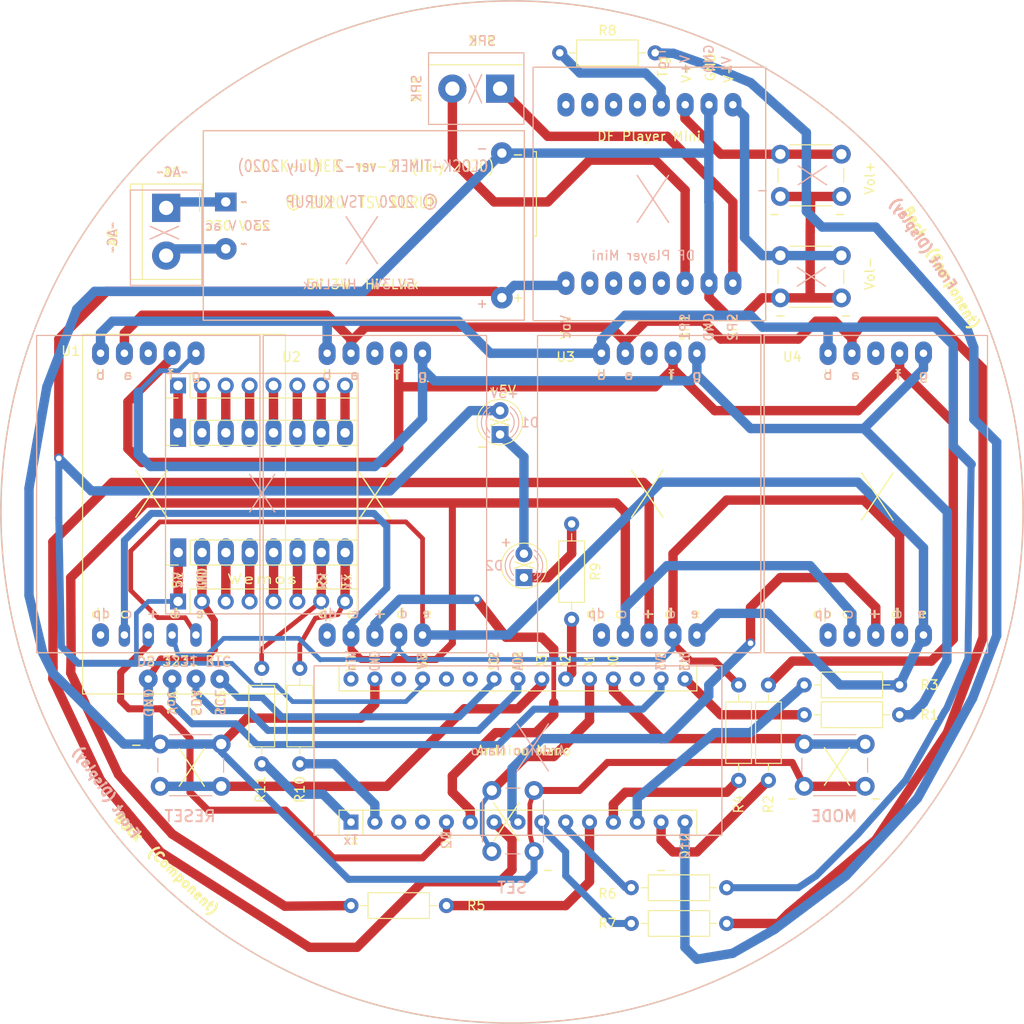
<source format=kicad_pcb>
(kicad_pcb (version 20171130) (host pcbnew "(5.1.4)-1")

  (general
    (thickness 1.6)
    (drawings 199)
    (tracks 478)
    (zones 0)
    (modules 36)
    (nets 69)
  )

  (page A4)
  (title_block
    (title "Clock-Timer PCB")
  )

  (layers
    (0 F.Cu signal)
    (31 B.Cu signal)
    (32 B.Adhes user)
    (33 F.Adhes user)
    (34 B.Paste user)
    (35 F.Paste user)
    (36 B.SilkS user)
    (37 F.SilkS user)
    (38 B.Mask user)
    (39 F.Mask user)
    (40 Dwgs.User user)
    (41 Cmts.User user)
    (42 Eco1.User user)
    (43 Eco2.User user)
    (44 Edge.Cuts user)
    (45 Margin user)
    (46 B.CrtYd user)
    (47 F.CrtYd user)
    (48 B.Fab user)
    (49 F.Fab user)
  )

  (setup
    (last_trace_width 1)
    (user_trace_width 0.5)
    (user_trace_width 1)
    (trace_clearance 0.2)
    (zone_clearance 0.508)
    (zone_45_only no)
    (trace_min 0.5)
    (via_size 0.8)
    (via_drill 0.4)
    (via_min_size 0.4)
    (via_min_drill 0.3)
    (uvia_size 0.3)
    (uvia_drill 0.1)
    (uvias_allowed no)
    (uvia_min_size 0.2)
    (uvia_min_drill 0.1)
    (edge_width 0.05)
    (segment_width 0.2)
    (pcb_text_width 0.3)
    (pcb_text_size 1.5 1.5)
    (mod_edge_width 0.12)
    (mod_text_size 1 1)
    (mod_text_width 0.15)
    (pad_size 3 1.7)
    (pad_drill 1)
    (pad_to_mask_clearance 0.051)
    (solder_mask_min_width 0.25)
    (aux_axis_origin 0 0)
    (visible_elements 7FFFFFFF)
    (pcbplotparams
      (layerselection 0x010fc_ffffffff)
      (usegerberextensions true)
      (usegerberattributes false)
      (usegerberadvancedattributes false)
      (creategerberjobfile false)
      (excludeedgelayer true)
      (linewidth 0.100000)
      (plotframeref false)
      (viasonmask false)
      (mode 1)
      (useauxorigin false)
      (hpglpennumber 1)
      (hpglpenspeed 20)
      (hpglpendiameter 15.000000)
      (psnegative false)
      (psa4output false)
      (plotreference true)
      (plotvalue true)
      (plotinvisibletext false)
      (padsonsilk false)
      (subtractmaskfromsilk false)
      (outputformat 1)
      (mirror false)
      (drillshape 0)
      (scaleselection 1)
      (outputdirectory "./gerbers"))
  )

  (net 0 "")
  (net 1 "Net-(A1-Pad16)")
  (net 2 "Net-(A1-Pad15)")
  (net 3 "Net-(A1-Pad30)")
  (net 4 "Net-(A1-Pad14)")
  (net 5 GND)
  (net 6 "Net-(A1-Pad13)")
  (net 7 "Net-(A1-Pad28)")
  (net 8 "Net-(A1-Pad12)")
  (net 9 +5V)
  (net 10 "Net-(A1-Pad11)")
  (net 11 "Net-(A1-Pad26)")
  (net 12 "Net-(A1-Pad10)")
  (net 13 "Net-(A1-Pad25)")
  (net 14 "Net-(A1-Pad9)")
  (net 15 "Net-(A1-Pad24)")
  (net 16 "Net-(A1-Pad8)")
  (net 17 "Net-(A1-Pad23)")
  (net 18 "Net-(A1-Pad7)")
  (net 19 "Net-(A1-Pad22)")
  (net 20 "Net-(A1-Pad6)")
  (net 21 "Net-(A1-Pad21)")
  (net 22 "Net-(A1-Pad5)")
  (net 23 "Net-(A1-Pad20)")
  (net 24 "Net-(A1-Pad4)")
  (net 25 "Net-(A1-Pad19)")
  (net 26 "Net-(A1-Pad3)")
  (net 27 "Net-(A1-Pad18)")
  (net 28 "Net-(A1-Pad2)")
  (net 29 +3V3)
  (net 30 "Net-(A1-Pad1)")
  (net 31 "Net-(D1-Pad1)")
  (net 32 "Net-(J1-Pad2)")
  (net 33 "Net-(J1-Pad1)")
  (net 34 "Net-(U1-Pad3)")
  (net 35 "Net-(U1-Pad6)")
  (net 36 "Net-(U2-Pad3)")
  (net 37 "Net-(U2-Pad6)")
  (net 38 "Net-(U3-Pad3)")
  (net 39 "Net-(U3-Pad6)")
  (net 40 "Net-(U4-Pad3)")
  (net 41 "Net-(U4-Pad6)")
  (net 42 "Net-(U5-Pad5)")
  (net 43 "Net-(U5-Pad4)")
  (net 44 "Net-(U5-Pad13)")
  (net 45 "Net-(U5-Pad3)")
  (net 46 "Net-(U5-Pad14)")
  (net 47 "Net-(U5-Pad2)")
  (net 48 "Net-(U5-Pad15)")
  (net 49 "Net-(U5-Pad16)")
  (net 50 "Net-(J3-Pad2)")
  (net 51 "Net-(J3-Pad1)")
  (net 52 "Net-(SW1-Pad1)")
  (net 53 "Net-(SW2-Pad1)")
  (net 54 "Net-(R1-Pad2)")
  (net 55 "Net-(R2-Pad2)")
  (net 56 "Net-(R3-Pad2)")
  (net 57 "Net-(R4-Pad2)")
  (net 58 "Net-(R5-Pad2)")
  (net 59 "Net-(R6-Pad2)")
  (net 60 "Net-(R7-Pad2)")
  (net 61 "Net-(R8-Pad1)")
  (net 62 "Net-(D2-Pad1)")
  (net 63 "Net-(J2-Pad6)")
  (net 64 "Net-(J2-Pad5)")
  (net 65 "Net-(J2-Pad4)")
  (net 66 "Net-(J2-Pad3)")
  (net 67 "Net-(J2-Pad8)")
  (net 68 "Net-(J2-Pad7)")

  (net_class Default "This is the default net class."
    (clearance 0.2)
    (trace_width 0.75)
    (via_dia 0.8)
    (via_drill 0.4)
    (uvia_dia 0.3)
    (uvia_drill 0.1)
    (diff_pair_width 0.75)
    (diff_pair_gap 0.25)
    (add_net +3V3)
    (add_net +5V)
    (add_net GND)
    (add_net "Net-(A1-Pad12)")
    (add_net "Net-(A1-Pad13)")
    (add_net "Net-(A1-Pad14)")
    (add_net "Net-(A1-Pad15)")
    (add_net "Net-(A1-Pad16)")
    (add_net "Net-(A1-Pad18)")
    (add_net "Net-(A1-Pad19)")
    (add_net "Net-(A1-Pad2)")
    (add_net "Net-(A1-Pad20)")
    (add_net "Net-(A1-Pad21)")
    (add_net "Net-(A1-Pad22)")
    (add_net "Net-(A1-Pad23)")
    (add_net "Net-(A1-Pad24)")
    (add_net "Net-(A1-Pad25)")
    (add_net "Net-(A1-Pad26)")
    (add_net "Net-(A1-Pad28)")
    (add_net "Net-(A1-Pad3)")
    (add_net "Net-(A1-Pad30)")
    (add_net "Net-(A1-Pad4)")
    (add_net "Net-(A1-Pad5)")
    (add_net "Net-(D1-Pad1)")
    (add_net "Net-(D2-Pad1)")
    (add_net "Net-(J1-Pad1)")
    (add_net "Net-(J1-Pad2)")
    (add_net "Net-(J2-Pad3)")
    (add_net "Net-(J2-Pad4)")
    (add_net "Net-(J2-Pad5)")
    (add_net "Net-(J2-Pad6)")
    (add_net "Net-(J2-Pad7)")
    (add_net "Net-(J2-Pad8)")
    (add_net "Net-(J3-Pad1)")
    (add_net "Net-(J3-Pad2)")
    (add_net "Net-(R1-Pad2)")
    (add_net "Net-(R2-Pad2)")
    (add_net "Net-(R3-Pad2)")
    (add_net "Net-(R4-Pad2)")
    (add_net "Net-(R5-Pad2)")
    (add_net "Net-(R6-Pad2)")
    (add_net "Net-(R7-Pad2)")
    (add_net "Net-(R8-Pad1)")
    (add_net "Net-(SW1-Pad1)")
    (add_net "Net-(SW2-Pad1)")
    (add_net "Net-(U1-Pad3)")
    (add_net "Net-(U1-Pad6)")
    (add_net "Net-(U2-Pad3)")
    (add_net "Net-(U2-Pad6)")
    (add_net "Net-(U3-Pad3)")
    (add_net "Net-(U3-Pad6)")
    (add_net "Net-(U4-Pad3)")
    (add_net "Net-(U4-Pad6)")
    (add_net "Net-(U5-Pad13)")
    (add_net "Net-(U5-Pad14)")
    (add_net "Net-(U5-Pad15)")
    (add_net "Net-(U5-Pad16)")
    (add_net "Net-(U5-Pad2)")
    (add_net "Net-(U5-Pad3)")
    (add_net "Net-(U5-Pad4)")
    (add_net "Net-(U5-Pad5)")
  )

  (net_class A1P8 ""
    (clearance 0.2)
    (trace_width 0.5)
    (via_dia 0.8)
    (via_drill 0.4)
    (uvia_dia 0.3)
    (uvia_drill 0.1)
    (diff_pair_width 0.5)
    (diff_pair_gap 0.25)
    (add_net "Net-(A1-Pad1)")
    (add_net "Net-(A1-Pad10)")
    (add_net "Net-(A1-Pad11)")
    (add_net "Net-(A1-Pad6)")
    (add_net "Net-(A1-Pad7)")
    (add_net "Net-(A1-Pad8)")
    (add_net "Net-(A1-Pad9)")
  )

  (module Connector_PinHeader_2.54mm:PinHeader_1x08_P2.54mm_Vertical (layer F.Cu) (tedit 5EFC50F6) (tstamp 5EFCDEDC)
    (at 104.155551 86.86246 90)
    (descr "Through hole straight pin header, 1x08, 2.54mm pitch, single row")
    (tags "Through hole pin header THT 1x08 2.54mm single row")
    (fp_text reference " " (at 0 -2.33 90) (layer F.SilkS) hide
      (effects (font (size 1 1) (thickness 0.15)))
    )
    (fp_text value " " (at 0 20.11 90) (layer F.Fab) hide
      (effects (font (size 1 1) (thickness 0.15)))
    )
    (fp_line (start -0.635 -1.27) (end 1.27 -1.27) (layer F.Fab) (width 0.1))
    (fp_line (start 1.27 -1.27) (end 1.27 19.05) (layer F.Fab) (width 0.1))
    (fp_line (start 1.27 19.05) (end -1.27 19.05) (layer F.Fab) (width 0.1))
    (fp_line (start -1.27 19.05) (end -1.27 -0.635) (layer F.Fab) (width 0.1))
    (fp_line (start -1.27 -0.635) (end -0.635 -1.27) (layer F.Fab) (width 0.1))
    (fp_line (start -1.33 19.11) (end 1.33 19.11) (layer F.SilkS) (width 0.12))
    (fp_line (start -1.33 1.27) (end -1.33 19.11) (layer F.SilkS) (width 0.12))
    (fp_line (start 1.33 1.27) (end 1.33 19.11) (layer F.SilkS) (width 0.12))
    (fp_line (start -1.33 1.27) (end 1.33 1.27) (layer F.SilkS) (width 0.12))
    (fp_line (start -1.33 0) (end -1.33 -1.33) (layer F.SilkS) (width 0.12))
    (fp_line (start -1.33 -1.33) (end 0 -1.33) (layer F.SilkS) (width 0.12))
    (fp_line (start -1.8 -1.8) (end -1.8 19.55) (layer F.CrtYd) (width 0.05))
    (fp_line (start -1.8 19.55) (end 1.8 19.55) (layer F.CrtYd) (width 0.05))
    (fp_line (start 1.8 19.55) (end 1.8 -1.8) (layer F.CrtYd) (width 0.05))
    (fp_line (start 1.8 -1.8) (end -1.8 -1.8) (layer F.CrtYd) (width 0.05))
    (fp_text user %R (at 0 8.89) (layer F.Fab)
      (effects (font (size 1 1) (thickness 0.15)))
    )
    (pad 1 thru_hole rect (at 0 0 90) (size 3 1.7) (drill 1) (layers *.Cu *.Mask))
    (pad 2 thru_hole oval (at 0 2.54 90) (size 3 1.7) (drill 1) (layers *.Cu *.Mask))
    (pad 3 thru_hole oval (at 0 5.08 90) (size 3 1.7) (drill 1) (layers *.Cu *.Mask))
    (pad 4 thru_hole oval (at 0 7.62 90) (size 3 1.7) (drill 1) (layers *.Cu *.Mask))
    (pad 5 thru_hole oval (at 0 10.16 90) (size 3 1.7) (drill 1) (layers *.Cu *.Mask))
    (pad 6 thru_hole oval (at 0 12.7 90) (size 3 1.7) (drill 1) (layers *.Cu *.Mask))
    (pad 7 thru_hole oval (at 0 15.24 90) (size 3 1.7) (drill 1) (layers *.Cu *.Mask))
    (pad 8 thru_hole oval (at 0 17.78 90) (size 3 1.7) (drill 1) (layers *.Cu *.Mask))
    (model ${KISYS3DMOD}/Connector_PinHeader_2.54mm.3dshapes/PinHeader_1x08_P2.54mm_Vertical.wrl
      (at (xyz 0 0 0))
      (scale (xyz 1 1 1))
      (rotate (xyz 0 0 0))
    )
  )

  (module Connector_PinHeader_2.54mm:PinHeader_1x08_P2.54mm_Vertical (layer F.Cu) (tedit 5EFC50F6) (tstamp 5EFCDD0F)
    (at 104.140871 74.115418 90)
    (descr "Through hole straight pin header, 1x08, 2.54mm pitch, single row")
    (tags "Through hole pin header THT 1x08 2.54mm single row")
    (fp_text reference " " (at 0 -2.33 90) (layer F.SilkS) hide
      (effects (font (size 1 1) (thickness 0.15)))
    )
    (fp_text value " " (at 0 20.11 90) (layer F.Fab) hide
      (effects (font (size 1 1) (thickness 0.15)))
    )
    (fp_text user %R (at 0 8.89) (layer F.Fab)
      (effects (font (size 1 1) (thickness 0.15)))
    )
    (fp_line (start 1.8 -1.8) (end -1.8 -1.8) (layer F.CrtYd) (width 0.05))
    (fp_line (start 1.8 19.55) (end 1.8 -1.8) (layer F.CrtYd) (width 0.05))
    (fp_line (start -1.8 19.55) (end 1.8 19.55) (layer F.CrtYd) (width 0.05))
    (fp_line (start -1.8 -1.8) (end -1.8 19.55) (layer F.CrtYd) (width 0.05))
    (fp_line (start -1.33 -1.33) (end 0 -1.33) (layer F.SilkS) (width 0.12))
    (fp_line (start -1.33 0) (end -1.33 -1.33) (layer F.SilkS) (width 0.12))
    (fp_line (start -1.33 1.27) (end 1.33 1.27) (layer F.SilkS) (width 0.12))
    (fp_line (start 1.33 1.27) (end 1.33 19.11) (layer F.SilkS) (width 0.12))
    (fp_line (start -1.33 1.27) (end -1.33 19.11) (layer F.SilkS) (width 0.12))
    (fp_line (start -1.33 19.11) (end 1.33 19.11) (layer F.SilkS) (width 0.12))
    (fp_line (start -1.27 -0.635) (end -0.635 -1.27) (layer F.Fab) (width 0.1))
    (fp_line (start -1.27 19.05) (end -1.27 -0.635) (layer F.Fab) (width 0.1))
    (fp_line (start 1.27 19.05) (end -1.27 19.05) (layer F.Fab) (width 0.1))
    (fp_line (start 1.27 -1.27) (end 1.27 19.05) (layer F.Fab) (width 0.1))
    (fp_line (start -0.635 -1.27) (end 1.27 -1.27) (layer F.Fab) (width 0.1))
    (pad 8 thru_hole oval (at 0 17.78 90) (size 3 1.7) (drill 1) (layers *.Cu *.Mask))
    (pad 7 thru_hole oval (at 0 15.24 90) (size 3 1.7) (drill 1) (layers *.Cu *.Mask))
    (pad 6 thru_hole oval (at 0 12.7 90) (size 3 1.7) (drill 1) (layers *.Cu *.Mask))
    (pad 5 thru_hole oval (at 0 10.16 90) (size 3 1.7) (drill 1) (layers *.Cu *.Mask))
    (pad 4 thru_hole oval (at 0 7.62 90) (size 3 1.7) (drill 1) (layers *.Cu *.Mask))
    (pad 3 thru_hole oval (at 0 5.08 90) (size 3 1.7) (drill 1) (layers *.Cu *.Mask))
    (pad 2 thru_hole oval (at 0 2.54 90) (size 3 1.7) (drill 1) (layers *.Cu *.Mask))
    (pad 1 thru_hole rect (at 0 0 90) (size 3 1.7) (drill 1) (layers *.Cu *.Mask))
    (model ${KISYS3DMOD}/Connector_PinHeader_2.54mm.3dshapes/PinHeader_1x08_P2.54mm_Vertical.wrl
      (at (xyz 0 0 0))
      (scale (xyz 1 1 1))
      (rotate (xyz 0 0 0))
    )
  )

  (module Resistor_THT:R_Axial_DIN0207_L6.3mm_D2.5mm_P10.16mm_Horizontal (layer F.Cu) (tedit 5AE5139B) (tstamp 5EFCA536)
    (at 113.05 99.2 270)
    (descr "Resistor, Axial_DIN0207 series, Axial, Horizontal, pin pitch=10.16mm, 0.25W = 1/4W, length*diameter=6.3*2.5mm^2, http://cdn-reichelt.de/documents/datenblatt/B400/1_4W%23YAG.pdf")
    (tags "Resistor Axial_DIN0207 series Axial Horizontal pin pitch 10.16mm 0.25W = 1/4W length 6.3mm diameter 2.5mm")
    (path /5F03083A)
    (fp_text reference R11 (at 12.9 0.15 90) (layer F.SilkS)
      (effects (font (size 1 1) (thickness 0.15)))
    )
    (fp_text value 10k (at 5.08 0.05 90) (layer F.Fab)
      (effects (font (size 1 1) (thickness 0.15)))
    )
    (fp_text user " " (at 5.08 0 90) (layer F.Fab) hide
      (effects (font (size 1 1) (thickness 0.15)))
    )
    (fp_line (start 11.21 -1.5) (end -1.05 -1.5) (layer F.CrtYd) (width 0.05))
    (fp_line (start 11.21 1.5) (end 11.21 -1.5) (layer F.CrtYd) (width 0.05))
    (fp_line (start -1.05 1.5) (end 11.21 1.5) (layer F.CrtYd) (width 0.05))
    (fp_line (start -1.05 -1.5) (end -1.05 1.5) (layer F.CrtYd) (width 0.05))
    (fp_line (start 9.12 0) (end 8.35 0) (layer F.SilkS) (width 0.12))
    (fp_line (start 1.04 0) (end 1.81 0) (layer F.SilkS) (width 0.12))
    (fp_line (start 8.35 -1.37) (end 1.81 -1.37) (layer F.SilkS) (width 0.12))
    (fp_line (start 8.35 1.37) (end 8.35 -1.37) (layer F.SilkS) (width 0.12))
    (fp_line (start 1.81 1.37) (end 8.35 1.37) (layer F.SilkS) (width 0.12))
    (fp_line (start 1.81 -1.37) (end 1.81 1.37) (layer F.SilkS) (width 0.12))
    (fp_line (start 10.16 0) (end 8.23 0) (layer F.Fab) (width 0.1))
    (fp_line (start 0 0) (end 1.93 0) (layer F.Fab) (width 0.1))
    (fp_line (start 8.23 -1.25) (end 1.93 -1.25) (layer F.Fab) (width 0.1))
    (fp_line (start 8.23 1.25) (end 8.23 -1.25) (layer F.Fab) (width 0.1))
    (fp_line (start 1.93 1.25) (end 8.23 1.25) (layer F.Fab) (width 0.1))
    (fp_line (start 1.93 -1.25) (end 1.93 1.25) (layer F.Fab) (width 0.1))
    (pad 2 thru_hole oval (at 10.16 0 270) (size 1.6 1.6) (drill 0.8) (layers *.Cu *.Mask)
      (net 30 "Net-(A1-Pad1)"))
    (pad 1 thru_hole circle (at 0 0 270) (size 1.6 1.6) (drill 0.8) (layers *.Cu *.Mask)
      (net 68 "Net-(J2-Pad7)"))
    (model ${KISYS3DMOD}/Resistor_THT.3dshapes/R_Axial_DIN0207_L6.3mm_D2.5mm_P10.16mm_Horizontal.wrl
      (at (xyz 0 0 0))
      (scale (xyz 1 1 1))
      (rotate (xyz 0 0 0))
    )
  )

  (module Resistor_THT:R_Axial_DIN0207_L6.3mm_D2.5mm_P10.16mm_Horizontal (layer F.Cu) (tedit 5AE5139B) (tstamp 5EFCA51F)
    (at 117.1 99.2 270)
    (descr "Resistor, Axial_DIN0207 series, Axial, Horizontal, pin pitch=10.16mm, 0.25W = 1/4W, length*diameter=6.3*2.5mm^2, http://cdn-reichelt.de/documents/datenblatt/B400/1_4W%23YAG.pdf")
    (tags "Resistor Axial_DIN0207 series Axial Horizontal pin pitch 10.16mm 0.25W = 1/4W length 6.3mm diameter 2.5mm")
    (path /5EFCD757)
    (fp_text reference R10 (at 12.9 0 90) (layer F.SilkS)
      (effects (font (size 1 1) (thickness 0.15)))
    )
    (fp_text value 10k (at 4.9 0.1 90) (layer F.Fab)
      (effects (font (size 1 1) (thickness 0.15)))
    )
    (fp_text user " " (at 5.08 0 90) (layer F.Fab) hide
      (effects (font (size 1 1) (thickness 0.15)))
    )
    (fp_line (start 11.21 -1.5) (end -1.05 -1.5) (layer F.CrtYd) (width 0.05))
    (fp_line (start 11.21 1.5) (end 11.21 -1.5) (layer F.CrtYd) (width 0.05))
    (fp_line (start -1.05 1.5) (end 11.21 1.5) (layer F.CrtYd) (width 0.05))
    (fp_line (start -1.05 -1.5) (end -1.05 1.5) (layer F.CrtYd) (width 0.05))
    (fp_line (start 9.12 0) (end 8.35 0) (layer F.SilkS) (width 0.12))
    (fp_line (start 1.04 0) (end 1.81 0) (layer F.SilkS) (width 0.12))
    (fp_line (start 8.35 -1.37) (end 1.81 -1.37) (layer F.SilkS) (width 0.12))
    (fp_line (start 8.35 1.37) (end 8.35 -1.37) (layer F.SilkS) (width 0.12))
    (fp_line (start 1.81 1.37) (end 8.35 1.37) (layer F.SilkS) (width 0.12))
    (fp_line (start 1.81 -1.37) (end 1.81 1.37) (layer F.SilkS) (width 0.12))
    (fp_line (start 10.16 0) (end 8.23 0) (layer F.Fab) (width 0.1))
    (fp_line (start 0 0) (end 1.93 0) (layer F.Fab) (width 0.1))
    (fp_line (start 8.23 -1.25) (end 1.93 -1.25) (layer F.Fab) (width 0.1))
    (fp_line (start 8.23 1.25) (end 8.23 -1.25) (layer F.Fab) (width 0.1))
    (fp_line (start 1.93 1.25) (end 8.23 1.25) (layer F.Fab) (width 0.1))
    (fp_line (start 1.93 -1.25) (end 1.93 1.25) (layer F.Fab) (width 0.1))
    (pad 2 thru_hole oval (at 10.16 0 270) (size 1.6 1.6) (drill 0.8) (layers *.Cu *.Mask)
      (net 28 "Net-(A1-Pad2)"))
    (pad 1 thru_hole circle (at 0 0 270) (size 1.6 1.6) (drill 0.8) (layers *.Cu *.Mask)
      (net 67 "Net-(J2-Pad8)"))
    (model ${KISYS3DMOD}/Resistor_THT.3dshapes/R_Axial_DIN0207_L6.3mm_D2.5mm_P10.16mm_Horizontal.wrl
      (at (xyz 0 0 0))
      (scale (xyz 1 1 1))
      (rotate (xyz 0 0 0))
    )
  )

  (module Connector_PinHeader_2.54mm:PinHeader_1x08_P2.54mm_Vertical (layer F.Cu) (tedit 59FED5CC) (tstamp 5EFC6DAD)
    (at 104.137827 69.080705 90)
    (descr "Through hole straight pin header, 1x08, 2.54mm pitch, single row")
    (tags "Through hole pin header THT 1x08 2.54mm single row")
    (fp_text reference " " (at 0 -2.33 90) (layer F.SilkS) hide
      (effects (font (size 1 1) (thickness 0.15)))
    )
    (fp_text value " " (at 0 20.11 90) (layer F.Fab) hide
      (effects (font (size 1 1) (thickness 0.15)))
    )
    (fp_text user %R (at 0 8.89) (layer F.Fab)
      (effects (font (size 1 1) (thickness 0.15)))
    )
    (fp_line (start 1.8 -1.8) (end -1.8 -1.8) (layer F.CrtYd) (width 0.05))
    (fp_line (start 1.8 19.55) (end 1.8 -1.8) (layer F.CrtYd) (width 0.05))
    (fp_line (start -1.8 19.55) (end 1.8 19.55) (layer F.CrtYd) (width 0.05))
    (fp_line (start -1.8 -1.8) (end -1.8 19.55) (layer F.CrtYd) (width 0.05))
    (fp_line (start -1.33 -1.33) (end 0 -1.33) (layer F.SilkS) (width 0.12))
    (fp_line (start -1.33 0) (end -1.33 -1.33) (layer F.SilkS) (width 0.12))
    (fp_line (start -1.33 1.27) (end 1.33 1.27) (layer F.SilkS) (width 0.12))
    (fp_line (start 1.33 1.27) (end 1.33 19.11) (layer F.SilkS) (width 0.12))
    (fp_line (start -1.33 1.27) (end -1.33 19.11) (layer F.SilkS) (width 0.12))
    (fp_line (start -1.33 19.11) (end 1.33 19.11) (layer F.SilkS) (width 0.12))
    (fp_line (start -1.27 -0.635) (end -0.635 -1.27) (layer F.Fab) (width 0.1))
    (fp_line (start -1.27 19.05) (end -1.27 -0.635) (layer F.Fab) (width 0.1))
    (fp_line (start 1.27 19.05) (end -1.27 19.05) (layer F.Fab) (width 0.1))
    (fp_line (start 1.27 -1.27) (end 1.27 19.05) (layer F.Fab) (width 0.1))
    (fp_line (start -0.635 -1.27) (end 1.27 -1.27) (layer F.Fab) (width 0.1))
    (pad 8 thru_hole oval (at 0 17.78 90) (size 1.7 1.7) (drill 1) (layers *.Cu *.Mask))
    (pad 7 thru_hole oval (at 0 15.24 90) (size 1.7 1.7) (drill 1) (layers *.Cu *.Mask))
    (pad 6 thru_hole oval (at 0 12.7 90) (size 1.7 1.7) (drill 1) (layers *.Cu *.Mask))
    (pad 5 thru_hole oval (at 0 10.16 90) (size 1.7 1.7) (drill 1) (layers *.Cu *.Mask))
    (pad 4 thru_hole oval (at 0 7.62 90) (size 1.7 1.7) (drill 1) (layers *.Cu *.Mask))
    (pad 3 thru_hole oval (at 0 5.08 90) (size 1.7 1.7) (drill 1) (layers *.Cu *.Mask))
    (pad 2 thru_hole oval (at 0 2.54 90) (size 1.7 1.7) (drill 1) (layers *.Cu *.Mask))
    (pad 1 thru_hole rect (at 0 0 90) (size 1.7 1.7) (drill 1) (layers *.Cu *.Mask))
    (model ${KISYS3DMOD}/Connector_PinHeader_2.54mm.3dshapes/PinHeader_1x08_P2.54mm_Vertical.wrl
      (at (xyz 0 0 0))
      (scale (xyz 1 1 1))
      (rotate (xyz 0 0 0))
    )
  )

  (module Connector_PinHeader_2.54mm:PinHeader_1x08_P2.54mm_Vertical (layer F.Cu) (tedit 59FED5CC) (tstamp 5EFC0F61)
    (at 104.14 92.075 90)
    (descr "Through hole straight pin header, 1x08, 2.54mm pitch, single row")
    (tags "Through hole pin header THT 1x08 2.54mm single row")
    (path /5F15BA32)
    (fp_text reference " " (at 0 -2.33 90) (layer F.SilkS) hide
      (effects (font (size 1 1) (thickness 0.15)))
    )
    (fp_text value " " (at 0 20.11 90) (layer F.Fab) hide
      (effects (font (size 1 1) (thickness 0.15)))
    )
    (fp_text user %R (at 0 8.89) (layer F.Fab)
      (effects (font (size 1 1) (thickness 0.15)))
    )
    (fp_line (start 1.8 -1.8) (end -1.8 -1.8) (layer F.CrtYd) (width 0.05))
    (fp_line (start 1.8 19.55) (end 1.8 -1.8) (layer F.CrtYd) (width 0.05))
    (fp_line (start -1.8 19.55) (end 1.8 19.55) (layer F.CrtYd) (width 0.05))
    (fp_line (start -1.8 -1.8) (end -1.8 19.55) (layer F.CrtYd) (width 0.05))
    (fp_line (start -1.33 -1.33) (end 0 -1.33) (layer F.SilkS) (width 0.12))
    (fp_line (start -1.33 0) (end -1.33 -1.33) (layer F.SilkS) (width 0.12))
    (fp_line (start -1.33 1.27) (end 1.33 1.27) (layer F.SilkS) (width 0.12))
    (fp_line (start 1.33 1.27) (end 1.33 19.11) (layer F.SilkS) (width 0.12))
    (fp_line (start -1.33 1.27) (end -1.33 19.11) (layer F.SilkS) (width 0.12))
    (fp_line (start -1.33 19.11) (end 1.33 19.11) (layer F.SilkS) (width 0.12))
    (fp_line (start -1.27 -0.635) (end -0.635 -1.27) (layer F.Fab) (width 0.1))
    (fp_line (start -1.27 19.05) (end -1.27 -0.635) (layer F.Fab) (width 0.1))
    (fp_line (start 1.27 19.05) (end -1.27 19.05) (layer F.Fab) (width 0.1))
    (fp_line (start 1.27 -1.27) (end 1.27 19.05) (layer F.Fab) (width 0.1))
    (fp_line (start -0.635 -1.27) (end 1.27 -1.27) (layer F.Fab) (width 0.1))
    (pad 8 thru_hole oval (at 0 17.78 90) (size 1.7 1.7) (drill 1) (layers *.Cu *.Mask)
      (net 67 "Net-(J2-Pad8)"))
    (pad 7 thru_hole oval (at 0 15.24 90) (size 1.7 1.7) (drill 1) (layers *.Cu *.Mask)
      (net 68 "Net-(J2-Pad7)"))
    (pad 6 thru_hole oval (at 0 12.7 90) (size 1.7 1.7) (drill 1) (layers *.Cu *.Mask)
      (net 63 "Net-(J2-Pad6)"))
    (pad 5 thru_hole oval (at 0 10.16 90) (size 1.7 1.7) (drill 1) (layers *.Cu *.Mask)
      (net 64 "Net-(J2-Pad5)"))
    (pad 4 thru_hole oval (at 0 7.62 90) (size 1.7 1.7) (drill 1) (layers *.Cu *.Mask)
      (net 65 "Net-(J2-Pad4)"))
    (pad 3 thru_hole oval (at 0 5.08 90) (size 1.7 1.7) (drill 1) (layers *.Cu *.Mask)
      (net 66 "Net-(J2-Pad3)"))
    (pad 2 thru_hole oval (at 0 2.54 90) (size 1.7 1.7) (drill 1) (layers *.Cu *.Mask)
      (net 5 GND))
    (pad 1 thru_hole rect (at 0 0 90) (size 1.7 1.7) (drill 1) (layers *.Cu *.Mask)
      (net 9 +5V))
    (model ${KISYS3DMOD}/Connector_PinHeader_2.54mm.3dshapes/PinHeader_1x08_P2.54mm_Vertical.wrl
      (at (xyz 0 0 0))
      (scale (xyz 1 1 1))
      (rotate (xyz 0 0 0))
    )
  )

  (module ClockTimer:DS3231_RTC (layer F.Cu) (tedit 5EFB586D) (tstamp 5EE4F30D)
    (at 104.775 100.33 180)
    (path /5EF6E8DF)
    (fp_text reference " " (at -6.985 0) (layer F.SilkS) hide
      (effects (font (size 1 1) (thickness 0.15)))
    )
    (fp_text value " " (at 0 -3.81) (layer F.Fab) hide
      (effects (font (size 1 1) (thickness 0.15)))
    )
    (fp_line (start -5.06 -1.6) (end 5.06 -1.6) (layer F.CrtYd) (width 0.05))
    (fp_line (start 5.06 -1.6) (end 5.06 1.6) (layer F.CrtYd) (width 0.05))
    (fp_line (start 5.1 1.6) (end -5.02 1.6) (layer F.CrtYd) (width 0.05))
    (fp_line (start -5.06 1.6) (end -5.06 -1.6) (layer F.CrtYd) (width 0.05))
    (fp_line (start -10.8 36.7) (end 10.8 36.7) (layer F.SilkS) (width 0.12))
    (fp_line (start 10.8 36.7) (end 10.8 -1.6) (layer F.SilkS) (width 0.12))
    (fp_line (start 10.8 -1.6) (end -10.8 -1.6) (layer F.SilkS) (width 0.12))
    (fp_line (start -10.8 -1.6) (end -10.8 36.7) (layer F.SilkS) (width 0.12))
    (pad 1 thru_hole oval (at -3.81 0 180) (size 2 2) (drill 0.8) (layers *.Cu *.Mask)
      (net 15 "Net-(A1-Pad24)"))
    (pad 2 thru_hole oval (at -1.27 0 180) (size 2 2) (drill 0.8) (layers *.Cu *.Mask)
      (net 17 "Net-(A1-Pad23)"))
    (pad 3 thru_hole oval (at 1.27 0 180) (size 2 2) (drill 0.8) (layers *.Cu *.Mask)
      (net 29 +3V3))
    (pad 4 thru_hole oval (at 3.81 0 180) (size 2 2) (drill 0.8) (layers *.Cu *.Mask)
      (net 5 GND))
  )

  (module Resistor_THT:R_Axial_DIN0207_L6.3mm_D2.5mm_P10.16mm_Horizontal (layer F.Cu) (tedit 5AE5139B) (tstamp 5EFB5934)
    (at 144.78 33.655)
    (descr "Resistor, Axial_DIN0207 series, Axial, Horizontal, pin pitch=10.16mm, 0.25W = 1/4W, length*diameter=6.3*2.5mm^2, http://cdn-reichelt.de/documents/datenblatt/B400/1_4W%23YAG.pdf")
    (tags "Resistor Axial_DIN0207 series Axial Horizontal pin pitch 10.16mm 0.25W = 1/4W length 6.3mm diameter 2.5mm")
    (path /5FBD62A2)
    (fp_text reference R8 (at 5.08 -2.37) (layer F.SilkS)
      (effects (font (size 1 1) (thickness 0.15)))
    )
    (fp_text value 15k (at 5.08 0) (layer F.Fab)
      (effects (font (size 1 1) (thickness 0.15)))
    )
    (fp_line (start 1.93 -1.25) (end 1.93 1.25) (layer F.Fab) (width 0.1))
    (fp_line (start 1.93 1.25) (end 8.23 1.25) (layer F.Fab) (width 0.1))
    (fp_line (start 8.23 1.25) (end 8.23 -1.25) (layer F.Fab) (width 0.1))
    (fp_line (start 8.23 -1.25) (end 1.93 -1.25) (layer F.Fab) (width 0.1))
    (fp_line (start 0 0) (end 1.93 0) (layer F.Fab) (width 0.1))
    (fp_line (start 10.16 0) (end 8.23 0) (layer F.Fab) (width 0.1))
    (fp_line (start 1.81 -1.37) (end 1.81 1.37) (layer F.SilkS) (width 0.12))
    (fp_line (start 1.81 1.37) (end 8.35 1.37) (layer F.SilkS) (width 0.12))
    (fp_line (start 8.35 1.37) (end 8.35 -1.37) (layer F.SilkS) (width 0.12))
    (fp_line (start 8.35 -1.37) (end 1.81 -1.37) (layer F.SilkS) (width 0.12))
    (fp_line (start 1.04 0) (end 1.81 0) (layer F.SilkS) (width 0.12))
    (fp_line (start 9.12 0) (end 8.35 0) (layer F.SilkS) (width 0.12))
    (fp_line (start -1.05 -1.5) (end -1.05 1.5) (layer F.CrtYd) (width 0.05))
    (fp_line (start -1.05 1.5) (end 11.21 1.5) (layer F.CrtYd) (width 0.05))
    (fp_line (start 11.21 1.5) (end 11.21 -1.5) (layer F.CrtYd) (width 0.05))
    (fp_line (start 11.21 -1.5) (end -1.05 -1.5) (layer F.CrtYd) (width 0.05))
    (fp_text user " " (at 5.08 0) (layer F.Fab) hide
      (effects (font (size 1 1) (thickness 0.15)))
    )
    (pad 1 thru_hole circle (at 0 0) (size 1.6 1.6) (drill 0.8) (layers *.Cu *.Mask)
      (net 61 "Net-(R8-Pad1)"))
    (pad 2 thru_hole oval (at 10.16 0) (size 1.6 1.6) (drill 0.8) (layers *.Cu *.Mask)
      (net 2 "Net-(A1-Pad15)"))
    (model ${KISYS3DMOD}/Resistor_THT.3dshapes/R_Axial_DIN0207_L6.3mm_D2.5mm_P10.16mm_Horizontal.wrl
      (at (xyz 0 0 0))
      (scale (xyz 1 1 1))
      (rotate (xyz 0 0 0))
    )
  )

  (module Resistor_THT:R_Axial_DIN0207_L6.3mm_D2.5mm_P10.16mm_Horizontal (layer F.Cu) (tedit 5AE5139B) (tstamp 5EE4F137)
    (at 146.05 93.98 90)
    (descr "Resistor, Axial_DIN0207 series, Axial, Horizontal, pin pitch=10.16mm, 0.25W = 1/4W, length*diameter=6.3*2.5mm^2, http://cdn-reichelt.de/documents/datenblatt/B400/1_4W%23YAG.pdf")
    (tags "Resistor Axial_DIN0207 series Axial Horizontal pin pitch 10.16mm 0.25W = 1/4W length 6.3mm diameter 2.5mm")
    (path /5EF28A32)
    (fp_text reference R9 (at 5.08 2.54 90) (layer F.SilkS)
      (effects (font (size 1 1) (thickness 0.15)))
    )
    (fp_text value 100 (at 5.08 0 90) (layer F.Fab) hide
      (effects (font (size 1 1) (thickness 0.15)))
    )
    (fp_text user " " (at 5.08 0 90) (layer F.Fab) hide
      (effects (font (size 1 1) (thickness 0.15)))
    )
    (fp_line (start 11.21 -1.5) (end -1.05 -1.5) (layer F.CrtYd) (width 0.05))
    (fp_line (start 11.21 1.5) (end 11.21 -1.5) (layer F.CrtYd) (width 0.05))
    (fp_line (start -1.05 1.5) (end 11.21 1.5) (layer F.CrtYd) (width 0.05))
    (fp_line (start -1.05 -1.5) (end -1.05 1.5) (layer F.CrtYd) (width 0.05))
    (fp_line (start 9.12 0) (end 8.35 0) (layer F.SilkS) (width 0.12))
    (fp_line (start 1.04 0) (end 1.81 0) (layer F.SilkS) (width 0.12))
    (fp_line (start 8.35 -1.37) (end 1.81 -1.37) (layer F.SilkS) (width 0.12))
    (fp_line (start 8.35 1.37) (end 8.35 -1.37) (layer F.SilkS) (width 0.12))
    (fp_line (start 1.81 1.37) (end 8.35 1.37) (layer F.SilkS) (width 0.12))
    (fp_line (start 1.81 -1.37) (end 1.81 1.37) (layer F.SilkS) (width 0.12))
    (fp_line (start 10.16 0) (end 8.23 0) (layer F.Fab) (width 0.1))
    (fp_line (start 0 0) (end 1.93 0) (layer F.Fab) (width 0.1))
    (fp_line (start 8.23 -1.25) (end 1.93 -1.25) (layer F.Fab) (width 0.1))
    (fp_line (start 8.23 1.25) (end 8.23 -1.25) (layer F.Fab) (width 0.1))
    (fp_line (start 1.93 1.25) (end 8.23 1.25) (layer F.Fab) (width 0.1))
    (fp_line (start 1.93 -1.25) (end 1.93 1.25) (layer F.Fab) (width 0.1))
    (pad 2 thru_hole oval (at 10.16 0 90) (size 1.6 1.6) (drill 0.8) (layers *.Cu *.Mask)
      (net 62 "Net-(D2-Pad1)"))
    (pad 1 thru_hole circle (at 0 0 90) (size 1.6 1.6) (drill 0.8) (layers *.Cu *.Mask)
      (net 21 "Net-(A1-Pad21)"))
    (model ${KISYS3DMOD}/Resistor_THT.3dshapes/R_Axial_DIN0207_L6.3mm_D2.5mm_P10.16mm_Horizontal.wrl
      (at (xyz 0 0 0))
      (scale (xyz 1 1 1))
      (rotate (xyz 0 0 0))
    )
  )

  (module Resistor_THT:R_Axial_DIN0207_L6.3mm_D2.5mm_P10.16mm_Horizontal (layer F.Cu) (tedit 5AE5139B) (tstamp 5EEE0438)
    (at 152.4 126.365)
    (descr "Resistor, Axial_DIN0207 series, Axial, Horizontal, pin pitch=10.16mm, 0.25W = 1/4W, length*diameter=6.3*2.5mm^2, http://cdn-reichelt.de/documents/datenblatt/B400/1_4W%23YAG.pdf")
    (tags "Resistor Axial_DIN0207 series Axial Horizontal pin pitch 10.16mm 0.25W = 1/4W length 6.3mm diameter 2.5mm")
    (path /5F24E2DD)
    (fp_text reference R7 (at -2.54 0) (layer F.SilkS)
      (effects (font (size 1 1) (thickness 0.15)))
    )
    (fp_text value 100 (at 5.08 0) (layer F.Fab)
      (effects (font (size 1 1) (thickness 0.15)))
    )
    (fp_text user " " (at 5.08 -2.54) (layer F.Fab) hide
      (effects (font (size 1 1) (thickness 0.15)))
    )
    (fp_line (start 11.21 -1.5) (end -1.05 -1.5) (layer F.CrtYd) (width 0.05))
    (fp_line (start 11.21 1.5) (end 11.21 -1.5) (layer F.CrtYd) (width 0.05))
    (fp_line (start -1.05 1.5) (end 11.21 1.5) (layer F.CrtYd) (width 0.05))
    (fp_line (start -1.05 -1.5) (end -1.05 1.5) (layer F.CrtYd) (width 0.05))
    (fp_line (start 9.12 0) (end 8.35 0) (layer F.SilkS) (width 0.12))
    (fp_line (start 1.04 0) (end 1.81 0) (layer F.SilkS) (width 0.12))
    (fp_line (start 8.35 -1.37) (end 1.81 -1.37) (layer F.SilkS) (width 0.12))
    (fp_line (start 8.35 1.37) (end 8.35 -1.37) (layer F.SilkS) (width 0.12))
    (fp_line (start 1.81 1.37) (end 8.35 1.37) (layer F.SilkS) (width 0.12))
    (fp_line (start 1.81 -1.37) (end 1.81 1.37) (layer F.SilkS) (width 0.12))
    (fp_line (start 10.16 0) (end 8.23 0) (layer F.Fab) (width 0.1))
    (fp_line (start 0 0) (end 1.93 0) (layer F.Fab) (width 0.1))
    (fp_line (start 8.23 -1.25) (end 1.93 -1.25) (layer F.Fab) (width 0.1))
    (fp_line (start 8.23 1.25) (end 8.23 -1.25) (layer F.Fab) (width 0.1))
    (fp_line (start 1.93 1.25) (end 8.23 1.25) (layer F.Fab) (width 0.1))
    (fp_line (start 1.93 -1.25) (end 1.93 1.25) (layer F.Fab) (width 0.1))
    (pad 2 thru_hole oval (at 10.16 0) (size 1.6 1.6) (drill 0.8) (layers *.Cu *.Mask)
      (net 60 "Net-(R7-Pad2)"))
    (pad 1 thru_hole circle (at 0 0) (size 1.6 1.6) (drill 0.8) (layers *.Cu *.Mask)
      (net 14 "Net-(A1-Pad9)"))
    (model ${KISYS3DMOD}/Resistor_THT.3dshapes/R_Axial_DIN0207_L6.3mm_D2.5mm_P10.16mm_Horizontal.wrl
      (at (xyz 0 0 0))
      (scale (xyz 1 1 1))
      (rotate (xyz 0 0 0))
    )
  )

  (module Resistor_THT:R_Axial_DIN0207_L6.3mm_D2.5mm_P10.16mm_Horizontal (layer F.Cu) (tedit 5AE5139B) (tstamp 5EEE0421)
    (at 152.4 122.555)
    (descr "Resistor, Axial_DIN0207 series, Axial, Horizontal, pin pitch=10.16mm, 0.25W = 1/4W, length*diameter=6.3*2.5mm^2, http://cdn-reichelt.de/documents/datenblatt/B400/1_4W%23YAG.pdf")
    (tags "Resistor Axial_DIN0207 series Axial Horizontal pin pitch 10.16mm 0.25W = 1/4W length 6.3mm diameter 2.5mm")
    (path /5F24DD9B)
    (fp_text reference R6 (at -2.54 0.635) (layer F.SilkS)
      (effects (font (size 1 1) (thickness 0.15)))
    )
    (fp_text value 100 (at 5.08 0) (layer F.Fab)
      (effects (font (size 1 1) (thickness 0.15)))
    )
    (fp_text user " " (at 8.255 -2.54) (layer F.Fab) hide
      (effects (font (size 1 1) (thickness 0.15)))
    )
    (fp_line (start 11.21 -1.5) (end -1.05 -1.5) (layer F.CrtYd) (width 0.05))
    (fp_line (start 11.21 1.5) (end 11.21 -1.5) (layer F.CrtYd) (width 0.05))
    (fp_line (start -1.05 1.5) (end 11.21 1.5) (layer F.CrtYd) (width 0.05))
    (fp_line (start -1.05 -1.5) (end -1.05 1.5) (layer F.CrtYd) (width 0.05))
    (fp_line (start 9.12 0) (end 8.35 0) (layer F.SilkS) (width 0.12))
    (fp_line (start 1.04 0) (end 1.81 0) (layer F.SilkS) (width 0.12))
    (fp_line (start 8.35 -1.37) (end 1.81 -1.37) (layer F.SilkS) (width 0.12))
    (fp_line (start 8.35 1.37) (end 8.35 -1.37) (layer F.SilkS) (width 0.12))
    (fp_line (start 1.81 1.37) (end 8.35 1.37) (layer F.SilkS) (width 0.12))
    (fp_line (start 1.81 -1.37) (end 1.81 1.37) (layer F.SilkS) (width 0.12))
    (fp_line (start 10.16 0) (end 8.23 0) (layer F.Fab) (width 0.1))
    (fp_line (start 0 0) (end 1.93 0) (layer F.Fab) (width 0.1))
    (fp_line (start 8.23 -1.25) (end 1.93 -1.25) (layer F.Fab) (width 0.1))
    (fp_line (start 8.23 1.25) (end 8.23 -1.25) (layer F.Fab) (width 0.1))
    (fp_line (start 1.93 1.25) (end 8.23 1.25) (layer F.Fab) (width 0.1))
    (fp_line (start 1.93 -1.25) (end 1.93 1.25) (layer F.Fab) (width 0.1))
    (pad 2 thru_hole oval (at 10.16 0) (size 1.6 1.6) (drill 0.8) (layers *.Cu *.Mask)
      (net 59 "Net-(R6-Pad2)"))
    (pad 1 thru_hole circle (at 0 0) (size 1.6 1.6) (drill 0.8) (layers *.Cu *.Mask)
      (net 12 "Net-(A1-Pad10)"))
    (model ${KISYS3DMOD}/Resistor_THT.3dshapes/R_Axial_DIN0207_L6.3mm_D2.5mm_P10.16mm_Horizontal.wrl
      (at (xyz 0 0 0))
      (scale (xyz 1 1 1))
      (rotate (xyz 0 0 0))
    )
  )

  (module Resistor_THT:R_Axial_DIN0207_L6.3mm_D2.5mm_P10.16mm_Horizontal (layer F.Cu) (tedit 5AE5139B) (tstamp 5EEE040A)
    (at 132.715 124.46 180)
    (descr "Resistor, Axial_DIN0207 series, Axial, Horizontal, pin pitch=10.16mm, 0.25W = 1/4W, length*diameter=6.3*2.5mm^2, http://cdn-reichelt.de/documents/datenblatt/B400/1_4W%23YAG.pdf")
    (tags "Resistor Axial_DIN0207 series Axial Horizontal pin pitch 10.16mm 0.25W = 1/4W length 6.3mm diameter 2.5mm")
    (path /5F24D964)
    (fp_text reference R5 (at -3.175 0) (layer F.SilkS)
      (effects (font (size 1 1) (thickness 0.15)))
    )
    (fp_text value 100 (at 5.08 0) (layer F.Fab)
      (effects (font (size 1 1) (thickness 0.15)))
    )
    (fp_text user " " (at 5.08 -2.54) (layer F.Fab) hide
      (effects (font (size 1 1) (thickness 0.15)))
    )
    (fp_line (start 11.21 -1.5) (end -1.05 -1.5) (layer F.CrtYd) (width 0.05))
    (fp_line (start 11.21 1.5) (end 11.21 -1.5) (layer F.CrtYd) (width 0.05))
    (fp_line (start -1.05 1.5) (end 11.21 1.5) (layer F.CrtYd) (width 0.05))
    (fp_line (start -1.05 -1.5) (end -1.05 1.5) (layer F.CrtYd) (width 0.05))
    (fp_line (start 9.12 0) (end 8.35 0) (layer F.SilkS) (width 0.12))
    (fp_line (start 1.04 0) (end 1.81 0) (layer F.SilkS) (width 0.12))
    (fp_line (start 8.35 -1.37) (end 1.81 -1.37) (layer F.SilkS) (width 0.12))
    (fp_line (start 8.35 1.37) (end 8.35 -1.37) (layer F.SilkS) (width 0.12))
    (fp_line (start 1.81 1.37) (end 8.35 1.37) (layer F.SilkS) (width 0.12))
    (fp_line (start 1.81 -1.37) (end 1.81 1.37) (layer F.SilkS) (width 0.12))
    (fp_line (start 10.16 0) (end 8.23 0) (layer F.Fab) (width 0.1))
    (fp_line (start 0 0) (end 1.93 0) (layer F.Fab) (width 0.1))
    (fp_line (start 8.23 -1.25) (end 1.93 -1.25) (layer F.Fab) (width 0.1))
    (fp_line (start 8.23 1.25) (end 8.23 -1.25) (layer F.Fab) (width 0.1))
    (fp_line (start 1.93 1.25) (end 8.23 1.25) (layer F.Fab) (width 0.1))
    (fp_line (start 1.93 -1.25) (end 1.93 1.25) (layer F.Fab) (width 0.1))
    (pad 2 thru_hole oval (at 10.16 0 180) (size 1.6 1.6) (drill 0.8) (layers *.Cu *.Mask)
      (net 58 "Net-(R5-Pad2)"))
    (pad 1 thru_hole circle (at 0 0 180) (size 1.6 1.6) (drill 0.8) (layers *.Cu *.Mask)
      (net 10 "Net-(A1-Pad11)"))
    (model ${KISYS3DMOD}/Resistor_THT.3dshapes/R_Axial_DIN0207_L6.3mm_D2.5mm_P10.16mm_Horizontal.wrl
      (at (xyz 0 0 0))
      (scale (xyz 1 1 1))
      (rotate (xyz 0 0 0))
    )
  )

  (module Resistor_THT:R_Axial_DIN0207_L6.3mm_D2.5mm_P10.16mm_Horizontal (layer F.Cu) (tedit 5AE5139B) (tstamp 5EEE03F3)
    (at 163.83 111.125 90)
    (descr "Resistor, Axial_DIN0207 series, Axial, Horizontal, pin pitch=10.16mm, 0.25W = 1/4W, length*diameter=6.3*2.5mm^2, http://cdn-reichelt.de/documents/datenblatt/B400/1_4W%23YAG.pdf")
    (tags "Resistor Axial_DIN0207 series Axial Horizontal pin pitch 10.16mm 0.25W = 1/4W length 6.3mm diameter 2.5mm")
    (path /5F24D640)
    (fp_text reference R4 (at -2.54 0 270) (layer F.SilkS)
      (effects (font (size 1 1) (thickness 0.15)))
    )
    (fp_text value 100 (at 5.08 0 90) (layer F.Fab)
      (effects (font (size 1 1) (thickness 0.15)))
    )
    (fp_text user " " (at 5.08 -2.54 90) (layer F.Fab) hide
      (effects (font (size 1 1) (thickness 0.15)))
    )
    (fp_line (start 11.21 -1.5) (end -1.05 -1.5) (layer F.CrtYd) (width 0.05))
    (fp_line (start 11.21 1.5) (end 11.21 -1.5) (layer F.CrtYd) (width 0.05))
    (fp_line (start -1.05 1.5) (end 11.21 1.5) (layer F.CrtYd) (width 0.05))
    (fp_line (start -1.05 -1.5) (end -1.05 1.5) (layer F.CrtYd) (width 0.05))
    (fp_line (start 9.12 0) (end 8.35 0) (layer F.SilkS) (width 0.12))
    (fp_line (start 1.04 0) (end 1.81 0) (layer F.SilkS) (width 0.12))
    (fp_line (start 8.35 -1.37) (end 1.81 -1.37) (layer F.SilkS) (width 0.12))
    (fp_line (start 8.35 1.37) (end 8.35 -1.37) (layer F.SilkS) (width 0.12))
    (fp_line (start 1.81 1.37) (end 8.35 1.37) (layer F.SilkS) (width 0.12))
    (fp_line (start 1.81 -1.37) (end 1.81 1.37) (layer F.SilkS) (width 0.12))
    (fp_line (start 10.16 0) (end 8.23 0) (layer F.Fab) (width 0.1))
    (fp_line (start 0 0) (end 1.93 0) (layer F.Fab) (width 0.1))
    (fp_line (start 8.23 -1.25) (end 1.93 -1.25) (layer F.Fab) (width 0.1))
    (fp_line (start 8.23 1.25) (end 8.23 -1.25) (layer F.Fab) (width 0.1))
    (fp_line (start 1.93 1.25) (end 8.23 1.25) (layer F.Fab) (width 0.1))
    (fp_line (start 1.93 -1.25) (end 1.93 1.25) (layer F.Fab) (width 0.1))
    (pad 2 thru_hole oval (at 10.16 0 90) (size 1.6 1.6) (drill 0.8) (layers *.Cu *.Mask)
      (net 57 "Net-(R4-Pad2)"))
    (pad 1 thru_hole circle (at 0 0 90) (size 1.6 1.6) (drill 0.8) (layers *.Cu *.Mask)
      (net 8 "Net-(A1-Pad12)"))
    (model ${KISYS3DMOD}/Resistor_THT.3dshapes/R_Axial_DIN0207_L6.3mm_D2.5mm_P10.16mm_Horizontal.wrl
      (at (xyz 0 0 0))
      (scale (xyz 1 1 1))
      (rotate (xyz 0 0 0))
    )
  )

  (module Resistor_THT:R_Axial_DIN0207_L6.3mm_D2.5mm_P10.16mm_Horizontal (layer F.Cu) (tedit 5AE5139B) (tstamp 5EEE03DC)
    (at 170.815 100.965)
    (descr "Resistor, Axial_DIN0207 series, Axial, Horizontal, pin pitch=10.16mm, 0.25W = 1/4W, length*diameter=6.3*2.5mm^2, http://cdn-reichelt.de/documents/datenblatt/B400/1_4W%23YAG.pdf")
    (tags "Resistor Axial_DIN0207 series Axial Horizontal pin pitch 10.16mm 0.25W = 1/4W length 6.3mm diameter 2.5mm")
    (path /5F24D24B)
    (fp_text reference R3 (at 13.335 0) (layer F.SilkS)
      (effects (font (size 1 1) (thickness 0.15)))
    )
    (fp_text value 100 (at 5.08 0) (layer F.Fab)
      (effects (font (size 1 1) (thickness 0.15)))
    )
    (fp_text user " " (at 12.7 -0.635) (layer F.Fab) hide
      (effects (font (size 1 1) (thickness 0.15)))
    )
    (fp_line (start 11.21 -1.5) (end -1.05 -1.5) (layer F.CrtYd) (width 0.05))
    (fp_line (start 11.21 1.5) (end 11.21 -1.5) (layer F.CrtYd) (width 0.05))
    (fp_line (start -1.05 1.5) (end 11.21 1.5) (layer F.CrtYd) (width 0.05))
    (fp_line (start -1.05 -1.5) (end -1.05 1.5) (layer F.CrtYd) (width 0.05))
    (fp_line (start 9.12 0) (end 8.35 0) (layer F.SilkS) (width 0.12))
    (fp_line (start 1.04 0) (end 1.81 0) (layer F.SilkS) (width 0.12))
    (fp_line (start 8.35 -1.37) (end 1.81 -1.37) (layer F.SilkS) (width 0.12))
    (fp_line (start 8.35 1.37) (end 8.35 -1.37) (layer F.SilkS) (width 0.12))
    (fp_line (start 1.81 1.37) (end 8.35 1.37) (layer F.SilkS) (width 0.12))
    (fp_line (start 1.81 -1.37) (end 1.81 1.37) (layer F.SilkS) (width 0.12))
    (fp_line (start 10.16 0) (end 8.23 0) (layer F.Fab) (width 0.1))
    (fp_line (start 0 0) (end 1.93 0) (layer F.Fab) (width 0.1))
    (fp_line (start 8.23 -1.25) (end 1.93 -1.25) (layer F.Fab) (width 0.1))
    (fp_line (start 8.23 1.25) (end 8.23 -1.25) (layer F.Fab) (width 0.1))
    (fp_line (start 1.93 1.25) (end 8.23 1.25) (layer F.Fab) (width 0.1))
    (fp_line (start 1.93 -1.25) (end 1.93 1.25) (layer F.Fab) (width 0.1))
    (pad 2 thru_hole oval (at 10.16 0) (size 1.6 1.6) (drill 0.8) (layers *.Cu *.Mask)
      (net 56 "Net-(R3-Pad2)"))
    (pad 1 thru_hole circle (at 0 0) (size 1.6 1.6) (drill 0.8) (layers *.Cu *.Mask)
      (net 6 "Net-(A1-Pad13)"))
    (model ${KISYS3DMOD}/Resistor_THT.3dshapes/R_Axial_DIN0207_L6.3mm_D2.5mm_P10.16mm_Horizontal.wrl
      (at (xyz 0 0 0))
      (scale (xyz 1 1 1))
      (rotate (xyz 0 0 0))
    )
  )

  (module Resistor_THT:R_Axial_DIN0207_L6.3mm_D2.5mm_P10.16mm_Horizontal (layer F.Cu) (tedit 5AE5139B) (tstamp 5EEE03AE)
    (at 170.815 104.14)
    (descr "Resistor, Axial_DIN0207 series, Axial, Horizontal, pin pitch=10.16mm, 0.25W = 1/4W, length*diameter=6.3*2.5mm^2, http://cdn-reichelt.de/documents/datenblatt/B400/1_4W%23YAG.pdf")
    (tags "Resistor Axial_DIN0207 series Axial Horizontal pin pitch 10.16mm 0.25W = 1/4W length 6.3mm diameter 2.5mm")
    (path /5F24BAF1)
    (fp_text reference R1 (at 13.335 0) (layer F.SilkS)
      (effects (font (size 1 1) (thickness 0.15)))
    )
    (fp_text value 100 (at 5.08 0) (layer F.Fab)
      (effects (font (size 1 1) (thickness 0.15)))
    )
    (fp_text user " " (at 9.525 2.54) (layer F.Fab) hide
      (effects (font (size 1 1) (thickness 0.15)))
    )
    (fp_line (start 11.21 -1.5) (end -1.05 -1.5) (layer F.CrtYd) (width 0.05))
    (fp_line (start 11.21 1.5) (end 11.21 -1.5) (layer F.CrtYd) (width 0.05))
    (fp_line (start -1.05 1.5) (end 11.21 1.5) (layer F.CrtYd) (width 0.05))
    (fp_line (start -1.05 -1.5) (end -1.05 1.5) (layer F.CrtYd) (width 0.05))
    (fp_line (start 9.12 0) (end 8.35 0) (layer F.SilkS) (width 0.12))
    (fp_line (start 1.04 0) (end 1.81 0) (layer F.SilkS) (width 0.12))
    (fp_line (start 8.35 -1.37) (end 1.81 -1.37) (layer F.SilkS) (width 0.12))
    (fp_line (start 8.35 1.37) (end 8.35 -1.37) (layer F.SilkS) (width 0.12))
    (fp_line (start 1.81 1.37) (end 8.35 1.37) (layer F.SilkS) (width 0.12))
    (fp_line (start 1.81 -1.37) (end 1.81 1.37) (layer F.SilkS) (width 0.12))
    (fp_line (start 10.16 0) (end 8.23 0) (layer F.Fab) (width 0.1))
    (fp_line (start 0 0) (end 1.93 0) (layer F.Fab) (width 0.1))
    (fp_line (start 8.23 -1.25) (end 1.93 -1.25) (layer F.Fab) (width 0.1))
    (fp_line (start 8.23 1.25) (end 8.23 -1.25) (layer F.Fab) (width 0.1))
    (fp_line (start 1.93 1.25) (end 8.23 1.25) (layer F.Fab) (width 0.1))
    (fp_line (start 1.93 -1.25) (end 1.93 1.25) (layer F.Fab) (width 0.1))
    (pad 2 thru_hole oval (at 10.16 0) (size 1.6 1.6) (drill 0.8) (layers *.Cu *.Mask)
      (net 54 "Net-(R1-Pad2)"))
    (pad 1 thru_hole circle (at 0 0) (size 1.6 1.6) (drill 0.8) (layers *.Cu *.Mask)
      (net 1 "Net-(A1-Pad16)"))
    (model ${KISYS3DMOD}/Resistor_THT.3dshapes/R_Axial_DIN0207_L6.3mm_D2.5mm_P10.16mm_Horizontal.wrl
      (at (xyz 0 0 0))
      (scale (xyz 1 1 1))
      (rotate (xyz 0 0 0))
    )
  )

  (module Resistor_THT:R_Axial_DIN0207_L6.3mm_D2.5mm_P10.16mm_Horizontal (layer F.Cu) (tedit 5AE5139B) (tstamp 5EEE03C5)
    (at 167.005 111.125 90)
    (descr "Resistor, Axial_DIN0207 series, Axial, Horizontal, pin pitch=10.16mm, 0.25W = 1/4W, length*diameter=6.3*2.5mm^2, http://cdn-reichelt.de/documents/datenblatt/B400/1_4W%23YAG.pdf")
    (tags "Resistor Axial_DIN0207 series Axial Horizontal pin pitch 10.16mm 0.25W = 1/4W length 6.3mm diameter 2.5mm")
    (path /5F24CAE8)
    (fp_text reference R2 (at -2.54 0 90) (layer F.SilkS)
      (effects (font (size 1 1) (thickness 0.15)))
    )
    (fp_text value 100 (at 5.08 0 90) (layer F.Fab)
      (effects (font (size 1 1) (thickness 0.15)))
    )
    (fp_text user " " (at 5.08 -2.54 90) (layer F.Fab) hide
      (effects (font (size 1 1) (thickness 0.15)))
    )
    (fp_line (start 11.21 -1.5) (end -1.05 -1.5) (layer F.CrtYd) (width 0.05))
    (fp_line (start 11.21 1.5) (end 11.21 -1.5) (layer F.CrtYd) (width 0.05))
    (fp_line (start -1.05 1.5) (end 11.21 1.5) (layer F.CrtYd) (width 0.05))
    (fp_line (start -1.05 -1.5) (end -1.05 1.5) (layer F.CrtYd) (width 0.05))
    (fp_line (start 9.12 0) (end 8.35 0) (layer F.SilkS) (width 0.12))
    (fp_line (start 1.04 0) (end 1.81 0) (layer F.SilkS) (width 0.12))
    (fp_line (start 8.35 -1.37) (end 1.81 -1.37) (layer F.SilkS) (width 0.12))
    (fp_line (start 8.35 1.37) (end 8.35 -1.37) (layer F.SilkS) (width 0.12))
    (fp_line (start 1.81 1.37) (end 8.35 1.37) (layer F.SilkS) (width 0.12))
    (fp_line (start 1.81 -1.37) (end 1.81 1.37) (layer F.SilkS) (width 0.12))
    (fp_line (start 10.16 0) (end 8.23 0) (layer F.Fab) (width 0.1))
    (fp_line (start 0 0) (end 1.93 0) (layer F.Fab) (width 0.1))
    (fp_line (start 8.23 -1.25) (end 1.93 -1.25) (layer F.Fab) (width 0.1))
    (fp_line (start 8.23 1.25) (end 8.23 -1.25) (layer F.Fab) (width 0.1))
    (fp_line (start 1.93 1.25) (end 8.23 1.25) (layer F.Fab) (width 0.1))
    (fp_line (start 1.93 -1.25) (end 1.93 1.25) (layer F.Fab) (width 0.1))
    (pad 2 thru_hole oval (at 10.16 0 90) (size 1.6 1.6) (drill 0.8) (layers *.Cu *.Mask)
      (net 55 "Net-(R2-Pad2)"))
    (pad 1 thru_hole circle (at 0 0 90) (size 1.6 1.6) (drill 0.8) (layers *.Cu *.Mask)
      (net 4 "Net-(A1-Pad14)"))
    (model ${KISYS3DMOD}/Resistor_THT.3dshapes/R_Axial_DIN0207_L6.3mm_D2.5mm_P10.16mm_Horizontal.wrl
      (at (xyz 0 0 0))
      (scale (xyz 1 1 1))
      (rotate (xyz 0 0 0))
    )
  )

  (module Button_Switch_THT:SW_PUSH_6mm_H8mm (layer B.Cu) (tedit 5A02FE31) (tstamp 5EECFAB0)
    (at 102.235 111.76)
    (descr "tactile push button, 6x6mm e.g. PHAP33xx series, height=8mm")
    (tags "tact sw push 6mm")
    (path /5EFFDE9E)
    (fp_text reference " " (at 3.175 -6.985) (layer B.SilkS) hide
      (effects (font (size 1 1) (thickness 0.15)) (justify mirror))
    )
    (fp_text value " " (at 3.75 -6.7) (layer B.Fab)
      (effects (font (size 1 1) (thickness 0.15)) (justify mirror))
    )
    (fp_circle (center 3.25 -2.25) (end 1.25 -2.5) (layer B.Fab) (width 0.1))
    (fp_line (start 6.75 -3) (end 6.75 -1.5) (layer B.SilkS) (width 0.12))
    (fp_line (start 5.5 1) (end 1 1) (layer B.SilkS) (width 0.12))
    (fp_line (start -0.25 -1.5) (end -0.25 -3) (layer B.SilkS) (width 0.12))
    (fp_line (start 1 -5.5) (end 5.5 -5.5) (layer B.SilkS) (width 0.12))
    (fp_line (start 8 1.25) (end 8 -5.75) (layer B.CrtYd) (width 0.05))
    (fp_line (start 7.75 -6) (end -1.25 -6) (layer B.CrtYd) (width 0.05))
    (fp_line (start -1.5 -5.75) (end -1.5 1.25) (layer B.CrtYd) (width 0.05))
    (fp_line (start -1.25 1.5) (end 7.75 1.5) (layer B.CrtYd) (width 0.05))
    (fp_line (start -1.5 -6) (end -1.25 -6) (layer B.CrtYd) (width 0.05))
    (fp_line (start -1.5 -5.75) (end -1.5 -6) (layer B.CrtYd) (width 0.05))
    (fp_line (start -1.5 1.5) (end -1.25 1.5) (layer B.CrtYd) (width 0.05))
    (fp_line (start -1.5 1.25) (end -1.5 1.5) (layer B.CrtYd) (width 0.05))
    (fp_line (start 8 1.5) (end 8 1.25) (layer B.CrtYd) (width 0.05))
    (fp_line (start 7.75 1.5) (end 8 1.5) (layer B.CrtYd) (width 0.05))
    (fp_line (start 8 -6) (end 8 -5.75) (layer B.CrtYd) (width 0.05))
    (fp_line (start 7.75 -6) (end 8 -6) (layer B.CrtYd) (width 0.05))
    (fp_line (start 0.25 0.75) (end 3.25 0.75) (layer B.Fab) (width 0.1))
    (fp_line (start 0.25 -5.25) (end 0.25 0.75) (layer B.Fab) (width 0.1))
    (fp_line (start 6.25 -5.25) (end 0.25 -5.25) (layer B.Fab) (width 0.1))
    (fp_line (start 6.25 0.75) (end 6.25 -5.25) (layer B.Fab) (width 0.1))
    (fp_line (start 3.25 0.75) (end 6.25 0.75) (layer B.Fab) (width 0.1))
    (fp_text user " " (at 3.25 -2.25) (layer B.Fab) hide
      (effects (font (size 1 1) (thickness 0.15)) (justify mirror))
    )
    (pad 1 thru_hole circle (at 6.5 0 270) (size 2 2) (drill 1.1) (layers *.Cu *.Mask)
      (net 19 "Net-(A1-Pad22)"))
    (pad 2 thru_hole circle (at 6.5 -4.5 270) (size 2 2) (drill 1.1) (layers *.Cu *.Mask)
      (net 5 GND))
    (pad 1 thru_hole circle (at 0 0 270) (size 2 2) (drill 1.1) (layers *.Cu *.Mask)
      (net 19 "Net-(A1-Pad22)"))
    (pad 2 thru_hole circle (at 0 -4.5 270) (size 2 2) (drill 1.1) (layers *.Cu *.Mask)
      (net 5 GND))
    (model ${KISYS3DMOD}/Button_Switch_THT.3dshapes/SW_PUSH_6mm_H8mm.wrl
      (at (xyz 0 0 0))
      (scale (xyz 1 1 1))
      (rotate (xyz 0 0 0))
    )
  )

  (module Button_Switch_THT:SW_PUSH_6mm_H8mm (layer B.Cu) (tedit 5A02FE31) (tstamp 5EECFA7C)
    (at 137.548018 112.203639 270)
    (descr "tactile push button, 6x6mm e.g. PHAP33xx series, height=8mm")
    (tags "tact sw push 6mm")
    (path /5EFFD7A3)
    (fp_text reference " " (at -1.713639 -2.151982 180) (layer B.SilkS) hide
      (effects (font (size 1 1) (thickness 0.15)) (justify mirror))
    )
    (fp_text value " " (at 3.75 -6.7 90) (layer B.Fab)
      (effects (font (size 1 1) (thickness 0.15)) (justify mirror))
    )
    (fp_circle (center 3.25 -2.25) (end 1.25 -2.5) (layer B.Fab) (width 0.1))
    (fp_line (start 6.75 -3) (end 6.75 -1.5) (layer B.SilkS) (width 0.12))
    (fp_line (start 5.5 1) (end 1 1) (layer B.SilkS) (width 0.12))
    (fp_line (start -0.25 -1.5) (end -0.25 -3) (layer B.SilkS) (width 0.12))
    (fp_line (start 1 -5.5) (end 5.5 -5.5) (layer B.SilkS) (width 0.12))
    (fp_line (start 8 1.25) (end 8 -5.75) (layer B.CrtYd) (width 0.05))
    (fp_line (start 7.75 -6) (end -1.25 -6) (layer B.CrtYd) (width 0.05))
    (fp_line (start -1.5 -5.75) (end -1.5 1.25) (layer B.CrtYd) (width 0.05))
    (fp_line (start -1.25 1.5) (end 7.75 1.5) (layer B.CrtYd) (width 0.05))
    (fp_line (start -1.5 -6) (end -1.25 -6) (layer B.CrtYd) (width 0.05))
    (fp_line (start -1.5 -5.75) (end -1.5 -6) (layer B.CrtYd) (width 0.05))
    (fp_line (start -1.5 1.5) (end -1.25 1.5) (layer B.CrtYd) (width 0.05))
    (fp_line (start -1.5 1.25) (end -1.5 1.5) (layer B.CrtYd) (width 0.05))
    (fp_line (start 8 1.5) (end 8 1.25) (layer B.CrtYd) (width 0.05))
    (fp_line (start 7.75 1.5) (end 8 1.5) (layer B.CrtYd) (width 0.05))
    (fp_line (start 8 -6) (end 8 -5.75) (layer B.CrtYd) (width 0.05))
    (fp_line (start 7.75 -6) (end 8 -6) (layer B.CrtYd) (width 0.05))
    (fp_line (start 0.25 0.75) (end 3.25 0.75) (layer B.Fab) (width 0.1))
    (fp_line (start 0.25 -5.25) (end 0.25 0.75) (layer B.Fab) (width 0.1))
    (fp_line (start 6.25 -5.25) (end 0.25 -5.25) (layer B.Fab) (width 0.1))
    (fp_line (start 6.25 0.75) (end 6.25 -5.25) (layer B.Fab) (width 0.1))
    (fp_line (start 3.25 0.75) (end 6.25 0.75) (layer B.Fab) (width 0.1))
    (fp_text user %R (at 3.25 -2.25 90) (layer B.Fab)
      (effects (font (size 1 1) (thickness 0.15)) (justify mirror))
    )
    (pad 1 thru_hole circle (at 6.5 0 180) (size 2 2) (drill 1.1) (layers *.Cu *.Mask)
      (net 23 "Net-(A1-Pad20)"))
    (pad 2 thru_hole circle (at 6.5 -4.5 180) (size 2 2) (drill 1.1) (layers *.Cu *.Mask)
      (net 5 GND))
    (pad 1 thru_hole circle (at 0 0 180) (size 2 2) (drill 1.1) (layers *.Cu *.Mask)
      (net 23 "Net-(A1-Pad20)"))
    (pad 2 thru_hole circle (at 0 -4.5 180) (size 2 2) (drill 1.1) (layers *.Cu *.Mask)
      (net 5 GND))
    (model ${KISYS3DMOD}/Button_Switch_THT.3dshapes/SW_PUSH_6mm_H8mm.wrl
      (at (xyz 0 0 0))
      (scale (xyz 1 1 1))
      (rotate (xyz 0 0 0))
    )
  )

  (module Button_Switch_THT:SW_PUSH_6mm_H8mm (layer B.Cu) (tedit 5A02FE31) (tstamp 5EECFA62)
    (at 177.315 107.26 180)
    (descr "tactile push button, 6x6mm e.g. PHAP33xx series, height=8mm")
    (tags "tact sw push 6mm")
    (path /5EFFC558)
    (fp_text reference " " (at 3.25 2) (layer B.SilkS) hide
      (effects (font (size 1 1) (thickness 0.15)) (justify mirror))
    )
    (fp_text value " " (at 3.75 -6.7) (layer B.Fab)
      (effects (font (size 1 1) (thickness 0.15)) (justify mirror))
    )
    (fp_circle (center 3.25 -2.25) (end 1.25 -2.5) (layer B.Fab) (width 0.1))
    (fp_line (start 6.75 -3) (end 6.75 -1.5) (layer B.SilkS) (width 0.12))
    (fp_line (start 5.5 1) (end 1 1) (layer B.SilkS) (width 0.12))
    (fp_line (start -0.25 -1.5) (end -0.25 -3) (layer B.SilkS) (width 0.12))
    (fp_line (start 1 -5.5) (end 5.5 -5.5) (layer B.SilkS) (width 0.12))
    (fp_line (start 8 1.25) (end 8 -5.75) (layer B.CrtYd) (width 0.05))
    (fp_line (start 7.75 -6) (end -1.25 -6) (layer B.CrtYd) (width 0.05))
    (fp_line (start -1.5 -5.75) (end -1.5 1.25) (layer B.CrtYd) (width 0.05))
    (fp_line (start -1.25 1.5) (end 7.75 1.5) (layer B.CrtYd) (width 0.05))
    (fp_line (start -1.5 -6) (end -1.25 -6) (layer B.CrtYd) (width 0.05))
    (fp_line (start -1.5 -5.75) (end -1.5 -6) (layer B.CrtYd) (width 0.05))
    (fp_line (start -1.5 1.5) (end -1.25 1.5) (layer B.CrtYd) (width 0.05))
    (fp_line (start -1.5 1.25) (end -1.5 1.5) (layer B.CrtYd) (width 0.05))
    (fp_line (start 8 1.5) (end 8 1.25) (layer B.CrtYd) (width 0.05))
    (fp_line (start 7.75 1.5) (end 8 1.5) (layer B.CrtYd) (width 0.05))
    (fp_line (start 8 -6) (end 8 -5.75) (layer B.CrtYd) (width 0.05))
    (fp_line (start 7.75 -6) (end 8 -6) (layer B.CrtYd) (width 0.05))
    (fp_line (start 0.25 0.75) (end 3.25 0.75) (layer B.Fab) (width 0.1))
    (fp_line (start 0.25 -5.25) (end 0.25 0.75) (layer B.Fab) (width 0.1))
    (fp_line (start 6.25 -5.25) (end 0.25 -5.25) (layer B.Fab) (width 0.1))
    (fp_line (start 6.25 0.75) (end 6.25 -5.25) (layer B.Fab) (width 0.1))
    (fp_line (start 3.25 0.75) (end 6.25 0.75) (layer B.Fab) (width 0.1))
    (fp_text user %R (at 3.25 -2.25) (layer B.Fab)
      (effects (font (size 1 1) (thickness 0.15)) (justify mirror))
    )
    (pad 1 thru_hole circle (at 6.5 0 90) (size 2 2) (drill 1.1) (layers *.Cu *.Mask)
      (net 25 "Net-(A1-Pad19)"))
    (pad 2 thru_hole circle (at 6.5 -4.5 90) (size 2 2) (drill 1.1) (layers *.Cu *.Mask)
      (net 5 GND))
    (pad 1 thru_hole circle (at 0 0 90) (size 2 2) (drill 1.1) (layers *.Cu *.Mask)
      (net 25 "Net-(A1-Pad19)"))
    (pad 2 thru_hole circle (at 0 -4.5 90) (size 2 2) (drill 1.1) (layers *.Cu *.Mask)
      (net 5 GND))
    (model ${KISYS3DMOD}/Button_Switch_THT.3dshapes/SW_PUSH_6mm_H8mm.wrl
      (at (xyz 0 0 0))
      (scale (xyz 1 1 1))
      (rotate (xyz 0 0 0))
    )
  )

  (module MountingHole:MountingHole_3.2mm_M3 (layer F.Cu) (tedit 56D1B4CB) (tstamp 5EED5079)
    (at 112.395 117.475)
    (descr "Mounting Hole 3.2mm, no annular, M3")
    (tags "mounting hole 3.2mm no annular m3")
    (attr virtual)
    (fp_text reference " " (at 0 -4.2) (layer F.SilkS) hide
      (effects (font (size 1 1) (thickness 0.15)))
    )
    (fp_text value " " (at 0 4.2) (layer F.Fab) hide
      (effects (font (size 1 1) (thickness 0.15)))
    )
    (fp_text user %R (at 0.3 0) (layer F.Fab)
      (effects (font (size 1 1) (thickness 0.15)))
    )
    (fp_circle (center 0 0) (end 3.2 0) (layer Cmts.User) (width 0.15))
    (fp_circle (center 0 0) (end 3.45 0) (layer F.CrtYd) (width 0.05))
    (pad 1 np_thru_hole circle (at 0 0) (size 3.2 3.2) (drill 3.2) (layers *.Cu *.Mask))
  )

  (module MountingHole:MountingHole_3.2mm_M3 (layer F.Cu) (tedit 56D1B4CB) (tstamp 5EED506B)
    (at 168.275 117.475)
    (descr "Mounting Hole 3.2mm, no annular, M3")
    (tags "mounting hole 3.2mm no annular m3")
    (attr virtual)
    (fp_text reference " " (at 0 -4.2) (layer F.SilkS) hide
      (effects (font (size 1 1) (thickness 0.15)))
    )
    (fp_text value " " (at 0 4.2) (layer F.Fab) hide
      (effects (font (size 1 1) (thickness 0.15)))
    )
    (fp_circle (center 0 0) (end 3.45 0) (layer F.CrtYd) (width 0.05))
    (fp_circle (center 0 0) (end 3.2 0) (layer Cmts.User) (width 0.15))
    (fp_text user %R (at 0.3 0) (layer F.Fab)
      (effects (font (size 1 1) (thickness 0.15)))
    )
    (pad 1 np_thru_hole circle (at 0 0) (size 3.2 3.2) (drill 3.2) (layers *.Cu *.Mask))
  )

  (module MountingHole:MountingHole_3.2mm_M3 (layer F.Cu) (tedit 56D1B4CB) (tstamp 5EED4F6E)
    (at 151.765 50.165)
    (descr "Mounting Hole 3.2mm, no annular, M3")
    (tags "mounting hole 3.2mm no annular m3")
    (attr virtual)
    (fp_text reference " " (at 0 -4.2) (layer F.SilkS) hide
      (effects (font (size 1 1) (thickness 0.15)))
    )
    (fp_text value " " (at 0 4.2) (layer F.Fab) hide
      (effects (font (size 1 1) (thickness 0.15)))
    )
    (fp_circle (center 0 0) (end 3.45 0) (layer F.CrtYd) (width 0.05))
    (fp_circle (center 0 0) (end 3.2 0) (layer Cmts.User) (width 0.15))
    (fp_text user %R (at 0.3 0) (layer F.Fab)
      (effects (font (size 1 1) (thickness 0.15)))
    )
    (pad 1 np_thru_hole circle (at 0 0) (size 3.2 3.2) (drill 3.2) (layers *.Cu *.Mask))
  )

  (module MountingHole:MountingHole_3.2mm_M3 (layer F.Cu) (tedit 56D1B4CB) (tstamp 5EED4F54)
    (at 120.65 38.1)
    (descr "Mounting Hole 3.2mm, no annular, M3")
    (tags "mounting hole 3.2mm no annular m3")
    (attr virtual)
    (fp_text reference " " (at 0 -4.2) (layer F.SilkS) hide
      (effects (font (size 1 1) (thickness 0.15)))
    )
    (fp_text value " " (at 0 4.2) (layer F.Fab) hide
      (effects (font (size 1 1) (thickness 0.15)))
    )
    (fp_circle (center 0 0) (end 3.45 0) (layer F.CrtYd) (width 0.05))
    (fp_circle (center 0 0) (end 3.2 0) (layer Cmts.User) (width 0.15))
    (fp_text user %R (at 0.3 0) (layer F.Fab)
      (effects (font (size 1 1) (thickness 0.15)))
    )
    (pad 1 np_thru_hole circle (at 0 0) (size 3.2 3.2) (drill 3.2) (layers *.Cu *.Mask))
  )

  (module ClockTimer:7-segment-CA-1-inch (layer F.Cu) (tedit 5EE66B0A) (tstamp 5EEB00AE)
    (at 178.435 80.645)
    (path /5EE51DAF)
    (fp_text reference U4 (at -8.89 -14.605) (layer F.SilkS)
      (effects (font (size 1 1) (thickness 0.15)))
    )
    (fp_text value " " (at 0 -1.27 180) (layer F.Fab) hide
      (effects (font (size 1 1) (thickness 0.15)))
    )
    (fp_line (start 11.897518 -16.895184) (end 11.896943 -16.895184) (layer F.SilkS) (width 0.12))
    (fp_line (start 11.897518 16.891725) (end 11.897518 -16.895184) (layer F.SilkS) (width 0.12))
    (fp_line (start 0.000582 17.002536) (end -11.99963 17.002536) (layer F.CrtYd) (width 0.05))
    (fp_line (start -11.99963 17.002536) (end -12.001378 -17.005182) (layer F.CrtYd) (width 0.05))
    (fp_line (start -0.001166 -17.005182) (end 12.000501 -17.00527) (layer F.CrtYd) (width 0.05))
    (fp_line (start 12.000501 -17.00527) (end 12.000794 17.002536) (layer F.CrtYd) (width 0.05))
    (fp_line (start 12.000794 17.002536) (end 0.000582 17.002536) (layer F.CrtYd) (width 0.05))
    (fp_line (start -0.001166 -17.005182) (end -12.001378 -17.005182) (layer F.CrtYd) (width 0.05))
    (fp_line (start 11.897518 16.891725) (end -11.888876 16.891725) (layer F.SilkS) (width 0.12))
    (fp_line (start -11.888876 16.891725) (end -11.888876 -16.894106) (layer F.SilkS) (width 0.12))
    (fp_line (start -11.888876 -16.894106) (end 11.896943 -16.895184) (layer F.SilkS) (width 0.12))
    (pad 10 thru_hole oval (at 5.08 15 180) (size 1.8 2.5) (drill 0.8) (layers *.Cu *.Mask)
      (net 56 "Net-(R3-Pad2)"))
    (pad 1 thru_hole oval (at 5.08 -15 180) (size 1.8 2.5) (drill 0.8) (layers *.Cu *.Mask)
      (net 54 "Net-(R1-Pad2)"))
    (pad 9 thru_hole oval (at 2.54 15 180) (size 1.8 2.5) (drill 0.8) (layers *.Cu *.Mask)
      (net 57 "Net-(R4-Pad2)"))
    (pad 2 thru_hole oval (at 2.54 -15 180) (size 1.8 2.5) (drill 0.8) (layers *.Cu *.Mask)
      (net 55 "Net-(R2-Pad2)"))
    (pad 8 thru_hole oval (at 0 15 180) (size 1.8 2.5) (drill 0.8) (layers *.Cu *.Mask)
      (net 16 "Net-(A1-Pad8)"))
    (pad 3 thru_hole oval (at 0 -15 180) (size 1.8 2.5) (drill 0.8) (layers *.Cu *.Mask)
      (net 40 "Net-(U4-Pad3)"))
    (pad 7 thru_hole oval (at -2.54 15 180) (size 1.8 2.5) (drill 0.8) (layers *.Cu *.Mask)
      (net 58 "Net-(R5-Pad2)"))
    (pad 4 thru_hole oval (at -2.54 -15 180) (size 1.8 2.5) (drill 0.8) (layers *.Cu *.Mask)
      (net 60 "Net-(R7-Pad2)"))
    (pad 6 thru_hole oval (at -5.08 15 180) (size 1.8 2.5) (drill 0.8) (layers *.Cu *.Mask)
      (net 41 "Net-(U4-Pad6)"))
    (pad 5 thru_hole oval (at -5.08 -15 180) (size 1.8 2.5) (drill 0.8) (layers *.Cu *.Mask)
      (net 59 "Net-(R6-Pad2)"))
  )

  (module TerminalBlock:TerminalBlock_bornier-2_P5.08mm (layer F.Cu) (tedit 59FF03AB) (tstamp 5EEBBA11)
    (at 102.87 50.165 270)
    (descr "simple 2-pin terminal block, pitch 5.08mm, revamped version of bornier2")
    (tags "terminal block bornier2")
    (path /5EFB4760)
    (fp_text reference " " (at 6.985 -5.08 90) (layer F.SilkS) hide
      (effects (font (size 1 1) (thickness 0.15)))
    )
    (fp_text value " " (at 2.54 5.08 90) (layer F.Fab) hide
      (effects (font (size 1 1) (thickness 0.15)))
    )
    (fp_line (start 7.79 4) (end -2.71 4) (layer F.CrtYd) (width 0.05))
    (fp_line (start 7.79 4) (end 7.79 -4) (layer F.CrtYd) (width 0.05))
    (fp_line (start -2.71 -4) (end -2.71 4) (layer F.CrtYd) (width 0.05))
    (fp_line (start -2.71 -4) (end 7.79 -4) (layer F.CrtYd) (width 0.05))
    (fp_line (start -2.54 3.81) (end 7.62 3.81) (layer F.SilkS) (width 0.12))
    (fp_line (start -2.54 -3.81) (end -2.54 3.81) (layer F.SilkS) (width 0.12))
    (fp_line (start 7.62 -3.81) (end -2.54 -3.81) (layer F.SilkS) (width 0.12))
    (fp_line (start 7.62 3.81) (end 7.62 -3.81) (layer F.SilkS) (width 0.12))
    (fp_line (start 7.62 2.54) (end -2.54 2.54) (layer F.SilkS) (width 0.12))
    (fp_line (start 7.54 -3.75) (end -2.46 -3.75) (layer F.Fab) (width 0.1))
    (fp_line (start 7.54 3.75) (end 7.54 -3.75) (layer F.Fab) (width 0.1))
    (fp_line (start -2.46 3.75) (end 7.54 3.75) (layer F.Fab) (width 0.1))
    (fp_line (start -2.46 -3.75) (end -2.46 3.75) (layer F.Fab) (width 0.1))
    (fp_line (start -2.41 2.55) (end 7.49 2.55) (layer F.Fab) (width 0.1))
    (fp_text user " " (at 2.54 0 90) (layer F.Fab)
      (effects (font (size 1 1) (thickness 0.15)))
    )
    (pad 2 thru_hole circle (at 5.08 0 270) (size 3 3) (drill 1.52) (layers *.Cu *.Mask)
      (net 32 "Net-(J1-Pad2)"))
    (pad 1 thru_hole rect (at 0 0 270) (size 3 3) (drill 1.52) (layers *.Cu *.Mask)
      (net 33 "Net-(J1-Pad1)"))
    (model ${KISYS3DMOD}/TerminalBlock.3dshapes/TerminalBlock_bornier-2_P5.08mm.wrl
      (offset (xyz 2.539999961853027 0 0))
      (scale (xyz 1 1 1))
      (rotate (xyz 0 0 0))
    )
  )

  (module TerminalBlock:TerminalBlock_bornier-2_P5.08mm (layer F.Cu) (tedit 59FF03AB) (tstamp 5EE58131)
    (at 138.43 37.465 180)
    (descr "simple 2-pin terminal block, pitch 5.08mm, revamped version of bornier2")
    (tags "terminal block bornier2")
    (path /5F34CC74)
    (fp_text reference " " (at 6.985 5.08) (layer F.SilkS) hide
      (effects (font (size 1 1) (thickness 0.15)))
    )
    (fp_text value " " (at 2.54 5.08) (layer F.Fab) hide
      (effects (font (size 1 1) (thickness 0.15)))
    )
    (fp_line (start 7.79 4) (end -2.71 4) (layer F.CrtYd) (width 0.05))
    (fp_line (start 7.79 4) (end 7.79 -4) (layer F.CrtYd) (width 0.05))
    (fp_line (start -2.71 -4) (end -2.71 4) (layer F.CrtYd) (width 0.05))
    (fp_line (start -2.71 -4) (end 7.79 -4) (layer F.CrtYd) (width 0.05))
    (fp_line (start -2.54 3.81) (end 7.62 3.81) (layer F.SilkS) (width 0.12))
    (fp_line (start -2.54 -3.81) (end -2.54 3.81) (layer F.SilkS) (width 0.12))
    (fp_line (start 7.62 -3.81) (end -2.54 -3.81) (layer F.SilkS) (width 0.12))
    (fp_line (start 7.62 3.81) (end 7.62 -3.81) (layer F.SilkS) (width 0.12))
    (fp_line (start 7.62 2.54) (end -2.54 2.54) (layer F.SilkS) (width 0.12))
    (fp_line (start 7.54 -3.75) (end -2.46 -3.75) (layer F.Fab) (width 0.1))
    (fp_line (start 7.54 3.75) (end 7.54 -3.75) (layer F.Fab) (width 0.1))
    (fp_line (start -2.46 3.75) (end 7.54 3.75) (layer F.Fab) (width 0.1))
    (fp_line (start -2.46 -3.75) (end -2.46 3.75) (layer F.Fab) (width 0.1))
    (fp_line (start -2.41 2.55) (end 7.49 2.55) (layer F.Fab) (width 0.1))
    (fp_text user " " (at 2.54 0) (layer F.Fab) hide
      (effects (font (size 1 1) (thickness 0.15)))
    )
    (pad 2 thru_hole circle (at 5.08 0 180) (size 3 3) (drill 1.52) (layers *.Cu *.Mask)
      (net 50 "Net-(J3-Pad2)"))
    (pad 1 thru_hole rect (at 0 0 180) (size 3 3) (drill 1.52) (layers *.Cu *.Mask)
      (net 51 "Net-(J3-Pad1)"))
    (model ${KISYS3DMOD}/TerminalBlock.3dshapes/TerminalBlock_bornier-2_P5.08mm.wrl
      (offset (xyz 2.539999961853027 0 0))
      (scale (xyz 1 1 1))
      (rotate (xyz 0 0 0))
    )
  )

  (module ClockTimer:DF_Player_Mini (layer F.Cu) (tedit 5EE66E5B) (tstamp 5EEB54F6)
    (at 149.249479 48.680225)
    (path /5EFD4A48)
    (fp_text reference " " (at 13.310521 -2.960225) (layer F.SilkS) hide
      (effects (font (size 1 1) (thickness 0.15)))
    )
    (fp_text value " " (at 3.150521 -6.135225 -180) (layer F.Fab) hide
      (effects (font (size 1 1) (thickness 0.15)))
    )
    (fp_line (start -5.06 -11.75) (end -5.06 11.75) (layer F.CrtYd) (width 0.05))
    (fp_line (start 15.22 -11.75) (end -5.06 -11.75) (layer F.CrtYd) (width 0.05))
    (fp_line (start 15.22 11.75) (end 15.22 -11.75) (layer F.CrtYd) (width 0.05))
    (fp_line (start -5.06 11.75) (end 15.22 11.75) (layer F.CrtYd) (width 0.05))
    (fp_line (start -7.31 -4.499999) (end -7.31 -13.5) (layer F.SilkS) (width 0.12))
    (fp_line (start -6.95 -4.499999) (end -7.31 -4.499999) (layer F.SilkS) (width 0.12))
    (fp_line (start -6.95 4.5) (end -6.95 -4.499999) (layer F.SilkS) (width 0.12))
    (fp_line (start -7.31 4.5) (end -6.95 4.5) (layer F.SilkS) (width 0.12))
    (fp_line (start -7.31 13.5) (end -7.31 4.5) (layer F.SilkS) (width 0.12))
    (fp_line (start 17.47 13.5) (end -7.31 13.5) (layer F.SilkS) (width 0.12))
    (fp_line (start 17.47 -13.5) (end 17.47 13.5) (layer F.SilkS) (width 0.12))
    (fp_line (start -7.31 -13.5) (end 17.47 -13.5) (layer F.SilkS) (width 0.12))
    (pad 9 thru_hole oval (at 13.97 -9.5 180) (size 1.8 2.5) (drill 0.8) (layers *.Cu *.Mask)
      (net 53 "Net-(SW2-Pad1)"))
    (pad 8 thru_hole oval (at 13.97 9.5 180) (size 1.8 2.5) (drill 0.8) (layers *.Cu *.Mask)
      (net 51 "Net-(J3-Pad1)"))
    (pad 10 thru_hole oval (at 11.43 -9.5 180) (size 1.8 2.5) (drill 0.8) (layers *.Cu *.Mask)
      (net 5 GND))
    (pad 7 thru_hole oval (at 11.43 9.5 180) (size 1.8 2.5) (drill 0.8) (layers *.Cu *.Mask)
      (net 5 GND))
    (pad 11 thru_hole oval (at 8.89 -9.5 180) (size 1.8 2.5) (drill 0.8) (layers *.Cu *.Mask)
      (net 52 "Net-(SW1-Pad1)"))
    (pad 6 thru_hole oval (at 8.89 9.5 180) (size 1.8 2.5) (drill 0.8) (layers *.Cu *.Mask)
      (net 50 "Net-(J3-Pad2)"))
    (pad 12 thru_hole oval (at 6.35 -9.5 180) (size 1.8 2.5) (drill 0.8) (layers *.Cu *.Mask)
      (net 61 "Net-(R8-Pad1)"))
    (pad 5 thru_hole oval (at 6.35 9.5 180) (size 1.8 2.5) (drill 0.8) (layers *.Cu *.Mask)
      (net 42 "Net-(U5-Pad5)"))
    (pad 13 thru_hole oval (at 3.81 -9.5 180) (size 1.8 2.5) (drill 0.8) (layers *.Cu *.Mask)
      (net 44 "Net-(U5-Pad13)"))
    (pad 4 thru_hole oval (at 3.81 9.5 180) (size 1.8 2.5) (drill 0.8) (layers *.Cu *.Mask)
      (net 43 "Net-(U5-Pad4)"))
    (pad 14 thru_hole oval (at 1.27 -9.5 180) (size 1.8 2.5) (drill 0.8) (layers *.Cu *.Mask)
      (net 46 "Net-(U5-Pad14)"))
    (pad 3 thru_hole oval (at 1.27 9.5 180) (size 1.8 2.5) (drill 0.8) (layers *.Cu *.Mask)
      (net 45 "Net-(U5-Pad3)"))
    (pad 15 thru_hole oval (at -1.27 -9.5 180) (size 1.8 2.5) (drill 0.8) (layers *.Cu *.Mask)
      (net 48 "Net-(U5-Pad15)"))
    (pad 2 thru_hole oval (at -1.27 9.5 180) (size 1.8 2.5) (drill 0.8) (layers *.Cu *.Mask)
      (net 47 "Net-(U5-Pad2)"))
    (pad 16 thru_hole oval (at -3.81 -9.5 180) (size 1.8 2.5) (drill 0.8) (layers *.Cu *.Mask)
      (net 49 "Net-(U5-Pad16)"))
    (pad 1 thru_hole oval (at -3.81 9.5 180) (size 1.8 2.5) (drill 0.8) (layers *.Cu *.Mask)
      (net 9 +5V))
  )

  (module ClockTimer:7-segment-CA-1-inch (layer F.Cu) (tedit 5EE66B0A) (tstamp 5EEAEC30)
    (at 154.305 80.645)
    (path /5EE52405)
    (fp_text reference U3 (at -8.89 -14.605) (layer F.SilkS)
      (effects (font (size 1 1) (thickness 0.15)))
    )
    (fp_text value " " (at 0 -1.27 180) (layer F.Fab) hide
      (effects (font (size 1 1) (thickness 0.15)))
    )
    (fp_line (start 11.897518 -16.895184) (end 11.896943 -16.895184) (layer F.SilkS) (width 0.12))
    (fp_line (start 11.897518 16.891725) (end 11.897518 -16.895184) (layer F.SilkS) (width 0.12))
    (fp_line (start 0.000582 17.002536) (end -11.99963 17.002536) (layer F.CrtYd) (width 0.05))
    (fp_line (start -11.99963 17.002536) (end -12.001378 -17.005182) (layer F.CrtYd) (width 0.05))
    (fp_line (start -0.001166 -17.005182) (end 12.000501 -17.00527) (layer F.CrtYd) (width 0.05))
    (fp_line (start 12.000501 -17.00527) (end 12.000794 17.002536) (layer F.CrtYd) (width 0.05))
    (fp_line (start 12.000794 17.002536) (end 0.000582 17.002536) (layer F.CrtYd) (width 0.05))
    (fp_line (start -0.001166 -17.005182) (end -12.001378 -17.005182) (layer F.CrtYd) (width 0.05))
    (fp_line (start 11.897518 16.891725) (end -11.888876 16.891725) (layer F.SilkS) (width 0.12))
    (fp_line (start -11.888876 16.891725) (end -11.888876 -16.894106) (layer F.SilkS) (width 0.12))
    (fp_line (start -11.888876 -16.894106) (end 11.896943 -16.895184) (layer F.SilkS) (width 0.12))
    (pad 10 thru_hole oval (at 5.08 15 180) (size 1.8 2.5) (drill 0.8) (layers *.Cu *.Mask)
      (net 56 "Net-(R3-Pad2)"))
    (pad 1 thru_hole oval (at 5.08 -15 180) (size 1.8 2.5) (drill 0.8) (layers *.Cu *.Mask)
      (net 54 "Net-(R1-Pad2)"))
    (pad 9 thru_hole oval (at 2.54 15 180) (size 1.8 2.5) (drill 0.8) (layers *.Cu *.Mask)
      (net 57 "Net-(R4-Pad2)"))
    (pad 2 thru_hole oval (at 2.54 -15 180) (size 1.8 2.5) (drill 0.8) (layers *.Cu *.Mask)
      (net 55 "Net-(R2-Pad2)"))
    (pad 8 thru_hole oval (at 0 15 180) (size 1.8 2.5) (drill 0.8) (layers *.Cu *.Mask)
      (net 18 "Net-(A1-Pad7)"))
    (pad 3 thru_hole oval (at 0 -15 180) (size 1.8 2.5) (drill 0.8) (layers *.Cu *.Mask)
      (net 38 "Net-(U3-Pad3)"))
    (pad 7 thru_hole oval (at -2.54 15 180) (size 1.8 2.5) (drill 0.8) (layers *.Cu *.Mask)
      (net 58 "Net-(R5-Pad2)"))
    (pad 4 thru_hole oval (at -2.54 -15 180) (size 1.8 2.5) (drill 0.8) (layers *.Cu *.Mask)
      (net 60 "Net-(R7-Pad2)"))
    (pad 6 thru_hole oval (at -5.08 15 180) (size 1.8 2.5) (drill 0.8) (layers *.Cu *.Mask)
      (net 39 "Net-(U3-Pad6)"))
    (pad 5 thru_hole oval (at -5.08 -15 180) (size 1.8 2.5) (drill 0.8) (layers *.Cu *.Mask)
      (net 59 "Net-(R6-Pad2)"))
  )

  (module ClockTimer:7-segment-CA-1-inch (layer F.Cu) (tedit 5EE66B0A) (tstamp 5EEAD7B2)
    (at 125.095 80.645)
    (path /5EE539BF)
    (fp_text reference U2 (at -8.89 -14.605) (layer F.SilkS)
      (effects (font (size 1 1) (thickness 0.15)))
    )
    (fp_text value " " (at 0 -1.27 180) (layer F.Fab) hide
      (effects (font (size 1 1) (thickness 0.15)))
    )
    (fp_line (start 11.897518 -16.895184) (end 11.896943 -16.895184) (layer F.SilkS) (width 0.12))
    (fp_line (start 11.897518 16.891725) (end 11.897518 -16.895184) (layer F.SilkS) (width 0.12))
    (fp_line (start 0.000582 17.002536) (end -11.99963 17.002536) (layer F.CrtYd) (width 0.05))
    (fp_line (start -11.99963 17.002536) (end -12.001378 -17.005182) (layer F.CrtYd) (width 0.05))
    (fp_line (start -0.001166 -17.005182) (end 12.000501 -17.00527) (layer F.CrtYd) (width 0.05))
    (fp_line (start 12.000501 -17.00527) (end 12.000794 17.002536) (layer F.CrtYd) (width 0.05))
    (fp_line (start 12.000794 17.002536) (end 0.000582 17.002536) (layer F.CrtYd) (width 0.05))
    (fp_line (start -0.001166 -17.005182) (end -12.001378 -17.005182) (layer F.CrtYd) (width 0.05))
    (fp_line (start 11.897518 16.891725) (end -11.888876 16.891725) (layer F.SilkS) (width 0.12))
    (fp_line (start -11.888876 16.891725) (end -11.888876 -16.894106) (layer F.SilkS) (width 0.12))
    (fp_line (start -11.888876 -16.894106) (end 11.896943 -16.895184) (layer F.SilkS) (width 0.12))
    (pad 10 thru_hole oval (at 5.08 15 180) (size 1.8 2.5) (drill 0.8) (layers *.Cu *.Mask)
      (net 56 "Net-(R3-Pad2)"))
    (pad 1 thru_hole oval (at 5.08 -15 180) (size 1.8 2.5) (drill 0.8) (layers *.Cu *.Mask)
      (net 54 "Net-(R1-Pad2)"))
    (pad 9 thru_hole oval (at 2.54 15 180) (size 1.8 2.5) (drill 0.8) (layers *.Cu *.Mask)
      (net 57 "Net-(R4-Pad2)"))
    (pad 2 thru_hole oval (at 2.54 -15 180) (size 1.8 2.5) (drill 0.8) (layers *.Cu *.Mask)
      (net 55 "Net-(R2-Pad2)"))
    (pad 8 thru_hole oval (at 0 15 180) (size 1.8 2.5) (drill 0.8) (layers *.Cu *.Mask)
      (net 20 "Net-(A1-Pad6)"))
    (pad 3 thru_hole oval (at 0 -15 180) (size 1.8 2.5) (drill 0.8) (layers *.Cu *.Mask)
      (net 36 "Net-(U2-Pad3)"))
    (pad 7 thru_hole oval (at -2.54 15 180) (size 1.8 2.5) (drill 0.8) (layers *.Cu *.Mask)
      (net 58 "Net-(R5-Pad2)"))
    (pad 4 thru_hole oval (at -2.54 -15 180) (size 1.8 2.5) (drill 0.8) (layers *.Cu *.Mask)
      (net 60 "Net-(R7-Pad2)"))
    (pad 6 thru_hole oval (at -5.08 15 180) (size 1.8 2.5) (drill 0.8) (layers *.Cu *.Mask)
      (net 37 "Net-(U2-Pad6)"))
    (pad 5 thru_hole oval (at -5.08 -15 180) (size 1.8 2.5) (drill 0.8) (layers *.Cu *.Mask)
      (net 59 "Net-(R6-Pad2)"))
  )

  (module ClockTimer:7-segment-CA-1-inch (layer F.Cu) (tedit 5EFC14F7) (tstamp 5EEAA4B1)
    (at 100.965 80.645)
    (path /5EE54772)
    (fp_text reference U1 (at -8.255 -15.24) (layer F.SilkS)
      (effects (font (size 1 1) (thickness 0.15)))
    )
    (fp_text value " " (at 0 -1.27 180) (layer F.Fab) hide
      (effects (font (size 1 1) (thickness 0.15)))
    )
    (fp_line (start 11.897518 -16.895184) (end 11.896943 -16.895184) (layer F.SilkS) (width 0.12))
    (fp_line (start 11.897518 16.891725) (end 11.897518 -16.895184) (layer F.SilkS) (width 0.12))
    (fp_line (start 0.000582 17.002536) (end -11.99963 17.002536) (layer F.CrtYd) (width 0.05))
    (fp_line (start -11.99963 17.002536) (end -12.001378 -17.005182) (layer F.CrtYd) (width 0.05))
    (fp_line (start -0.001166 -17.005182) (end 12.000501 -17.00527) (layer F.CrtYd) (width 0.05))
    (fp_line (start 12.000501 -17.00527) (end 12.000794 17.002536) (layer F.CrtYd) (width 0.05))
    (fp_line (start 12.000794 17.002536) (end 0.000582 17.002536) (layer F.CrtYd) (width 0.05))
    (fp_line (start -0.001166 -17.005182) (end -12.001378 -17.005182) (layer F.CrtYd) (width 0.05))
    (fp_line (start 11.897518 16.891725) (end -11.888876 16.891725) (layer F.SilkS) (width 0.12))
    (fp_line (start -11.888876 16.891725) (end -11.888876 -16.894106) (layer F.SilkS) (width 0.12))
    (fp_line (start -11.888876 -16.894106) (end 11.896943 -16.895184) (layer F.SilkS) (width 0.12))
    (pad 10 thru_hole oval (at 5.08 15 180) (size 1.2 2.5) (drill 0.8) (layers *.Cu *.Mask)
      (net 56 "Net-(R3-Pad2)"))
    (pad 1 thru_hole oval (at 5.08 -15 180) (size 1.8 2.5) (drill 0.8) (layers *.Cu *.Mask)
      (net 54 "Net-(R1-Pad2)"))
    (pad 9 thru_hole oval (at 2.54 15 180) (size 1.2 2.5) (drill 0.8) (layers *.Cu *.Mask)
      (net 57 "Net-(R4-Pad2)"))
    (pad 2 thru_hole oval (at 2.54 -15 180) (size 1.8 2.5) (drill 0.8) (layers *.Cu *.Mask)
      (net 55 "Net-(R2-Pad2)"))
    (pad 8 thru_hole oval (at 0 15 180) (size 1.2 2.5) (drill 0.8) (layers *.Cu *.Mask)
      (net 22 "Net-(A1-Pad5)"))
    (pad 3 thru_hole oval (at 0 -15 180) (size 1.8 2.5) (drill 0.8) (layers *.Cu *.Mask)
      (net 34 "Net-(U1-Pad3)"))
    (pad 7 thru_hole oval (at -2.54 15 180) (size 1.2 2.5) (drill 0.8) (layers *.Cu *.Mask)
      (net 58 "Net-(R5-Pad2)"))
    (pad 4 thru_hole oval (at -2.54 -15 180) (size 1.8 2.5) (drill 0.8) (layers *.Cu *.Mask)
      (net 60 "Net-(R7-Pad2)"))
    (pad 6 thru_hole oval (at -5.08 15 180) (size 1.8 2.5) (drill 0.8) (layers *.Cu *.Mask)
      (net 35 "Net-(U1-Pad6)"))
    (pad 5 thru_hole oval (at -5.08 -15 180) (size 1.8 2.5) (drill 0.8) (layers *.Cu *.Mask)
      (net 59 "Net-(R6-Pad2)"))
  )

  (module Button_Switch_THT:SW_PUSH_6mm_H5mm (layer F.Cu) (tedit 5A02FE31) (tstamp 5EE5888F)
    (at 168.275 55.245)
    (descr "tactile push button, 6x6mm e.g. PHAP33xx series, height=5mm")
    (tags "tact sw push 6mm")
    (path /5F37D197)
    (fp_text reference " " (at 3.25 2.54) (layer F.SilkS) hide
      (effects (font (size 1 1) (thickness 0.15)))
    )
    (fp_text value " " (at 3.75 6.7) (layer F.Fab) hide
      (effects (font (size 1 1) (thickness 0.15)))
    )
    (fp_circle (center 3.25 2.25) (end 1.25 2.5) (layer F.Fab) (width 0.1))
    (fp_line (start 6.75 3) (end 6.75 1.5) (layer F.SilkS) (width 0.12))
    (fp_line (start 5.5 -1) (end 1 -1) (layer F.SilkS) (width 0.12))
    (fp_line (start -0.25 1.5) (end -0.25 3) (layer F.SilkS) (width 0.12))
    (fp_line (start 1 5.5) (end 5.5 5.5) (layer F.SilkS) (width 0.12))
    (fp_line (start 8 -1.25) (end 8 5.75) (layer F.CrtYd) (width 0.05))
    (fp_line (start 7.75 6) (end -1.25 6) (layer F.CrtYd) (width 0.05))
    (fp_line (start -1.5 5.75) (end -1.5 -1.25) (layer F.CrtYd) (width 0.05))
    (fp_line (start -1.25 -1.5) (end 7.75 -1.5) (layer F.CrtYd) (width 0.05))
    (fp_line (start -1.5 6) (end -1.25 6) (layer F.CrtYd) (width 0.05))
    (fp_line (start -1.5 5.75) (end -1.5 6) (layer F.CrtYd) (width 0.05))
    (fp_line (start -1.5 -1.5) (end -1.25 -1.5) (layer F.CrtYd) (width 0.05))
    (fp_line (start -1.5 -1.25) (end -1.5 -1.5) (layer F.CrtYd) (width 0.05))
    (fp_line (start 8 -1.5) (end 8 -1.25) (layer F.CrtYd) (width 0.05))
    (fp_line (start 7.75 -1.5) (end 8 -1.5) (layer F.CrtYd) (width 0.05))
    (fp_line (start 8 6) (end 8 5.75) (layer F.CrtYd) (width 0.05))
    (fp_line (start 7.75 6) (end 8 6) (layer F.CrtYd) (width 0.05))
    (fp_line (start 0.25 -0.75) (end 3.25 -0.75) (layer F.Fab) (width 0.1))
    (fp_line (start 0.25 5.25) (end 0.25 -0.75) (layer F.Fab) (width 0.1))
    (fp_line (start 6.25 5.25) (end 0.25 5.25) (layer F.Fab) (width 0.1))
    (fp_line (start 6.25 -0.75) (end 6.25 5.25) (layer F.Fab) (width 0.1))
    (fp_line (start 3.25 -0.75) (end 6.25 -0.75) (layer F.Fab) (width 0.1))
    (fp_text user %R (at 3.25 2.25) (layer F.Fab)
      (effects (font (size 1 1) (thickness 0.15)))
    )
    (pad 1 thru_hole circle (at 6.5 0 90) (size 2 2) (drill 1.1) (layers *.Cu *.Mask)
      (net 53 "Net-(SW2-Pad1)"))
    (pad 2 thru_hole circle (at 6.5 4.5 90) (size 2 2) (drill 1.1) (layers *.Cu *.Mask)
      (net 5 GND))
    (pad 1 thru_hole circle (at 0 0 90) (size 2 2) (drill 1.1) (layers *.Cu *.Mask)
      (net 53 "Net-(SW2-Pad1)"))
    (pad 2 thru_hole circle (at 0 4.5 90) (size 2 2) (drill 1.1) (layers *.Cu *.Mask)
      (net 5 GND))
    (model ${KISYS3DMOD}/Button_Switch_THT.3dshapes/SW_PUSH_6mm_H5mm.wrl
      (at (xyz 0 0 0))
      (scale (xyz 1 1 1))
      (rotate (xyz 0 0 0))
    )
  )

  (module Button_Switch_THT:SW_PUSH_6mm_H5mm (layer F.Cu) (tedit 5A02FE31) (tstamp 5EE58870)
    (at 168.275 44.45)
    (descr "tactile push button, 6x6mm e.g. PHAP33xx series, height=5mm")
    (tags "tact sw push 6mm")
    (path /5F363C29)
    (fp_text reference " " (at 3.175 2.54) (layer F.SilkS) hide
      (effects (font (size 1 1) (thickness 0.15)))
    )
    (fp_text value " " (at 3.75 6.7) (layer F.Fab) hide
      (effects (font (size 1 1) (thickness 0.15)))
    )
    (fp_circle (center 3.25 2.25) (end 1.25 2.5) (layer F.Fab) (width 0.1))
    (fp_line (start 6.75 3) (end 6.75 1.5) (layer F.SilkS) (width 0.12))
    (fp_line (start 5.5 -1) (end 1 -1) (layer F.SilkS) (width 0.12))
    (fp_line (start -0.25 1.5) (end -0.25 3) (layer F.SilkS) (width 0.12))
    (fp_line (start 1 5.5) (end 5.5 5.5) (layer F.SilkS) (width 0.12))
    (fp_line (start 8 -1.25) (end 8 5.75) (layer F.CrtYd) (width 0.05))
    (fp_line (start 7.75 6) (end -1.25 6) (layer F.CrtYd) (width 0.05))
    (fp_line (start -1.5 5.75) (end -1.5 -1.25) (layer F.CrtYd) (width 0.05))
    (fp_line (start -1.25 -1.5) (end 7.75 -1.5) (layer F.CrtYd) (width 0.05))
    (fp_line (start -1.5 6) (end -1.25 6) (layer F.CrtYd) (width 0.05))
    (fp_line (start -1.5 5.75) (end -1.5 6) (layer F.CrtYd) (width 0.05))
    (fp_line (start -1.5 -1.5) (end -1.25 -1.5) (layer F.CrtYd) (width 0.05))
    (fp_line (start -1.5 -1.25) (end -1.5 -1.5) (layer F.CrtYd) (width 0.05))
    (fp_line (start 8 -1.5) (end 8 -1.25) (layer F.CrtYd) (width 0.05))
    (fp_line (start 7.75 -1.5) (end 8 -1.5) (layer F.CrtYd) (width 0.05))
    (fp_line (start 8 6) (end 8 5.75) (layer F.CrtYd) (width 0.05))
    (fp_line (start 7.75 6) (end 8 6) (layer F.CrtYd) (width 0.05))
    (fp_line (start 0.25 -0.75) (end 3.25 -0.75) (layer F.Fab) (width 0.1))
    (fp_line (start 0.25 5.25) (end 0.25 -0.75) (layer F.Fab) (width 0.1))
    (fp_line (start 6.25 5.25) (end 0.25 5.25) (layer F.Fab) (width 0.1))
    (fp_line (start 6.25 -0.75) (end 6.25 5.25) (layer F.Fab) (width 0.1))
    (fp_line (start 3.25 -0.75) (end 6.25 -0.75) (layer F.Fab) (width 0.1))
    (fp_text user %R (at 3.25 2.25) (layer F.Fab)
      (effects (font (size 1 1) (thickness 0.15)))
    )
    (pad 1 thru_hole circle (at 6.5 0 90) (size 2 2) (drill 1.1) (layers *.Cu *.Mask)
      (net 52 "Net-(SW1-Pad1)"))
    (pad 2 thru_hole circle (at 6.5 4.5 90) (size 2 2) (drill 1.1) (layers *.Cu *.Mask)
      (net 5 GND))
    (pad 1 thru_hole circle (at 0 0 90) (size 2 2) (drill 1.1) (layers *.Cu *.Mask)
      (net 52 "Net-(SW1-Pad1)"))
    (pad 2 thru_hole circle (at 0 4.5 90) (size 2 2) (drill 1.1) (layers *.Cu *.Mask)
      (net 5 GND))
    (model ${KISYS3DMOD}/Button_Switch_THT.3dshapes/SW_PUSH_6mm_H5mm.wrl
      (at (xyz 0 0 0))
      (scale (xyz 1 1 1))
      (rotate (xyz 0 0 0))
    )
  )

  (module Converter_ACDC:Converter_ACDC_HiLink_HLK-PMxx (layer F.Cu) (tedit 5C1AC1CD) (tstamp 5EE4EED5)
    (at 109.22 49.53)
    (descr "ACDC-Converter, 3W, HiLink, HLK-PMxx, THT, http://www.hlktech.net/product_detail.php?ProId=54")
    (tags "ACDC-Converter 3W THT HiLink board mount module")
    (path /5EEA2D93)
    (fp_text reference " " (at 13.335 6.35 180) (layer F.SilkS) hide
      (effects (font (size 1 1) (thickness 0.15)))
    )
    (fp_text value " " (at 15.79 13.85) (layer F.Fab) hide
      (effects (font (size 1 1) (thickness 0.15)))
    )
    (fp_line (start -2.79 -1) (end -2.79 1.01) (layer F.SilkS) (width 0.12))
    (fp_line (start 31.8 -7.6) (end -2.4 -7.6) (layer F.SilkS) (width 0.12))
    (fp_line (start 31.8 12.6) (end 31.8 -7.6) (layer F.SilkS) (width 0.12))
    (fp_line (start -2.4 12.6) (end 31.8 12.6) (layer F.SilkS) (width 0.12))
    (fp_line (start -2.4 -7.6) (end -2.4 12.6) (layer F.SilkS) (width 0.12))
    (fp_line (start -2.55 -7.75) (end -2.55 12.75) (layer F.CrtYd) (width 0.05))
    (fp_line (start 31.95 -7.75) (end -2.55 -7.75) (layer F.CrtYd) (width 0.05))
    (fp_line (start 31.95 12.75) (end 31.95 -7.75) (layer F.CrtYd) (width 0.05))
    (fp_line (start -2.55 12.75) (end 31.95 12.75) (layer F.CrtYd) (width 0.05))
    (fp_line (start -2.3 -1) (end -2.3 -7.5) (layer F.Fab) (width 0.1))
    (fp_line (start -2.29 -1) (end -1.29 0) (layer F.Fab) (width 0.1))
    (fp_line (start -1.29 0) (end -2.29 1) (layer F.Fab) (width 0.1))
    (fp_text user %R (at 13.335 6.35) (layer F.Fab) hide
      (effects (font (size 1 1) (thickness 0.15)))
    )
    (fp_line (start -2.3 -7.5) (end 31.7 -7.5) (layer F.Fab) (width 0.1))
    (fp_line (start -2.3 12.5) (end -2.3 0.99) (layer F.Fab) (width 0.1))
    (fp_line (start 31.7 12.5) (end 31.7 -7.5) (layer F.Fab) (width 0.1))
    (fp_line (start -2.3 12.5) (end 31.7 12.5) (layer F.Fab) (width 0.1))
    (pad 4 thru_hole circle (at 29.4 10.2) (size 2.3 2.3) (drill 1) (layers *.Cu *.Mask)
      (net 9 +5V))
    (pad 2 thru_hole circle (at 0 5) (size 2.3 2.3) (drill 1) (layers *.Cu *.Mask)
      (net 32 "Net-(J1-Pad2)"))
    (pad 1 thru_hole rect (at 0 0) (size 2.3 2) (drill 1) (layers *.Cu *.Mask)
      (net 33 "Net-(J1-Pad1)"))
    (pad 3 thru_hole circle (at 29.4 -5.2) (size 2.3 2.3) (drill 1) (layers *.Cu *.Mask)
      (net 5 GND))
    (model ${KISYS3DMOD}/Converter_ACDC.3dshapes/Converter_ACDC_HiLink_HLK-PMxx.wrl
      (at (xyz 0 0 0))
      (scale (xyz 1 1 1))
      (rotate (xyz 0 0 0))
    )
  )

  (module LED_THT:LED_D3.0mm (layer B.Cu) (tedit 587A3A7B) (tstamp 5EE4EE8E)
    (at 140.97 89.535 90)
    (descr "LED, diameter 3.0mm, 2 pins")
    (tags "LED diameter 3.0mm 2 pins")
    (path /5EF13C1B)
    (fp_text reference D2 (at 1.27 -3.175) (layer B.SilkS)
      (effects (font (size 1 1) (thickness 0.15)) (justify mirror))
    )
    (fp_text value " " (at 1.27 -2.96 270) (layer B.Fab)
      (effects (font (size 1 1) (thickness 0.15)) (justify mirror))
    )
    (fp_line (start 3.7 2.25) (end -1.15 2.25) (layer B.CrtYd) (width 0.05))
    (fp_line (start 3.7 -2.25) (end 3.7 2.25) (layer B.CrtYd) (width 0.05))
    (fp_line (start -1.15 -2.25) (end 3.7 -2.25) (layer B.CrtYd) (width 0.05))
    (fp_line (start -1.15 2.25) (end -1.15 -2.25) (layer B.CrtYd) (width 0.05))
    (fp_line (start -0.29 -1.08) (end -0.29 -1.236) (layer B.SilkS) (width 0.12))
    (fp_line (start -0.29 1.236) (end -0.29 1.08) (layer B.SilkS) (width 0.12))
    (fp_line (start -0.23 1.16619) (end -0.23 -1.16619) (layer B.Fab) (width 0.1))
    (fp_circle (center 1.27 0) (end 2.77 0) (layer B.Fab) (width 0.1))
    (fp_arc (start 1.27 0) (end 0.229039 -1.08) (angle 87.9) (layer B.SilkS) (width 0.12))
    (fp_arc (start 1.27 0) (end 0.229039 1.08) (angle -87.9) (layer B.SilkS) (width 0.12))
    (fp_arc (start 1.27 0) (end -0.29 -1.235516) (angle 108.8) (layer B.SilkS) (width 0.12))
    (fp_arc (start 1.27 0) (end -0.29 1.235516) (angle -108.8) (layer B.SilkS) (width 0.12))
    (fp_arc (start 1.27 0) (end -0.23 1.16619) (angle -284.3) (layer B.Fab) (width 0.1))
    (pad 2 thru_hole circle (at 2.54 0 90) (size 1.8 1.8) (drill 0.9) (layers *.Cu *.Mask)
      (net 31 "Net-(D1-Pad1)"))
    (pad 1 thru_hole rect (at 0 0 90) (size 1.8 1.8) (drill 0.9) (layers *.Cu *.Mask)
      (net 62 "Net-(D2-Pad1)"))
    (model ${KISYS3DMOD}/LED_THT.3dshapes/LED_D3.0mm.wrl
      (at (xyz 0 0 0))
      (scale (xyz 1 1 1))
      (rotate (xyz 0 0 0))
    )
  )

  (module LED_THT:LED_D3.0mm (layer B.Cu) (tedit 587A3A7B) (tstamp 5EE4EE7B)
    (at 138.43 74.295 90)
    (descr "LED, diameter 3.0mm, 2 pins")
    (tags "LED diameter 3.0mm 2 pins")
    (path /5EF11834)
    (fp_text reference D1 (at 1.27 3.175) (layer B.SilkS)
      (effects (font (size 1 1) (thickness 0.15)) (justify mirror))
    )
    (fp_text value " " (at 1.27 -2.96 270) (layer B.Fab)
      (effects (font (size 1 1) (thickness 0.15)) (justify mirror))
    )
    (fp_line (start 3.7 2.25) (end -1.15 2.25) (layer B.CrtYd) (width 0.05))
    (fp_line (start 3.7 -2.25) (end 3.7 2.25) (layer B.CrtYd) (width 0.05))
    (fp_line (start -1.15 -2.25) (end 3.7 -2.25) (layer B.CrtYd) (width 0.05))
    (fp_line (start -1.15 2.25) (end -1.15 -2.25) (layer B.CrtYd) (width 0.05))
    (fp_line (start -0.29 -1.08) (end -0.29 -1.236) (layer B.SilkS) (width 0.12))
    (fp_line (start -0.29 1.236) (end -0.29 1.08) (layer B.SilkS) (width 0.12))
    (fp_line (start -0.23 1.16619) (end -0.23 -1.16619) (layer B.Fab) (width 0.1))
    (fp_circle (center 1.27 0) (end 2.77 0) (layer B.Fab) (width 0.1))
    (fp_arc (start 1.27 0) (end 0.229039 -1.08) (angle 87.9) (layer B.SilkS) (width 0.12))
    (fp_arc (start 1.27 0) (end 0.229039 1.08) (angle -87.9) (layer B.SilkS) (width 0.12))
    (fp_arc (start 1.27 0) (end -0.29 -1.235516) (angle 108.8) (layer B.SilkS) (width 0.12))
    (fp_arc (start 1.27 0) (end -0.29 1.235516) (angle -108.8) (layer B.SilkS) (width 0.12))
    (fp_arc (start 1.27 0) (end -0.23 1.16619) (angle -284.3) (layer B.Fab) (width 0.1))
    (pad 2 thru_hole circle (at 2.54 0 90) (size 1.8 1.8) (drill 0.9) (layers *.Cu *.Mask)
      (net 9 +5V))
    (pad 1 thru_hole rect (at 0 0 90) (size 1.8 1.8) (drill 0.9) (layers *.Cu *.Mask)
      (net 31 "Net-(D1-Pad1)"))
    (model ${KISYS3DMOD}/LED_THT.3dshapes/LED_D3.0mm.wrl
      (at (xyz 0 0 0))
      (scale (xyz 1 1 1))
      (rotate (xyz 0 0 0))
    )
  )

  (module Module:Arduino_Nano (layer F.Cu) (tedit 58ACAF70) (tstamp 5EE4EE68)
    (at 122.555 115.57 90)
    (descr "Arduino Nano, http://www.mouser.com/pdfdocs/Gravitech_Arduino_Nano3_0.pdf")
    (tags "Arduino Nano")
    (path /5EE4A7B8)
    (fp_text reference " " (at 7.62 6.985 180) (layer F.SilkS) hide
      (effects (font (size 1 1) (thickness 0.15)))
    )
    (fp_text value " " (at 12.065 31.115) (layer F.Fab) hide
      (effects (font (size 1 1) (thickness 0.15)))
    )
    (fp_line (start 16.75 42.16) (end -1.53 42.16) (layer F.CrtYd) (width 0.05))
    (fp_line (start 16.75 42.16) (end 16.75 -4.06) (layer F.CrtYd) (width 0.05))
    (fp_line (start -1.53 -4.06) (end -1.53 42.16) (layer F.CrtYd) (width 0.05))
    (fp_line (start -1.53 -4.06) (end 16.75 -4.06) (layer F.CrtYd) (width 0.05))
    (fp_line (start 16.51 -3.81) (end 16.51 39.37) (layer F.Fab) (width 0.1))
    (fp_line (start 0 -3.81) (end 16.51 -3.81) (layer F.Fab) (width 0.1))
    (fp_line (start -1.27 -2.54) (end 0 -3.81) (layer F.Fab) (width 0.1))
    (fp_line (start -1.27 39.37) (end -1.27 -2.54) (layer F.Fab) (width 0.1))
    (fp_line (start 16.51 39.37) (end -1.27 39.37) (layer F.Fab) (width 0.1))
    (fp_line (start 16.64 -3.94) (end -1.4 -3.94) (layer F.SilkS) (width 0.12))
    (fp_line (start 16.64 39.5) (end 16.64 -3.94) (layer F.SilkS) (width 0.12))
    (fp_line (start -1.4 39.5) (end 16.64 39.5) (layer F.SilkS) (width 0.12))
    (fp_line (start 3.81 41.91) (end 3.81 31.75) (layer F.Fab) (width 0.1))
    (fp_line (start 11.43 41.91) (end 3.81 41.91) (layer F.Fab) (width 0.1))
    (fp_line (start 11.43 31.75) (end 11.43 41.91) (layer F.Fab) (width 0.1))
    (fp_line (start 3.81 31.75) (end 11.43 31.75) (layer F.Fab) (width 0.1))
    (fp_line (start 1.27 36.83) (end -1.4 36.83) (layer F.SilkS) (width 0.12))
    (fp_line (start 1.27 1.27) (end 1.27 36.83) (layer F.SilkS) (width 0.12))
    (fp_line (start 1.27 1.27) (end -1.4 1.27) (layer F.SilkS) (width 0.12))
    (fp_line (start 13.97 36.83) (end 16.64 36.83) (layer F.SilkS) (width 0.12))
    (fp_line (start 13.97 -1.27) (end 13.97 36.83) (layer F.SilkS) (width 0.12))
    (fp_line (start 13.97 -1.27) (end 16.64 -1.27) (layer F.SilkS) (width 0.12))
    (fp_line (start -1.4 -3.94) (end -1.4 -1.27) (layer F.SilkS) (width 0.12))
    (fp_line (start -1.4 1.27) (end -1.4 39.5) (layer F.SilkS) (width 0.12))
    (fp_line (start 1.27 -1.27) (end -1.4 -1.27) (layer F.SilkS) (width 0.12))
    (fp_line (start 1.27 1.27) (end 1.27 -1.27) (layer F.SilkS) (width 0.12))
    (fp_text user " " (at 6.35 37.465) (layer F.Fab) hide
      (effects (font (size 1 1) (thickness 0.15)))
    )
    (pad 16 thru_hole oval (at 15.24 35.56 90) (size 1.6 1.6) (drill 0.8) (layers *.Cu *.Mask)
      (net 1 "Net-(A1-Pad16)"))
    (pad 15 thru_hole oval (at 0 35.56 90) (size 1.6 1.6) (drill 0.8) (layers *.Cu *.Mask)
      (net 2 "Net-(A1-Pad15)"))
    (pad 30 thru_hole oval (at 15.24 0 90) (size 1.6 1.6) (drill 0.8) (layers *.Cu *.Mask)
      (net 3 "Net-(A1-Pad30)"))
    (pad 14 thru_hole oval (at 0 33.02 90) (size 1.6 1.6) (drill 0.8) (layers *.Cu *.Mask)
      (net 4 "Net-(A1-Pad14)"))
    (pad 29 thru_hole oval (at 15.24 2.54 90) (size 1.6 1.6) (drill 0.8) (layers *.Cu *.Mask)
      (net 5 GND))
    (pad 13 thru_hole oval (at 0 30.48 90) (size 1.6 1.6) (drill 0.8) (layers *.Cu *.Mask)
      (net 6 "Net-(A1-Pad13)"))
    (pad 28 thru_hole oval (at 15.24 5.08 90) (size 1.6 1.6) (drill 0.8) (layers *.Cu *.Mask)
      (net 7 "Net-(A1-Pad28)"))
    (pad 12 thru_hole oval (at 0 27.94 90) (size 1.6 1.6) (drill 0.8) (layers *.Cu *.Mask)
      (net 8 "Net-(A1-Pad12)"))
    (pad 27 thru_hole oval (at 15.24 7.62 90) (size 1.6 1.6) (drill 0.8) (layers *.Cu *.Mask)
      (net 9 +5V))
    (pad 11 thru_hole oval (at 0 25.4 90) (size 1.6 1.6) (drill 0.8) (layers *.Cu *.Mask)
      (net 10 "Net-(A1-Pad11)"))
    (pad 26 thru_hole oval (at 15.24 10.16 90) (size 1.6 1.6) (drill 0.8) (layers *.Cu *.Mask)
      (net 11 "Net-(A1-Pad26)"))
    (pad 10 thru_hole oval (at 0 22.86 90) (size 1.6 1.6) (drill 0.8) (layers *.Cu *.Mask)
      (net 12 "Net-(A1-Pad10)"))
    (pad 25 thru_hole oval (at 15.24 12.7 90) (size 1.6 1.6) (drill 0.8) (layers *.Cu *.Mask)
      (net 13 "Net-(A1-Pad25)"))
    (pad 9 thru_hole oval (at 0 20.32 90) (size 1.6 1.6) (drill 0.8) (layers *.Cu *.Mask)
      (net 14 "Net-(A1-Pad9)"))
    (pad 24 thru_hole oval (at 15.24 15.24 90) (size 1.6 1.6) (drill 0.8) (layers *.Cu *.Mask)
      (net 15 "Net-(A1-Pad24)"))
    (pad 8 thru_hole oval (at 0 17.78 90) (size 1.6 1.6) (drill 0.8) (layers *.Cu *.Mask)
      (net 16 "Net-(A1-Pad8)"))
    (pad 23 thru_hole oval (at 15.24 17.78 90) (size 1.6 1.6) (drill 0.8) (layers *.Cu *.Mask)
      (net 17 "Net-(A1-Pad23)"))
    (pad 7 thru_hole oval (at 0 15.24 90) (size 1.6 1.6) (drill 0.8) (layers *.Cu *.Mask)
      (net 18 "Net-(A1-Pad7)"))
    (pad 22 thru_hole oval (at 15.24 20.32 90) (size 1.6 1.6) (drill 0.8) (layers *.Cu *.Mask)
      (net 19 "Net-(A1-Pad22)"))
    (pad 6 thru_hole oval (at 0 12.7 90) (size 1.6 1.6) (drill 0.8) (layers *.Cu *.Mask)
      (net 20 "Net-(A1-Pad6)"))
    (pad 21 thru_hole oval (at 15.24 22.86 90) (size 1.6 1.6) (drill 0.8) (layers *.Cu *.Mask)
      (net 21 "Net-(A1-Pad21)"))
    (pad 5 thru_hole oval (at 0 10.16 90) (size 1.6 1.6) (drill 0.8) (layers *.Cu *.Mask)
      (net 22 "Net-(A1-Pad5)"))
    (pad 20 thru_hole oval (at 15.24 25.4 90) (size 1.6 1.6) (drill 0.8) (layers *.Cu *.Mask)
      (net 23 "Net-(A1-Pad20)"))
    (pad 4 thru_hole oval (at 0 7.62 90) (size 1.6 1.6) (drill 0.8) (layers *.Cu *.Mask)
      (net 24 "Net-(A1-Pad4)"))
    (pad 19 thru_hole oval (at 15.24 27.94 90) (size 1.6 1.6) (drill 0.8) (layers *.Cu *.Mask)
      (net 25 "Net-(A1-Pad19)"))
    (pad 3 thru_hole oval (at 0 5.08 90) (size 1.6 1.6) (drill 0.8) (layers *.Cu *.Mask)
      (net 26 "Net-(A1-Pad3)"))
    (pad 18 thru_hole oval (at 15.24 30.48 90) (size 1.6 1.6) (drill 0.8) (layers *.Cu *.Mask)
      (net 27 "Net-(A1-Pad18)"))
    (pad 2 thru_hole oval (at 0 2.54 90) (size 1.6 1.6) (drill 0.8) (layers *.Cu *.Mask)
      (net 28 "Net-(A1-Pad2)"))
    (pad 17 thru_hole oval (at 15.24 33.02 90) (size 1.6 1.6) (drill 0.8) (layers *.Cu *.Mask)
      (net 29 +3V3))
    (pad 1 thru_hole rect (at 0 0 90) (size 1.6 1.6) (drill 0.8) (layers *.Cu *.Mask)
      (net 30 "Net-(A1-Pad1)"))
    (model ${KISYS3DMOD}/Module.3dshapes/Arduino_Nano_WithMountingHoles.wrl
      (at (xyz 0 0 0))
      (scale (xyz 1 1 1))
      (rotate (xyz 0 0 0))
    )
  )

  (gr_circle (center 141 88.281323) (end 143.1 89.481323) (layer F.SilkS) (width 0.12) (tstamp 5EFC9AB4))
  (gr_circle (center 138.4 72.981323) (end 140.5 74.181323) (layer F.SilkS) (width 0.12))
  (gr_text X (at 141.1 88.2 90) (layer F.SilkS) (tstamp 5EFC9840)
    (effects (font (size 2 1) (thickness 0.15)))
  )
  (gr_text X (at 138.5 73 90) (layer F.SilkS) (tstamp 5EFC9835)
    (effects (font (size 2 1) (thickness 0.15)))
  )
  (gr_text X (at 171.7 57.5 90) (layer B.SilkS) (tstamp 5EFC932B)
    (effects (font (size 3 3) (thickness 0.15)))
  )
  (gr_text X (at 171.8 46.7 90) (layer B.SilkS) (tstamp 5EFC9328)
    (effects (font (size 3 3) (thickness 0.15)))
  )
  (gr_text X (at 102.8 52.8 90) (layer B.SilkS) (tstamp 5EFC92E4)
    (effects (font (size 3 2) (thickness 0.15)))
  )
  (gr_text X (at 135.8 37.6) (layer B.SilkS) (tstamp 5EFC92E1)
    (effects (font (size 3 2) (thickness 0.15)))
  )
  (gr_text X (at 113.1 80.7) (layer B.SilkS) (tstamp 5EFC9086)
    (effects (font (size 4 4) (thickness 0.15)))
  )
  (gr_line (start 102.81 93.405) (end 102.81 67.8) (layer F.SilkS) (width 0.12) (tstamp 5EFC906C))
  (gr_line (start 123.2 93.405) (end 102.81 93.405) (layer F.SilkS) (width 0.12))
  (gr_line (start 123.2 67.8) (end 123.2 93.405) (layer F.SilkS) (width 0.12))
  (gr_line (start 102.8 67.8) (end 123.2 67.8) (layer F.SilkS) (width 0.12))
  (gr_line (start 102.8 67.8) (end 102.9 67.8) (layer B.SilkS) (width 0.12) (tstamp 5EFC906B))
  (gr_line (start 102.8 93.4) (end 102.8 67.8) (layer B.SilkS) (width 0.12))
  (gr_line (start 123.3 93.4) (end 102.8 93.4) (layer B.SilkS) (width 0.12))
  (gr_line (start 123.3 67.8) (end 123.3 93.4) (layer B.SilkS) (width 0.12))
  (gr_line (start 102.9 67.8) (end 123.3 67.8) (layer B.SilkS) (width 0.12))
  (gr_text X (at 174.3 109.8) (layer F.SilkS) (tstamp 5EFC8E11)
    (effects (font (size 4 4) (thickness 0.15)))
  )
  (gr_text X (at 139.1 115.7) (layer F.SilkS) (tstamp 5EFC8E0F)
    (effects (font (size 4 4) (thickness 0.15)))
  )
  (gr_text X (at 105.6 109.9) (layer F.SilkS) (tstamp 5EFC8E0C)
    (effects (font (size 4 4) (thickness 0.15)))
  )
  (gr_text X (at 154.7 49.4) (layer B.SilkS) (tstamp 5EFC8B8A)
    (effects (font (size 5 5) (thickness 0.15)))
  )
  (gr_text X (at 123.7 53.8) (layer B.SilkS) (tstamp 5EFC8B88)
    (effects (font (size 5 5) (thickness 0.15)))
  )
  (gr_text X (at 141.9 107.8) (layer B.SilkS) (tstamp 5EFC8B48)
    (effects (font (size 5 5) (thickness 0.15)))
  )
  (gr_text X (at 178.6 81.1) (layer F.SilkS) (tstamp 5EFC8B2D)
    (effects (font (size 5 5) (thickness 0.15)))
  )
  (gr_text X (at 154.1 80.8) (layer F.SilkS) (tstamp 5EFC8B2B)
    (effects (font (size 5 5) (thickness 0.15)))
  )
  (gr_text X (at 125.1 81) (layer F.SilkS) (tstamp 5EFC8B00)
    (effects (font (size 5 5) (thickness 0.15)))
  )
  (gr_text X (at 101.3 80.8) (layer F.SilkS)
    (effects (font (size 5 5) (thickness 0.15)))
  )
  (gr_text +5V (at 138.6 69.6) (layer F.SilkS) (tstamp 5EFC8814)
    (effects (font (size 1 1) (thickness 0.15)))
  )
  (gr_text Wemos (at 113.1 89.7) (layer F.SilkS)
    (effects (font (size 1 1.5) (thickness 0.15)))
  )
  (gr_text Rx (at 119.5 89.9 90) (layer B.SilkS) (tstamp 5EFC71AC)
    (effects (font (size 1 1) (thickness 0.15)) (justify mirror))
  )
  (gr_text Rx (at 119.5 89.9 90) (layer F.SilkS) (tstamp 5EFC71A3)
    (effects (font (size 1 1) (thickness 0.15)))
  )
  (gr_text Tx (at 122.1 89.9 90) (layer F.SilkS) (tstamp 5EFC71A1)
    (effects (font (size 1 1) (thickness 0.15)))
  )
  (gr_text Tx (at 122.1 90 90) (layer B.SilkS) (tstamp 5EFC719D)
    (effects (font (size 1 1) (thickness 0.15)) (justify mirror))
  )
  (gr_text GND (at 106.7 89.7 90) (layer B.SilkS) (tstamp 5EFC719A)
    (effects (font (size 1 0.7) (thickness 0.15)) (justify mirror))
  )
  (gr_text 5V (at 104.2 89.8 90) (layer B.SilkS) (tstamp 5EFC7197)
    (effects (font (size 1 1) (thickness 0.15)) (justify mirror))
  )
  (gr_text GND (at 106.7 89.6 90) (layer F.SilkS) (tstamp 5EFC7191)
    (effects (font (size 1 0.7) (thickness 0.15)))
  )
  (gr_text 5V (at 104.1 89.8 90) (layer F.SilkS) (tstamp 5EFC718E)
    (effects (font (size 1 1) (thickness 0.15)))
  )
  (gr_text - (at 143.51 120.65) (layer F.SilkS) (tstamp 5EFB94DA)
    (effects (font (size 1 1) (thickness 0.15)))
  )
  (gr_text A3 (at 142.875 98.425 90) (layer F.SilkS) (tstamp 5EFAABAD)
    (effects (font (size 1 0.7) (thickness 0.15)))
  )
  (gr_text A2 (at 145.415 98.425 90) (layer F.SilkS) (tstamp 5EFAABA4)
    (effects (font (size 1 0.7) (thickness 0.15)))
  )
  (gr_text A1 (at 147.955 98.425 90) (layer F.SilkS) (tstamp 5EFAAB9B)
    (effects (font (size 1 0.7) (thickness 0.15)))
  )
  (gr_text A0 (at 150.495 98.425 90) (layer F.SilkS) (tstamp 5EFAAB87)
    (effects (font (size 1 0.7) (thickness 0.15)))
  )
  (gr_text - (at 136.525 75.565) (layer F.SilkS) (tstamp 5EEF726A)
    (effects (font (size 1 1) (thickness 0.15)))
  )
  (gr_text - (at 174.625 50.8) (layer F.SilkS) (tstamp 5EEF7258)
    (effects (font (size 1 1) (thickness 0.15)))
  )
  (gr_text - (at 167.64 50.8) (layer F.SilkS) (tstamp 5EEF7255)
    (effects (font (size 1 1) (thickness 0.15)))
  )
  (gr_text - (at 168.275 61.595) (layer F.SilkS) (tstamp 5EEF724D)
    (effects (font (size 1 1) (thickness 0.15)))
  )
  (gr_text - (at 175.26 61.595) (layer F.SilkS) (tstamp 5EEF723E)
    (effects (font (size 1 1) (thickness 0.15)))
  )
  (gr_text - (at 99.695 107.315) (layer F.SilkS) (tstamp 5EEF723A)
    (effects (font (size 1 1) (thickness 0.15)))
  )
  (gr_text - (at 178.435 113.03) (layer F.SilkS) (tstamp 5EEF7229)
    (effects (font (size 1 1) (thickness 0.15)))
  )
  (gr_text - (at 169.545 113.03) (layer F.SilkS) (tstamp 5EEF7221)
    (effects (font (size 1 1) (thickness 0.15)))
  )
  (gr_text - (at 155.575 120.65) (layer F.SilkS) (tstamp 5EEF720C)
    (effects (font (size 1 1) (thickness 0.15)))
  )
  (gr_text SET (at 139.7 122.555) (layer B.SilkS) (tstamp 5EEEDCD2)
    (effects (font (size 1.2 1.2) (thickness 0.2)) (justify mirror))
  )
  (gr_text RESET (at 105.41 114.935) (layer B.SilkS) (tstamp 5EEEDA9D)
    (effects (font (size 1.2 1.2) (thickness 0.2)) (justify mirror))
  )
  (gr_text MODE (at 173.99 114.935) (layer B.SilkS)
    (effects (font (size 1.2 1.2) (thickness 0.2)) (justify mirror))
  )
  (gr_text "Back  (Component)" (at 102.87 120.015 -44) (layer F.SilkS) (tstamp 5EEEC96D)
    (effects (font (size 1 1) (thickness 0.25)))
  )
  (gr_text "Back  (Component)" (at 185.42 56.515 -60) (layer F.SilkS) (tstamp 5EEEC969)
    (effects (font (size 1 1) (thickness 0.25)))
  )
  (gr_text "Front (Display)" (at 96.52 112.395 -56) (layer B.SilkS) (tstamp 5EEEC4F9)
    (effects (font (size 1 1) (thickness 0.25)) (justify mirror))
  )
  (gr_text "Front (Display)" (at 183.515 53.975 -56) (layer B.SilkS) (tstamp 5EEEBE46)
    (effects (font (size 1 1) (thickness 0.25)) (justify mirror))
  )
  (gr_text "CLOCK-TIMER  ver-2  (July 2020)" (at 123.825 45.72) (layer B.SilkS) (tstamp 5EFCBD8B)
    (effects (font (size 1.2 1) (thickness 0.15)) (justify mirror))
  )
  (gr_text "CLOCK-TIMER  ver-2  (July 2020)" (at 124.46 45.72) (layer F.SilkS)
    (effects (font (size 1.2 1) (thickness 0.15)))
  )
  (gr_text "© 2020  TSV KURUP" (at 123.7 49.53) (layer B.SilkS) (tstamp 5EED4296)
    (effects (font (size 1.2 1) (thickness 0.15)) (justify mirror))
  )
  (gr_text "© 2020  TSV KURUP" (at 123.7 49.6) (layer F.SilkS) (tstamp 5EED4293)
    (effects (font (size 1.2 1) (thickness 0.15)))
  )
  (gr_text - (at 166.37 48.26) (layer F.SilkS) (tstamp 5EEBA6E1)
    (effects (font (size 1 1) (thickness 0.15)))
  )
  (gr_text - (at 166.37 48.26) (layer B.SilkS) (tstamp 5EEBA6D7)
    (effects (font (size 1 1) (thickness 0.15)) (justify mirror))
  )
  (gr_text + (at 139.065 85.725) (layer F.SilkS) (tstamp 5EEB9CB2)
    (effects (font (size 1 1) (thickness 0.15)))
  )
  (gr_text +5V (at 138.9 69.9) (layer B.SilkS) (tstamp 5EEB9CAD)
    (effects (font (size 1 1) (thickness 0.15)) (justify mirror))
  )
  (gr_text + (at 139.065 85.725) (layer B.SilkS) (tstamp 5EEB9CA3)
    (effects (font (size 1 1) (thickness 0.15)) (justify mirror))
  )
  (gr_circle (center 139.7 82.55) (end 193.806798 88.295319) (layer B.SilkS) (width 0.12))
  (gr_circle (center 139.7 82.55) (end 194.060112 80.178962) (layer F.SilkS) (width 0.12))
  (gr_text GND (at 100.965 102.87 270) (layer F.SilkS)
    (effects (font (size 1 1) (thickness 0.15)))
  )
  (gr_text Vcc (at 103.505 102.87 270) (layer F.SilkS)
    (effects (font (size 1 1) (thickness 0.15)))
  )
  (gr_text SDA (at 106.045 102.87 270) (layer F.SilkS)
    (effects (font (size 1 1) (thickness 0.15)))
  )
  (gr_text SCL (at 108.585 102.87 270) (layer F.SilkS)
    (effects (font (size 1 1) (thickness 0.15)))
  )
  (gr_text SCL (at 108.585 102.87 270) (layer B.SilkS)
    (effects (font (size 1 1) (thickness 0.15)) (justify mirror))
  )
  (gr_text SDA (at 106.045 102.87 270) (layer B.SilkS)
    (effects (font (size 1 1) (thickness 0.15)) (justify mirror))
  )
  (gr_text Vcc (at 103.505 102.87 270) (layer B.SilkS)
    (effects (font (size 1 1) (thickness 0.15)) (justify mirror))
  )
  (gr_text GND (at 100.965 102.87 270) (layer B.SilkS)
    (effects (font (size 1 1) (thickness 0.15)) (justify mirror))
  )
  (gr_text "e  d  +  c  dp" (at 177.8 93.345) (layer B.SilkS) (tstamp 5EE7C50B)
    (effects (font (size 1 1) (thickness 0.15)) (justify mirror))
  )
  (gr_text "e  d  +  c  dp" (at 153.67 93.345) (layer B.SilkS) (tstamp 5EE7C509)
    (effects (font (size 1 1) (thickness 0.15)) (justify mirror))
  )
  (gr_text "e  d  +  c  dp" (at 125.095 93.345) (layer B.SilkS) (tstamp 5EE7C507)
    (effects (font (size 1 1) (thickness 0.15)) (justify mirror))
  )
  (gr_text "e  d  +  c  dp" (at 100.965 93.345) (layer B.SilkS)
    (effects (font (size 1 1) (thickness 0.15)) (justify mirror))
  )
  (gr_text "g  f    a  b" (at 178.435 67.945) (layer B.SilkS) (tstamp 5EE7C500)
    (effects (font (size 1 1.2) (thickness 0.15)) (justify mirror))
  )
  (gr_text "g  f    a  b" (at 154.305 67.945) (layer B.SilkS) (tstamp 5EE7C4FE)
    (effects (font (size 1 1.2) (thickness 0.15)) (justify mirror))
  )
  (gr_text "g  f    a  b" (at 125.095 67.945) (layer B.SilkS) (tstamp 5EE7C4F8)
    (effects (font (size 1 1.2) (thickness 0.15)) (justify mirror))
  )
  (gr_text "g  f    a  b" (at 100.965 67.945) (layer B.SilkS)
    (effects (font (size 1 1.2) (thickness 0.15)) (justify mirror))
  )
  (gr_text "dp c  + d  e" (at 177.8 93.345) (layer F.SilkS) (tstamp 5EE7C4BD)
    (effects (font (size 1 1.2) (thickness 0.15)))
  )
  (gr_text "dp c  + d  e" (at 153.67 93.345) (layer F.SilkS) (tstamp 5EE7C4BB)
    (effects (font (size 1 1.2) (thickness 0.15)))
  )
  (gr_text "dp c  + d  e" (at 153.67 93.345) (layer F.SilkS) (tstamp 5EE7C4B9)
    (effects (font (size 1 1.2) (thickness 0.15)))
  )
  (gr_text "dp c  + d  e" (at 125.095 93.345) (layer F.SilkS) (tstamp 5EE7C4B7)
    (effects (font (size 1 1.2) (thickness 0.15)))
  )
  (gr_text "b  a    f  g" (at 178.435 67.945) (layer F.SilkS) (tstamp 5EE7C468)
    (effects (font (size 1 1.2) (thickness 0.15)))
  )
  (gr_text "b  a    f  g" (at 154.305 67.945) (layer F.SilkS) (tstamp 5EE7C466)
    (effects (font (size 1 1.2) (thickness 0.15)))
  )
  (gr_text "b  a    f  g" (at 125.095 67.945) (layer F.SilkS) (tstamp 5EE7C464)
    (effects (font (size 1 1.2) (thickness 0.15)))
  )
  (gr_text "dp c  + d  e" (at 100.965 93.345) (layer F.SilkS)
    (effects (font (size 1 1.2) (thickness 0.15)))
  )
  (gr_text "b  a    f  g" (at 100.965 67.945) (layer F.SilkS)
    (effects (font (size 1 1.2) (thickness 0.15)))
  )
  (gr_text "230 V ac" (at 110.49 52.07) (layer B.SilkS)
    (effects (font (size 1 1) (thickness 0.15)) (justify mirror))
  )
  (gr_text "230 V ac" (at 110.49 52.07) (layer F.SilkS)
    (effects (font (size 1 1) (thickness 0.15)))
  )
  (gr_text ~~ (at 111.125 53.975) (layer F.SilkS)
    (effects (font (size 1 1) (thickness 0.15)))
  )
  (gr_text ~~ (at 111.125 49.53) (layer F.SilkS)
    (effects (font (size 1 1) (thickness 0.15)))
  )
  (gr_text ~~ (at 111.125 53.975) (layer B.SilkS) (tstamp 5EE7BD72)
    (effects (font (size 1 1) (thickness 0.15)) (justify mirror))
  )
  (gr_text ~~ (at 111.125 49.53) (layer B.SilkS)
    (effects (font (size 1 1) (thickness 0.15)) (justify mirror))
  )
  (gr_text GND (at 160.655 34.29 90) (layer B.SilkS)
    (effects (font (size 1 1) (thickness 0.15)) (justify mirror))
  )
  (gr_text V1 (at 162.56 34.925 90) (layer B.SilkS)
    (effects (font (size 1 1) (thickness 0.15)) (justify mirror))
  )
  (gr_text V+ (at 158.115 34.925 90) (layer B.SilkS)
    (effects (font (size 1 1) (thickness 0.15)) (justify mirror))
  )
  (gr_text Trg (at 155.575 34.29 90) (layer B.SilkS)
    (effects (font (size 1 1) (thickness 0.15)) (justify mirror))
  )
  (gr_text SP2 (at 163.195 62.865 90) (layer B.SilkS)
    (effects (font (size 1 1) (thickness 0.15)) (justify mirror))
  )
  (gr_text GND (at 160.655 62.865 90) (layer B.SilkS)
    (effects (font (size 1 1) (thickness 0.15)) (justify mirror))
  )
  (gr_text SP1 (at 158.115 62.865 90) (layer B.SilkS)
    (effects (font (size 1 1) (thickness 0.15)) (justify mirror))
  )
  (gr_text Vcc (at 145.415 62.865 90) (layer B.SilkS)
    (effects (font (size 1 1) (thickness 0.15)) (justify mirror))
  )
  (gr_text SPK (at 129.54 37.465 90) (layer F.SilkS) (tstamp 5EE7B01A)
    (effects (font (size 1 1) (thickness 0.15)))
  )
  (gr_text SPK (at 129.54 37.465 90) (layer B.SilkS) (tstamp 5EE7B016)
    (effects (font (size 1 1) (thickness 0.15)) (justify mirror))
  )
  (gr_line (start 130.81 41.275) (end 130.81 33.655) (layer B.SilkS) (width 0.12) (tstamp 5EE7A331))
  (gr_line (start 140.97 41.275) (end 130.81 41.275) (layer B.SilkS) (width 0.12))
  (gr_line (start 140.97 33.655) (end 140.97 41.275) (layer B.SilkS) (width 0.12))
  (gr_line (start 130.81 33.655) (end 140.97 33.655) (layer B.SilkS) (width 0.12))
  (gr_line (start 99.06 58.42) (end 99.06 48.264064) (layer B.SilkS) (width 0.12) (tstamp 5EE7A330))
  (gr_line (start 106.68 58.42) (end 99.06 58.42) (layer B.SilkS) (width 0.12))
  (gr_line (start 106.68 48.264064) (end 106.68 58.42) (layer B.SilkS) (width 0.12))
  (gr_line (start 106.253002 48.264064) (end 106.68 48.264064) (layer B.SilkS) (width 0.12))
  (gr_line (start 105.572543 48.264064) (end 106.253002 48.264064) (layer B.SilkS) (width 0.12))
  (gr_line (start 99.063209 48.264064) (end 105.572543 48.264064) (layer B.SilkS) (width 0.12))
  (gr_line (start 118.616708 116.971761) (end 118.616708 98.933059) (layer B.SilkS) (width 0.12) (tstamp 5EE7A32F))
  (gr_line (start 162.053339 116.971761) (end 118.616708 116.971761) (layer B.SilkS) (width 0.12))
  (gr_line (start 162.053339 98.933059) (end 162.053339 116.971761) (layer B.SilkS) (width 0.12))
  (gr_line (start 118.618059 98.933059) (end 162.053339 98.933059) (layer B.SilkS) (width 0.12))
  (gr_line (start 190.331801 97.537458) (end 166.54915 97.537458) (layer B.SilkS) (width 0.12) (tstamp 5EE7A32E))
  (gr_line (start 190.331801 63.751793) (end 190.331801 97.537458) (layer B.SilkS) (width 0.12))
  (gr_line (start 166.54915 63.751793) (end 190.331801 63.751793) (layer B.SilkS) (width 0.12))
  (gr_line (start 166.54915 97.532552) (end 166.54915 63.751793) (layer B.SilkS) (width 0.12))
  (gr_line (start 142.416498 97.538609) (end 142.416498 63.754031) (layer B.SilkS) (width 0.12) (tstamp 5EE7A32D))
  (gr_line (start 166.201258 97.538609) (end 142.416498 97.538609) (layer B.SilkS) (width 0.12))
  (gr_line (start 166.201258 63.754031) (end 166.201258 97.538609) (layer B.SilkS) (width 0.12))
  (gr_line (start 142.416921 63.754031) (end 166.201258 63.754031) (layer B.SilkS) (width 0.12))
  (gr_line (start 113.206871 63.749974) (end 113.206871 97.533864) (layer B.SilkS) (width 0.12) (tstamp 5EE7A32C))
  (gr_line (start 136.989961 63.749974) (end 113.206871 63.749974) (layer B.SilkS) (width 0.12))
  (gr_line (start 136.989961 97.533864) (end 136.989961 63.749974) (layer B.SilkS) (width 0.12))
  (gr_line (start 113.209595 97.533864) (end 136.989961 97.533864) (layer B.SilkS) (width 0.12))
  (gr_line (start 112.859637 63.751178) (end 112.859637 97.53344) (layer B.SilkS) (width 0.12) (tstamp 5EE7A32B))
  (gr_line (start 89.077502 97.53344) (end 89.077502 63.751178) (layer B.SilkS) (width 0.12) (tstamp 5EE7A32A))
  (gr_line (start 112.858728 97.53344) (end 89.077502 97.53344) (layer B.SilkS) (width 0.12))
  (gr_line (start 89.077271 63.751178) (end 112.859637 63.751178) (layer B.SilkS) (width 0.12))
  (gr_line (start 141.939575 62.172115) (end 141.939575 35.178542) (layer B.SilkS) (width 0.12) (tstamp 5EE7A329))
  (gr_line (start 166.7139 62.172115) (end 141.939575 62.172115) (layer B.SilkS) (width 0.12))
  (gr_line (start 166.7139 35.178542) (end 166.7139 62.172115) (layer B.SilkS) (width 0.12))
  (gr_line (start 141.937421 35.178542) (end 166.7139 35.178542) (layer B.SilkS) (width 0.12))
  (gr_line (start 106.827757 62.119858) (end 106.827757 41.948003) (layer B.SilkS) (width 0.12) (tstamp 5EE79FDC))
  (gr_line (start 141.009882 62.119858) (end 106.827757 62.119858) (layer B.SilkS) (width 0.12))
  (gr_line (start 141.009882 41.948003) (end 141.009882 62.119858) (layer B.SilkS) (width 0.12))
  (gr_line (start 106.837527 41.948003) (end 141.009882 41.948003) (layer B.SilkS) (width 0.12))
  (gr_text "5V 3W  Hi-Link " (at 124.2 58.3) (layer F.SilkS) (tstamp 5EED428D)
    (effects (font (size 1 1) (thickness 0.15)))
  )
  (gr_text "5V 3W  Hi-Link " (at 123 58.3) (layer B.SilkS) (tstamp 5EED4290)
    (effects (font (size 1 1) (thickness 0.15)) (justify mirror))
  )
  (gr_text "DS 3231 RTC" (at 104.775 98.425 180) (layer B.SilkS)
    (effects (font (size 1 1) (thickness 0.15)) (justify mirror))
  )
  (gr_text "DS 3231 RTC" (at 104.775 98.425) (layer F.SilkS)
    (effects (font (size 1 1) (thickness 0.15)))
  )
  (gr_text "DF Player Mini" (at 154.305 42.545) (layer F.SilkS)
    (effects (font (size 1 1) (thickness 0.15)))
  )
  (gr_text "DF Player Mini" (at 153.67 55.245) (layer B.SilkS)
    (effects (font (size 1 1) (thickness 0.15)) (justify mirror))
  )
  (gr_text "Arduino Nano" (at 140.335 107.95) (layer B.SilkS)
    (effects (font (size 1 1) (thickness 0.15)) (justify mirror))
  )
  (gr_text "Arduino Nano" (at 140.97 107.95) (layer F.SilkS)
    (effects (font (size 1 1) (thickness 0.15)))
  )
  (gr_text - (at 136.525 43.815) (layer B.SilkS)
    (effects (font (size 1 1) (thickness 0.15)) (justify mirror))
  )
  (gr_text + (at 136.525 60.325) (layer B.SilkS)
    (effects (font (size 1 1) (thickness 0.15)) (justify mirror))
  )
  (gr_text ~~AC~~ (at 103.505 46.355) (layer F.SilkS) (tstamp 5EE714D4)
    (effects (font (size 1 1) (thickness 0.15)))
  )
  (gr_text ~~AC~~ (at 103.505 46.355) (layer B.SilkS) (tstamp 5EE714CE)
    (effects (font (size 1 1) (thickness 0.15)) (justify mirror))
  )
  (gr_text ~~AC~~ (at 97.155 53.34 90) (layer B.SilkS)
    (effects (font (size 1 1) (thickness 0.15)) (justify mirror))
  )
  (gr_text SPK (at 136.525 32.385) (layer B.SilkS)
    (effects (font (size 1 1) (thickness 0.15)) (justify mirror))
  )
  (gr_text SPK (at 136.525 32.385) (layer F.SilkS)
    (effects (font (size 1 1) (thickness 0.15)))
  )
  (gr_text ~~AC~~ (at 97.155 53.34 90) (layer F.SilkS)
    (effects (font (size 1 1) (thickness 0.15)))
  )
  (gr_text D2 (at 132.715 117.475 90) (layer F.SilkS)
    (effects (font (size 1 1) (thickness 0.15)))
  )
  (gr_text D2 (at 132.715 117.475 90) (layer B.SilkS)
    (effects (font (size 1 1) (thickness 0.15)) (justify mirror))
  )
  (gr_text 3V3 (at 155.575 98.425 90) (layer B.SilkS)
    (effects (font (size 1 0.7) (thickness 0.15)) (justify mirror))
  )
  (gr_text 3V3 (at 155.575 98.425 90) (layer F.SilkS)
    (effects (font (size 1 0.7) (thickness 0.15)))
  )
  (gr_text SDA (at 140.335 98.425 90) (layer F.SilkS)
    (effects (font (size 1 0.7) (thickness 0.15)))
  )
  (gr_text SCL (at 137.795 98.425 90) (layer F.SilkS)
    (effects (font (size 1 0.7) (thickness 0.15)))
  )
  (gr_text SDA (at 140.335 98.425 90) (layer B.SilkS)
    (effects (font (size 1 0.7) (thickness 0.15)) (justify mirror))
  )
  (gr_text SCL (at 137.795 98.425 90) (layer B.SilkS)
    (effects (font (size 1 0.7) (thickness 0.15)) (justify mirror))
  )
  (gr_text GND (at 125.095 98.425 90) (layer B.SilkS)
    (effects (font (size 1 0.7) (thickness 0.15)) (justify mirror))
  )
  (gr_text GND (at 125.095 98.425 90) (layer F.SilkS)
    (effects (font (size 1 0.7) (thickness 0.15)))
  )
  (gr_text 5V (at 130.175 98.425 90) (layer F.SilkS)
    (effects (font (size 1 1) (thickness 0.15)))
  )
  (gr_text 5V (at 130.175 98.425 90) (layer B.SilkS)
    (effects (font (size 1 1) (thickness 0.15)) (justify mirror))
  )
  (gr_text Tx (at 122.555 117.475) (layer B.SilkS)
    (effects (font (size 1 1) (thickness 0.15)) (justify mirror))
  )
  (gr_text D12 (at 158.115 118.11 90) (layer B.SilkS)
    (effects (font (size 1 1) (thickness 0.15)) (justify mirror))
  )
  (gr_text D13 (at 158.115 98.425 90) (layer B.SilkS)
    (effects (font (size 1 0.7) (thickness 0.15)) (justify mirror))
  )
  (gr_text Vin (at 122.555 98.425 90) (layer B.SilkS)
    (effects (font (size 1 1) (thickness 0.15)) (justify mirror))
  )
  (gr_text Vin (at 122.555 98.425 90) (layer F.SilkS)
    (effects (font (size 1 1) (thickness 0.15)))
  )
  (gr_text D13 (at 158.115 98.425 90) (layer F.SilkS)
    (effects (font (size 1 0.7) (thickness 0.15)))
  )
  (gr_text D12 (at 158.115 118.11 90) (layer F.SilkS)
    (effects (font (size 1 1) (thickness 0.15)))
  )
  (gr_text Tx (at 122.555 117.475) (layer F.SilkS)
    (effects (font (size 1 1) (thickness 0.15)))
  )
  (gr_circle (center 139.7 82.55) (end 194.160833 80.551522) (layer Edge.Cuts) (width 0.05))
  (gr_text Vol+ (at 177.8 46.99 90) (layer F.SilkS)
    (effects (font (size 1 1) (thickness 0.15)))
  )
  (gr_text Vol- (at 177.8 57.15 90) (layer F.SilkS)
    (effects (font (size 1 1) (thickness 0.15)))
  )
  (gr_text Trg (at 155.74848 35.172584 90) (layer F.SilkS)
    (effects (font (size 1 1) (thickness 0.15)))
  )
  (gr_text V+ (at 158.28848 35.807584 90) (layer F.SilkS)
    (effects (font (size 1 1) (thickness 0.15)))
  )
  (gr_text V- (at 162.73348 35.807584 90) (layer F.SilkS)
    (effects (font (size 1 1) (thickness 0.15)))
  )
  (gr_text GND (at 160.82848 35.172584 90) (layer F.SilkS)
    (effects (font (size 1 1) (thickness 0.15)))
  )
  (gr_text GND (at 160.655 62.865 90) (layer F.SilkS)
    (effects (font (size 1 1) (thickness 0.15)))
  )
  (gr_text SP2 (at 163.195 62.865 90) (layer F.SilkS)
    (effects (font (size 1 1) (thickness 0.15)))
  )
  (gr_text SP1 (at 158.115 62.865 90) (layer F.SilkS)
    (effects (font (size 1 1) (thickness 0.15)))
  )
  (gr_text Vcc (at 145.415 62.865 90) (layer F.SilkS)
    (effects (font (size 1 1) (thickness 0.15)))
  )
  (gr_text + (at 140.335 59.69) (layer F.SilkS)
    (effects (font (size 1 1) (thickness 0.15)))
  )
  (gr_text - (at 140.335 44.45) (layer F.SilkS)
    (effects (font (size 1 1) (thickness 0.15)))
  )
  (gr_line (start 139.7 82.55) (end 139.7 80.551352) (layer F.CrtYd) (width 0.05))

  (segment (start 104.137827 69.080705) (end 104.140871 74.115418) (width 1) (layer F.Cu) (net 0))
  (segment (start 106.677827 69.080705) (end 106.680871 74.115418) (width 1) (layer F.Cu) (net 0))
  (segment (start 109.217827 69.080705) (end 109.220871 74.115418) (width 1) (layer F.Cu) (net 0))
  (segment (start 111.757827 69.080705) (end 111.760871 74.115418) (width 1) (layer F.Cu) (net 0))
  (segment (start 114.297827 69.080705) (end 114.300871 74.115418) (width 1) (layer F.Cu) (net 0))
  (segment (start 116.837827 69.080705) (end 116.840871 74.115418) (width 1) (layer F.Cu) (net 0))
  (segment (start 119.377827 69.080705) (end 119.380871 74.115418) (width 1) (layer F.Cu) (net 0))
  (segment (start 121.917827 69.080705) (end 121.920871 74.115418) (width 1) (layer F.Cu) (net 0))
  (segment (start 170.815 104.14) (end 161.925 104.14) (width 1) (layer F.Cu) (net 1))
  (segment (start 161.925 104.14) (end 158.115 100.33) (width 1) (layer F.Cu) (net 1))
  (segment (start 158.115 128.905) (end 158.115 115.57) (width 1) (layer B.Cu) (net 2))
  (segment (start 159.385 130.175) (end 158.115 128.905) (width 1) (layer B.Cu) (net 2))
  (segment (start 171.046797 50.530455) (end 172.72 52.203658) (width 1) (layer B.Cu) (net 2))
  (segment (start 171.046797 42.141797) (end 171.046797 50.530455) (width 1) (layer B.Cu) (net 2))
  (segment (start 178.42698 52.203658) (end 188.21843 63.24157) (width 1) (layer B.Cu) (net 2))
  (segment (start 165.1 36.83) (end 171.046797 42.141797) (width 1) (layer B.Cu) (net 2))
  (segment (start 172.72 52.203658) (end 178.42698 52.203658) (width 1) (layer B.Cu) (net 2))
  (segment (start 191.313202 75.108202) (end 191.313202 95.706798) (width 1) (layer B.Cu) (net 2))
  (segment (start 188.21843 63.24157) (end 188.880749 65.055749) (width 1) (layer B.Cu) (net 2))
  (segment (start 188.880749 65.055749) (end 188.880749 72.675749) (width 1) (layer B.Cu) (net 2))
  (segment (start 188.880749 72.675749) (end 191.313202 75.108202) (width 1) (layer B.Cu) (net 2))
  (segment (start 191.313202 95.706798) (end 188.743167 102.383167) (width 1) (layer B.Cu) (net 2))
  (segment (start 188.743167 102.383167) (end 182.88 113.03) (width 1) (layer B.Cu) (net 2))
  (segment (start 182.88 113.03) (end 175.26 121.285) (width 1) (layer B.Cu) (net 2))
  (segment (start 175.26 121.285) (end 167.64 127) (width 1) (layer B.Cu) (net 2))
  (segment (start 167.64 127) (end 163.195 129.54) (width 1) (layer B.Cu) (net 2))
  (segment (start 163.195 129.54) (end 159.385 130.175) (width 1) (layer B.Cu) (net 2))
  (segment (start 161.514117 35.335883) (end 165.1 36.83) (width 1) (layer B.Cu) (net 2))
  (segment (start 156.900702 33.710702) (end 154.94 33.655) (width 1) (layer B.Cu) (net 2))
  (segment (start 161.514117 35.335883) (end 156.900702 33.710702) (width 1) (layer B.Cu) (net 2))
  (segment (start 155.575 117.475) (end 155.575 115.57) (width 1) (layer F.Cu) (net 4))
  (segment (start 156.845 118.745) (end 155.575 117.475) (width 1) (layer F.Cu) (net 4))
  (segment (start 167.005 111.125) (end 159.385 118.745) (width 1) (layer F.Cu) (net 4))
  (segment (start 159.385 118.745) (end 156.845 118.745) (width 1) (layer F.Cu) (net 4))
  (segment (start 160.71 49.585) (end 160.655 49.53) (width 0.75) (layer B.Cu) (net 5))
  (segment (start 160.677467 49.617533) (end 160.677467 58.174945) (width 1) (layer B.Cu) (net 5) (status 20))
  (segment (start 160.71 49.585) (end 160.677467 49.617533) (width 0.75) (layer B.Cu) (net 5))
  (segment (start 160.655 39.197412) (end 160.677467 39.174945) (width 0.75) (layer B.Cu) (net 5))
  (segment (start 160.655 49.53) (end 160.655 39.197412) (width 1) (layer B.Cu) (net 5))
  (segment (start 160.655 44.33) (end 160.655 49.53) (width 0.75) (layer B.Cu) (net 5))
  (segment (start 138.62 44.33) (end 160.655 44.33) (width 1) (layer B.Cu) (net 5))
  (segment (start 108.735 107.26) (end 102.235 107.26) (width 1) (layer B.Cu) (net 5))
  (segment (start 160.677467 59.712467) (end 160.677467 58.174945) (width 1) (layer F.Cu) (net 5))
  (segment (start 162.56 61.595) (end 160.677467 59.712467) (width 1) (layer F.Cu) (net 5))
  (segment (start 164.52 61.595) (end 162.56 61.595) (width 1) (layer F.Cu) (net 5))
  (segment (start 174.775 59.745) (end 166.37 59.745) (width 1) (layer F.Cu) (net 5))
  (segment (start 166.37 59.745) (end 164.52 61.595) (width 1) (layer F.Cu) (net 5))
  (segment (start 138.62 44.33) (end 138.55 44.33) (width 0.75) (layer B.Cu) (net 5))
  (segment (start 174.625 111.76) (end 177.315 111.76) (width 1) (layer F.Cu) (net 5))
  (segment (start 170.815 111.76) (end 174.625 111.76) (width 1) (layer F.Cu) (net 5))
  (segment (start 171.45 59.745) (end 174.775 59.745) (width 1) (layer F.Cu) (net 5))
  (segment (start 171.45 52.705) (end 171.45 59.745) (width 1) (layer F.Cu) (net 5))
  (segment (start 171.45 52.705) (end 171.505 48.95) (width 1) (layer F.Cu) (net 5))
  (segment (start 168.275 48.95) (end 171.505 48.95) (width 1) (layer F.Cu) (net 5))
  (segment (start 171.505 48.95) (end 174.775 48.95) (width 1) (layer F.Cu) (net 5))
  (segment (start 142.048018 112.203639) (end 141.605 113.665) (width 0.5) (layer F.Cu) (net 5))
  (segment (start 141.605 113.665) (end 141.605 116.84) (width 0.5) (layer F.Cu) (net 5))
  (segment (start 141.605 116.84) (end 142.048018 118.703639) (width 0.5) (layer F.Cu) (net 5))
  (segment (start 100.965 100.33) (end 100.965 107.315) (width 1) (layer B.Cu) (net 5))
  (segment (start 93.345 60.96) (end 95.25 59.055) (width 1) (layer B.Cu) (net 5))
  (segment (start 95.25 59.055) (end 123.895 59.055) (width 1) (layer B.Cu) (net 5))
  (segment (start 90.17 69.215) (end 93.345 60.96) (width 1) (layer B.Cu) (net 5))
  (segment (start 98.37 107.26) (end 90.804999 99.694999) (width 1) (layer B.Cu) (net 5))
  (segment (start 102.235 107.26) (end 98.37 107.26) (width 1) (layer B.Cu) (net 5))
  (segment (start 90.804999 99.694999) (end 89.746666 97.578334) (width 1) (layer B.Cu) (net 5))
  (segment (start 89.746666 97.578334) (end 88.265 91.44) (width 1) (layer B.Cu) (net 5))
  (segment (start 88.265 91.44) (end 88.265 80.01) (width 1) (layer B.Cu) (net 5))
  (segment (start 123.895 59.055) (end 138.62 44.33) (width 1) (layer B.Cu) (net 5))
  (segment (start 88.265 80.01) (end 90.17 69.215) (width 1) (layer B.Cu) (net 5))
  (segment (start 146.876361 112.203639) (end 142.048018 112.203639) (width 0.75) (layer F.Cu) (net 5))
  (segment (start 149.86 109.22) (end 146.876361 112.203639) (width 0.75) (layer F.Cu) (net 5))
  (segment (start 170.815 111.76) (end 169.545 109.22) (width 0.75) (layer F.Cu) (net 5))
  (segment (start 169.545 109.22) (end 149.86 109.22) (width 0.75) (layer F.Cu) (net 5))
  (segment (start 142.048018 120.841982) (end 142.048018 118.703639) (width 0.75) (layer B.Cu) (net 5))
  (segment (start 141.225843 121.664157) (end 142.048018 120.841982) (width 0.75) (layer B.Cu) (net 5))
  (segment (start 122.299157 121.664157) (end 141.225843 121.664157) (width 0.75) (layer B.Cu) (net 5))
  (segment (start 108.735 107.26) (end 108.735 108.1) (width 0.75) (layer B.Cu) (net 5))
  (segment (start 108.735 108.1) (end 122.299157 121.664157) (width 0.75) (layer B.Cu) (net 5))
  (segment (start 106.68 92.075) (end 108 94.1) (width 0.75) (layer F.Cu) (net 5))
  (segment (start 108 94.1) (end 108 97.2) (width 0.75) (layer F.Cu) (net 5))
  (segment (start 108 97.2) (end 107 98.2) (width 0.75) (layer F.Cu) (net 5))
  (segment (start 107 98.2) (end 102.3 98.2) (width 0.75) (layer F.Cu) (net 5))
  (segment (start 102.3 98.2) (end 100.965 100.33) (width 0.75) (layer F.Cu) (net 5))
  (segment (start 125.095 102.995) (end 123.59 104.5) (width 1) (layer F.Cu) (net 5))
  (segment (start 125.095 100.33) (end 125.095 102.995) (width 1) (layer F.Cu) (net 5))
  (segment (start 123.59 104.5) (end 111.495 104.5) (width 1) (layer F.Cu) (net 5))
  (segment (start 111.495 104.5) (end 108.735 107.26) (width 1) (layer F.Cu) (net 5))
  (segment (start 106.695551 86.86246) (end 106.68 92.075) (width 1) (layer F.Cu) (net 5))
  (segment (start 170.815 100.965) (end 165.1 106.045) (width 1) (layer B.Cu) (net 6))
  (segment (start 165.1 106.045) (end 161.29 106.045) (width 1) (layer B.Cu) (net 6))
  (segment (start 161.29 106.045) (end 153.035 113.03) (width 1) (layer B.Cu) (net 6))
  (segment (start 153.035 113.03) (end 153.035 115.57) (width 1) (layer B.Cu) (net 6))
  (segment (start 150.495 114.3) (end 150.495 115.57) (width 1) (layer F.Cu) (net 8))
  (segment (start 150.495 113.665) (end 150.495 114.3) (width 1) (layer F.Cu) (net 8))
  (segment (start 151.765 112.395) (end 150.495 113.665) (width 1) (layer F.Cu) (net 8))
  (segment (start 163.83 111.125) (end 162.56 112.395) (width 1) (layer F.Cu) (net 8))
  (segment (start 162.56 112.395) (end 151.765 112.395) (width 1) (layer F.Cu) (net 8))
  (segment (start 139.93 58.42) (end 138.62 59.73) (width 1) (layer B.Cu) (net 9))
  (segment (start 145.439479 58.180225) (end 145.199704 58.42) (width 1) (layer B.Cu) (net 9))
  (segment (start 145.199704 58.42) (end 139.93 58.42) (width 1) (layer B.Cu) (net 9))
  (via (at 91.44 76.835) (size 1) (drill 0.6) (layers F.Cu B.Cu) (net 9))
  (segment (start 137.945 59.055) (end 138.62 59.73) (width 1) (layer F.Cu) (net 9))
  (segment (start 96.52 59.055) (end 137.945 59.055) (width 1) (layer F.Cu) (net 9))
  (segment (start 91.44 76.835) (end 91.44 64.135) (width 1) (layer F.Cu) (net 9))
  (segment (start 91.44 64.135) (end 96.52 59.055) (width 1) (layer F.Cu) (net 9))
  (segment (start 91.44 83.185) (end 91.715331 96.879669) (width 0.75) (layer B.Cu) (net 9))
  (segment (start 91.44 76.835) (end 91.44 83.185) (width 0.75) (layer B.Cu) (net 9))
  (segment (start 104.14 92.075) (end 100.965 92.075) (width 0.5) (layer B.Cu) (net 9))
  (segment (start 100.965 92.075) (end 99.695 93.345) (width 0.5) (layer B.Cu) (net 9))
  (segment (start 99.695 93.345) (end 99.711839 98.665287) (width 0.5) (layer B.Cu) (net 9))
  (segment (start 98.510248 98.657252) (end 99.711839 98.665287) (width 0.75) (layer B.Cu) (net 9))
  (segment (start 91.715331 96.879669) (end 93.492914 98.657252) (width 0.75) (layer B.Cu) (net 9))
  (segment (start 93.492914 98.657252) (end 98.510248 98.657252) (width 0.75) (layer B.Cu) (net 9))
  (segment (start 130.175 100.965) (end 130.175 100.33) (width 0.5) (layer B.Cu) (net 9))
  (segment (start 109.865287 98.665287) (end 112.2 101) (width 0.5) (layer B.Cu) (net 9))
  (segment (start 99.711839 98.665287) (end 109.865287 98.665287) (width 0.5) (layer B.Cu) (net 9))
  (segment (start 112.2 101) (end 114.6 101) (width 0.5) (layer B.Cu) (net 9))
  (segment (start 114.6 101) (end 116.34007 102.74007) (width 0.5) (layer B.Cu) (net 9))
  (segment (start 116.34007 102.74007) (end 128.39993 102.74007) (width 0.5) (layer B.Cu) (net 9))
  (segment (start 128.39993 102.74007) (end 130.175 100.965) (width 0.5) (layer B.Cu) (net 9))
  (segment (start 135.255 71.755) (end 138.43 71.755) (width 1) (layer B.Cu) (net 9))
  (segment (start 126.71 80.3) (end 135.255 71.755) (width 1) (layer B.Cu) (net 9))
  (segment (start 91.44 76.835) (end 94.905 80.3) (width 1) (layer B.Cu) (net 9))
  (segment (start 94.905 80.3) (end 126.71 80.3) (width 1) (layer B.Cu) (net 9))
  (segment (start 104.155551 86.86246) (end 104.14 92.075) (width 1) (layer F.Cu) (net 9))
  (segment (start 147.955 121.92) (end 147.955 115.57) (width 1) (layer F.Cu) (net 10))
  (segment (start 132.715 124.46) (end 145.415 124.46) (width 1) (layer F.Cu) (net 10))
  (segment (start 145.415 124.46) (end 147.955 121.92) (width 1) (layer F.Cu) (net 10))
  (segment (start 151.765 122.555) (end 152.4 122.555) (width 0.75) (layer B.Cu) (net 12))
  (segment (start 145.415 115.57) (end 145.415 116.205) (width 0.75) (layer B.Cu) (net 12))
  (segment (start 145.415 116.205) (end 151.765 122.555) (width 0.75) (layer B.Cu) (net 12))
  (segment (start 142.875 115.57) (end 142.875 116.205) (width 0.75) (layer B.Cu) (net 14))
  (segment (start 152.4 126.365) (end 150.495 126.365) (width 0.75) (layer B.Cu) (net 14))
  (segment (start 150.495 126.365) (end 145.415 121.285) (width 0.75) (layer B.Cu) (net 14))
  (segment (start 145.415 121.285) (end 145.415 118.745) (width 0.75) (layer B.Cu) (net 14))
  (segment (start 142.875 116.205) (end 145.415 118.745) (width 0.75) (layer B.Cu) (net 14))
  (segment (start 137.795 100.6475) (end 137.795 100.33) (width 0.75) (layer B.Cu) (net 15))
  (segment (start 134.088268 104.354232) (end 137.795 100.6475) (width 0.75) (layer B.Cu) (net 15))
  (segment (start 115.154232 104.354232) (end 134.088268 104.354232) (width 0.75) (layer B.Cu) (net 15))
  (segment (start 113.1 102.3) (end 115.154232 104.354232) (width 0.75) (layer B.Cu) (net 15))
  (segment (start 108.585 100.33) (end 110.555 102.3) (width 0.75) (layer B.Cu) (net 15))
  (segment (start 110.555 102.3) (end 113.1 102.3) (width 0.75) (layer B.Cu) (net 15))
  (via (at 165.1 96.52) (size 1) (drill 0.6) (layers F.Cu B.Cu) (net 16))
  (segment (start 178.435 92.71) (end 178.435 95.645) (width 1) (layer F.Cu) (net 16))
  (segment (start 175.26 89.535) (end 178.435 92.71) (width 1) (layer F.Cu) (net 16))
  (segment (start 168.275 89.535) (end 175.26 89.535) (width 1) (layer F.Cu) (net 16))
  (segment (start 165.1 96.52) (end 165.1 92.71) (width 1) (layer F.Cu) (net 16))
  (segment (start 165.1 92.71) (end 168.275 89.535) (width 1) (layer F.Cu) (net 16))
  (segment (start 139.7 114.935) (end 140.335 115.57) (width 1) (layer B.Cu) (net 16))
  (segment (start 160.655 100.965) (end 160.655 102.126554) (width 1) (layer B.Cu) (net 16))
  (segment (start 165.1 96.52) (end 160.655 100.965) (width 1) (layer B.Cu) (net 16))
  (segment (start 160.655 102.126554) (end 156.101554 106.68) (width 1) (layer B.Cu) (net 16))
  (segment (start 156.101554 106.68) (end 142.875 106.68) (width 1) (layer B.Cu) (net 16))
  (segment (start 142.875 106.68) (end 139.7 109.855) (width 1) (layer B.Cu) (net 16))
  (segment (start 139.7 109.855) (end 139.7 114.935) (width 1) (layer B.Cu) (net 16))
  (segment (start 140.335 101.6) (end 140.335 100.33) (width 0.75) (layer B.Cu) (net 17))
  (segment (start 106.045 101.76191) (end 107.98309 103.7) (width 0.75) (layer B.Cu) (net 17))
  (segment (start 106.045 100.33) (end 106.045 101.76191) (width 0.75) (layer B.Cu) (net 17))
  (segment (start 107.98309 103.7) (end 111.6 103.7) (width 0.75) (layer B.Cu) (net 17))
  (segment (start 111.6 103.7) (end 113.706979 105.806979) (width 0.75) (layer B.Cu) (net 17))
  (segment (start 113.706979 105.806979) (end 136.128021 105.806979) (width 0.75) (layer B.Cu) (net 17))
  (segment (start 136.128021 105.806979) (end 140.335 101.6) (width 0.75) (layer B.Cu) (net 17))
  (segment (start 154.305 80.01) (end 154.305 95.645) (width 1) (layer F.Cu) (net 18))
  (segment (start 153.70114 79.40614) (end 154.305 80.01) (width 1) (layer F.Cu) (net 18))
  (segment (start 97.12386 79.40614) (end 153.70114 79.40614) (width 1) (layer F.Cu) (net 18))
  (segment (start 90.805 85.725) (end 97.12386 79.40614) (width 1) (layer F.Cu) (net 18))
  (segment (start 90.824888 99.040112) (end 90.805 85.725) (width 1) (layer F.Cu) (net 18))
  (segment (start 95.885 111.125) (end 90.805 100.33) (width 1) (layer F.Cu) (net 18))
  (segment (start 102.235 118.745) (end 95.885 111.125) (width 1) (layer F.Cu) (net 18))
  (segment (start 118.11 128.905) (end 102.235 118.745) (width 1) (layer F.Cu) (net 18))
  (segment (start 139.7 117.475) (end 139.7 120.65) (width 1) (layer F.Cu) (net 18))
  (segment (start 137.795 115.57) (end 139.7 117.475) (width 1) (layer F.Cu) (net 18))
  (segment (start 138.43 121.92) (end 130.175 121.92) (width 1) (layer F.Cu) (net 18))
  (segment (start 139.7 120.65) (end 138.43 121.92) (width 1) (layer F.Cu) (net 18))
  (segment (start 130.175 121.92) (end 123.19 128.905) (width 1) (layer F.Cu) (net 18))
  (segment (start 90.805 100.33) (end 90.824888 99.040112) (width 1) (layer F.Cu) (net 18))
  (segment (start 123.19 128.905) (end 118.11 128.905) (width 1) (layer F.Cu) (net 18))
  (segment (start 108.735 111.76) (end 102.235 111.76) (width 1) (layer B.Cu) (net 19))
  (segment (start 108.735 111.76) (end 108.707983 111.76) (width 0.75) (layer F.Cu) (net 19))
  (segment (start 142.875 100.33) (end 142.875 100.965) (width 1) (layer F.Cu) (net 19))
  (segment (start 140.335 103.505) (end 134.62 103.505) (width 1) (layer F.Cu) (net 19))
  (segment (start 142.875 100.965) (end 140.335 103.505) (width 1) (layer F.Cu) (net 19))
  (segment (start 134.62 103.505) (end 126.365 111.76) (width 1) (layer F.Cu) (net 19))
  (segment (start 126.365 111.76) (end 108.735 111.76) (width 1) (layer F.Cu) (net 19))
  (segment (start 144.145 97.79) (end 144.145 97.155) (width 1) (layer F.Cu) (net 20))
  (segment (start 144.145 97.155) (end 142.875 95.885) (width 1) (layer F.Cu) (net 20))
  (via (at 135.93145 91.840115) (size 1) (drill 0.6) (layers F.Cu B.Cu) (net 20))
  (segment (start 135.93145 91.840115) (end 135.939103 91.847768) (width 1) (layer F.Cu) (net 20))
  (segment (start 135.93145 91.840115) (end 139.065 95.885) (width 1) (layer F.Cu) (net 20))
  (segment (start 139.065 95.885) (end 142.875 95.885) (width 1) (layer F.Cu) (net 20))
  (segment (start 144.145 97.79) (end 144.145 102.87) (width 0.5) (layer F.Cu) (net 20))
  (segment (start 135.93145 91.840115) (end 135.923797 91.847768) (width 1) (layer B.Cu) (net 20))
  (segment (start 125.095 94.505) (end 125.095 95.645) (width 1) (layer B.Cu) (net 20))
  (segment (start 135.923797 91.847768) (end 127.752232 91.847768) (width 1) (layer B.Cu) (net 20))
  (segment (start 127.752232 91.847768) (end 125.095 94.505) (width 1) (layer B.Cu) (net 20))
  (segment (start 135.255 114.3) (end 135.255 115.57) (width 1) (layer F.Cu) (net 20))
  (segment (start 144.145 104.14) (end 142.24 106.045) (width 1) (layer F.Cu) (net 20))
  (segment (start 144.145 102.87) (end 144.145 104.14) (width 1) (layer F.Cu) (net 20))
  (segment (start 142.24 106.045) (end 137.955 106.045) (width 1) (layer F.Cu) (net 20))
  (segment (start 137.955 106.045) (end 133.35 110.65) (width 1) (layer F.Cu) (net 20))
  (segment (start 133.35 110.65) (end 133.35 112.395) (width 1) (layer F.Cu) (net 20))
  (segment (start 133.35 112.395) (end 135.255 114.3) (width 1) (layer F.Cu) (net 20))
  (segment (start 146.05 99.695) (end 146.05 93.98) (width 1) (layer F.Cu) (net 21))
  (segment (start 145.415 100.33) (end 146.05 99.695) (width 1) (layer F.Cu) (net 21))
  (segment (start 132.715 116.84) (end 132.715 115.57) (width 0.75) (layer F.Cu) (net 22))
  (segment (start 130.175 119.38) (end 132.715 116.84) (width 0.75) (layer F.Cu) (net 22))
  (segment (start 115.57 114.3) (end 120.65 119.38) (width 0.75) (layer F.Cu) (net 22))
  (segment (start 107.315 114.3) (end 115.57 114.3) (width 0.75) (layer F.Cu) (net 22))
  (segment (start 104.666345 105.868081) (end 105.41 106.68) (width 0.75) (layer F.Cu) (net 22))
  (segment (start 100.965 96.706076) (end 98.025296 99.64578) (width 0.75) (layer F.Cu) (net 22))
  (segment (start 120.65 119.38) (end 130.175 119.38) (width 0.75) (layer F.Cu) (net 22))
  (segment (start 105.41 112.395) (end 107.315 114.3) (width 0.75) (layer F.Cu) (net 22))
  (segment (start 100.965 95.645) (end 100.965 96.706076) (width 0.75) (layer F.Cu) (net 22))
  (segment (start 98.025296 99.64578) (end 98.025296 102.634704) (width 0.75) (layer F.Cu) (net 22))
  (segment (start 105.41 106.68) (end 105.41 112.395) (width 0.75) (layer F.Cu) (net 22))
  (segment (start 98.025296 102.634704) (end 98.895592 103.505) (width 0.75) (layer F.Cu) (net 22))
  (segment (start 98.895592 103.505) (end 102.303264 103.505) (width 0.75) (layer F.Cu) (net 22))
  (segment (start 102.303264 103.505) (end 104.666345 105.868081) (width 0.75) (layer F.Cu) (net 22))
  (segment (start 137.548018 112.203639) (end 136.525 113.665) (width 0.5) (layer B.Cu) (net 23))
  (segment (start 136.525 113.665) (end 136.525 116.84) (width 0.5) (layer B.Cu) (net 23))
  (segment (start 136.525 116.84) (end 137.548018 118.703639) (width 0.5) (layer B.Cu) (net 23))
  (segment (start 141.166657 108.585) (end 137.548018 112.203639) (width 1) (layer F.Cu) (net 23))
  (segment (start 144.145 108.585) (end 141.166657 108.585) (width 1) (layer F.Cu) (net 23))
  (segment (start 147.955 100.33) (end 147.955 104.775) (width 1) (layer F.Cu) (net 23))
  (segment (start 147.955 104.775) (end 144.145 108.585) (width 1) (layer F.Cu) (net 23))
  (segment (start 170.815 107.26) (end 177.315 107.26) (width 1) (layer B.Cu) (net 25))
  (segment (start 177.1015 107.0465) (end 177.315 107.26) (width 0.75) (layer F.Cu) (net 25))
  (segment (start 150.495 101.6) (end 150.495 100.33) (width 1) (layer F.Cu) (net 25))
  (segment (start 155.575 106.68) (end 150.495 101.6) (width 1) (layer F.Cu) (net 25))
  (segment (start 170.815 107.26) (end 170.235 106.68) (width 1) (layer F.Cu) (net 25))
  (segment (start 170.235 106.68) (end 155.575 106.68) (width 1) (layer F.Cu) (net 25))
  (segment (start 120.79 109.36) (end 117.1 109.36) (width 1) (layer B.Cu) (net 28))
  (segment (start 125.095 115.57) (end 125.095 113.665) (width 1) (layer B.Cu) (net 28))
  (segment (start 125.095 113.665) (end 120.79 109.36) (width 1) (layer B.Cu) (net 28))
  (segment (start 155.575 101.6) (end 155.575 100.33) (width 0.75) (layer B.Cu) (net 29))
  (segment (start 153.632082 103.542918) (end 155.575 101.6) (width 0.75) (layer B.Cu) (net 29))
  (segment (start 142.045878 103.542918) (end 153.632082 103.542918) (width 0.75) (layer B.Cu) (net 29))
  (segment (start 103.505 102.961294) (end 105.643706 105.1) (width 0.75) (layer B.Cu) (net 29))
  (segment (start 103.505 100.33) (end 103.505 102.961294) (width 0.75) (layer B.Cu) (net 29))
  (segment (start 110.3 105.1) (end 112.515 107.315) (width 0.75) (layer B.Cu) (net 29))
  (segment (start 112.515 107.315) (end 138.273796 107.315) (width 0.75) (layer B.Cu) (net 29))
  (segment (start 105.643706 105.1) (end 110.3 105.1) (width 0.75) (layer B.Cu) (net 29))
  (segment (start 138.273796 107.315) (end 142.045878 103.542918) (width 0.75) (layer B.Cu) (net 29))
  (segment (start 113.36 109.36) (end 113.05 109.36) (width 1) (layer B.Cu) (net 30))
  (segment (start 116.6 112.6) (end 113.36 109.36) (width 1) (layer B.Cu) (net 30))
  (segment (start 122.555 115.57) (end 119.585 112.6) (width 1) (layer B.Cu) (net 30))
  (segment (start 119.585 112.6) (end 116.6 112.6) (width 1) (layer B.Cu) (net 30))
  (segment (start 121.163791 93.466209) (end 121.92 92.075) (width 0.5) (layer F.Cu) (net 67))
  (segment (start 121.163791 93.466209) (end 118.758471 93.851747) (width 0.5) (layer F.Cu) (net 67))
  (segment (start 113.03 97.155) (end 119.38 92.075) (width 0.5) (layer F.Cu) (net 68))
  (segment (start 140.97 86.995) (end 140.97 76.678185) (width 1) (layer B.Cu) (net 31))
  (segment (start 138.43 74.295) (end 140.97 76.678185) (width 1) (layer B.Cu) (net 31))
  (segment (start 103.585 54.53) (end 109.22 54.53) (width 1) (layer B.Cu) (net 32))
  (segment (start 102.87 55.245) (end 103.585 54.53) (width 1) (layer B.Cu) (net 32))
  (segment (start 103.505 49.53) (end 102.87 50.165) (width 1) (layer B.Cu) (net 33))
  (segment (start 109.22 49.53) (end 103.505 49.53) (width 1) (layer B.Cu) (net 33))
  (segment (start 158.137467 56.492533) (end 158.137467 58.174945) (width 1) (layer F.Cu) (net 50))
  (segment (start 158.137467 48.282467) (end 158.137467 56.492533) (width 1) (layer F.Cu) (net 50))
  (segment (start 133.35 45.085) (end 137.795 49.53) (width 1) (layer F.Cu) (net 50))
  (segment (start 133.35 37.465) (end 133.35 45.085) (width 1) (layer F.Cu) (net 50))
  (segment (start 137.795 49.53) (end 143.51 49.53) (width 1) (layer F.Cu) (net 50))
  (segment (start 147.955 45.085) (end 154.94 45.085) (width 1) (layer F.Cu) (net 50))
  (segment (start 143.51 49.53) (end 147.955 45.085) (width 1) (layer F.Cu) (net 50))
  (segment (start 154.94 45.085) (end 158.137467 48.282467) (width 1) (layer F.Cu) (net 50))
  (segment (start 163.217467 55.857533) (end 163.217467 58.174945) (width 1) (layer F.Cu) (net 51))
  (segment (start 163.217467 49.552467) (end 163.217467 55.857533) (width 1) (layer F.Cu) (net 51))
  (segment (start 156.21 42.545) (end 163.217467 49.552467) (width 1) (layer F.Cu) (net 51))
  (segment (start 138.43 37.465) (end 143.51 42.545) (width 1) (layer F.Cu) (net 51))
  (segment (start 143.51 42.545) (end 156.21 42.545) (width 1) (layer F.Cu) (net 51))
  (segment (start 158.115 40.64) (end 161.775 44.3) (width 1) (layer F.Cu) (net 52))
  (segment (start 158.137467 39.174945) (end 158.115 39.197412) (width 0.75) (layer F.Cu) (net 52))
  (segment (start 158.115 39.197412) (end 158.115 40.64) (width 1) (layer F.Cu) (net 52))
  (segment (start 174.775 44.45) (end 168.275 44.45) (width 1) (layer F.Cu) (net 52))
  (segment (start 161.925 44.45) (end 161.775 44.3) (width 1) (layer F.Cu) (net 52))
  (segment (start 168.275 44.45) (end 161.925 44.45) (width 1) (layer F.Cu) (net 52))
  (segment (start 166.37 55.245) (end 174.775 55.245) (width 1) (layer B.Cu) (net 53))
  (segment (start 164.465 53.34) (end 166.37 55.245) (width 1) (layer B.Cu) (net 53))
  (segment (start 163.219479 39.180225) (end 164.465 40.425746) (width 1) (layer B.Cu) (net 53))
  (segment (start 164.465 40.425746) (end 164.465 53.34) (width 1) (layer B.Cu) (net 53))
  (segment (start 159.385 65.645) (end 159.385 67.945) (width 1) (layer B.Cu) (net 54) (status 10))
  (segment (start 183.515 65.645) (end 183.515 67.31) (width 1) (layer B.Cu) (net 54) (status 10))
  (segment (start 130.175 67.31) (end 130.175 65.645) (width 1) (layer B.Cu) (net 54) (status 20))
  (segment (start 158.75 68.58) (end 159.385 67.945) (width 1) (layer B.Cu) (net 54))
  (segment (start 130.175 67.31) (end 131.445 68.58) (width 1) (layer B.Cu) (net 54))
  (segment (start 131.445 68.58) (end 158.75 68.58) (width 1) (layer B.Cu) (net 54))
  (segment (start 183.515 67.31) (end 177.165 73.66) (width 1) (layer B.Cu) (net 54))
  (segment (start 165.1 73.66) (end 177.165 73.66) (width 1) (layer B.Cu) (net 54))
  (segment (start 159.385 67.945) (end 165.1 73.66) (width 1) (layer B.Cu) (net 54))
  (segment (start 180.975 104.14) (end 182.245 104.14) (width 1) (layer B.Cu) (net 54))
  (segment (start 182.245 104.14) (end 183.515 102.87) (width 1) (layer B.Cu) (net 54))
  (segment (start 186.055 82.55) (end 186.009643 98.379643) (width 1) (layer B.Cu) (net 54))
  (segment (start 186.009643 98.379643) (end 183.515 102.87) (width 1) (layer B.Cu) (net 54))
  (segment (start 186.055 82.55) (end 177.165 73.66) (width 1) (layer B.Cu) (net 54))
  (segment (start 104.19 67.5) (end 102.2 67.5) (width 0.5) (layer B.Cu) (net 54))
  (segment (start 106.045 65.645) (end 104.19 67.5) (width 0.5) (layer B.Cu) (net 54))
  (segment (start 102.2 67.5) (end 99.9 69.8) (width 0.5) (layer B.Cu) (net 54))
  (segment (start 130.175 72.625) (end 130.175 65.645) (width 1) (layer B.Cu) (net 54))
  (segment (start 125.1 77.7) (end 130.175 72.625) (width 1) (layer B.Cu) (net 54))
  (segment (start 101.2 77.7) (end 125.1 77.7) (width 1) (layer B.Cu) (net 54))
  (segment (start 99.9 69.8) (end 99.9 76.4) (width 1) (layer B.Cu) (net 54))
  (segment (start 99.9 76.4) (end 101.2 77.7) (width 1) (layer B.Cu) (net 54))
  (segment (start 103.505 65.645) (end 103.505 66.045) (width 0.5) (layer F.Cu) (net 55) (status 30))
  (segment (start 127.635 66.045) (end 127.635 65.645) (width 0.5) (layer F.Cu) (net 55) (status 30))
  (segment (start 156.845 66.045) (end 156.845 65.645) (width 0.5) (layer F.Cu) (net 55) (status 30))
  (segment (start 180.975 66.045) (end 180.975 65.645) (width 0.5) (layer F.Cu) (net 55) (status 30))
  (segment (start 156.845 65.645) (end 156.845 67.31) (width 1) (layer F.Cu) (net 55) (status 10))
  (segment (start 163.195 71.755) (end 176.53 71.755) (width 1) (layer F.Cu) (net 55))
  (segment (start 156.845 67.31) (end 161.29 71.755) (width 1) (layer F.Cu) (net 55))
  (segment (start 161.29 71.755) (end 163.195 71.755) (width 1) (layer F.Cu) (net 55))
  (segment (start 180.975 67.31) (end 180.975 65.645) (width 1) (layer F.Cu) (net 55))
  (segment (start 176.53 71.755) (end 180.975 67.31) (width 1) (layer F.Cu) (net 55))
  (segment (start 156.845 67.31) (end 154.94 69.215) (width 1) (layer F.Cu) (net 55))
  (segment (start 154.94 69.215) (end 127.635 69.215) (width 1) (layer F.Cu) (net 55))
  (segment (start 127.635 65.645) (end 127.635 69.215) (width 1) (layer F.Cu) (net 55))
  (segment (start 169.545 98.425) (end 167.005 100.965) (width 1) (layer F.Cu) (net 55))
  (segment (start 184.345384 98.425) (end 169.545 98.425) (width 1) (layer F.Cu) (net 55))
  (segment (start 186.69 96.080384) (end 184.345384 98.425) (width 1) (layer F.Cu) (net 55))
  (segment (start 180.975 67.31) (end 186.69 73.025) (width 1) (layer F.Cu) (net 55))
  (segment (start 186.69 73.025) (end 186.69 96.080384) (width 1) (layer F.Cu) (net 55))
  (segment (start 127.635 75.765) (end 127.635 69.215) (width 1) (layer F.Cu) (net 55))
  (segment (start 126.129004 77.270996) (end 127.635 75.765) (width 1) (layer F.Cu) (net 55))
  (segment (start 100.270996 77.270996) (end 126.129004 77.270996) (width 1) (layer F.Cu) (net 55))
  (segment (start 98.8 75.8) (end 100.270996 77.270996) (width 1) (layer F.Cu) (net 55))
  (segment (start 103.505 66.109991) (end 98.8 70.814991) (width 1) (layer F.Cu) (net 55))
  (segment (start 98.8 70.814991) (end 98.8 75.8) (width 1) (layer F.Cu) (net 55))
  (segment (start 183.515 95.645) (end 183.91 95.645) (width 0.5) (layer F.Cu) (net 56) (status 30))
  (segment (start 183.515 95.645) (end 180.975 100.965) (width 1) (layer B.Cu) (net 56))
  (segment (start 174.625 100.965) (end 180.975 100.965) (width 1) (layer B.Cu) (net 56))
  (segment (start 167.005 93.345) (end 174.625 100.965) (width 1) (layer B.Cu) (net 56))
  (segment (start 159.385 95.645) (end 161.685 93.345) (width 1) (layer B.Cu) (net 56))
  (segment (start 161.685 93.345) (end 167.005 93.345) (width 1) (layer B.Cu) (net 56))
  (segment (start 139.305 95.645) (end 130.175 95.645) (width 1) (layer B.Cu) (net 56))
  (segment (start 155.575 79.375) (end 139.305 95.645) (width 1) (layer B.Cu) (net 56))
  (segment (start 176.53 79.375) (end 155.575 79.375) (width 1) (layer B.Cu) (net 56))
  (segment (start 183.515 95.645) (end 183.515 86.36) (width 1) (layer B.Cu) (net 56))
  (segment (start 183.515 86.36) (end 176.53 79.375) (width 1) (layer B.Cu) (net 56))
  (segment (start 104.9 93.8) (end 106.045 95.645) (width 0.5) (layer F.Cu) (net 56))
  (segment (start 102 93.8) (end 104.9 93.8) (width 0.5) (layer F.Cu) (net 56))
  (segment (start 130.175 85.375) (end 128.4 83.6) (width 0.5) (layer F.Cu) (net 56))
  (segment (start 128.4 83.6) (end 102.2 83.6) (width 0.5) (layer F.Cu) (net 56))
  (segment (start 102.2 83.6) (end 99.1 86.7) (width 0.5) (layer F.Cu) (net 56))
  (segment (start 99.1 86.7) (end 99.1 90.9) (width 0.5) (layer F.Cu) (net 56))
  (segment (start 130.175 95.645) (end 130.175 85.375) (width 0.5) (layer F.Cu) (net 56))
  (segment (start 99.1 90.9) (end 102 93.8) (width 0.5) (layer F.Cu) (net 56))
  (segment (start 156.845 96.045) (end 156.845 95.645) (width 0.5) (layer B.Cu) (net 57) (status 30))
  (segment (start 180.975 85.09) (end 180.975 95.645) (width 1) (layer F.Cu) (net 57))
  (segment (start 177.165 81.28) (end 180.975 85.09) (width 1) (layer F.Cu) (net 57))
  (segment (start 162.56 81.28) (end 177.165 81.28) (width 1) (layer F.Cu) (net 57))
  (segment (start 156.845 95.645) (end 156.845 86.995) (width 1) (layer F.Cu) (net 57))
  (segment (start 156.845 86.995) (end 162.56 81.28) (width 1) (layer F.Cu) (net 57))
  (segment (start 161.29 98.425) (end 163.83 100.965) (width 0.75) (layer F.Cu) (net 57))
  (segment (start 158.75 98.425) (end 161.29 98.425) (width 0.75) (layer F.Cu) (net 57))
  (segment (start 156.845 95.645) (end 156.845 96.52) (width 0.75) (layer F.Cu) (net 57))
  (segment (start 156.845 96.52) (end 158.75 98.425) (width 0.75) (layer F.Cu) (net 57))
  (segment (start 156.845 97.155) (end 156.845 95.645) (width 0.5) (layer B.Cu) (net 57))
  (segment (start 155.750795 98.249205) (end 156.845 97.155) (width 0.5) (layer B.Cu) (net 57))
  (segment (start 128.649205 98.249205) (end 155.750795 98.249205) (width 0.5) (layer B.Cu) (net 57))
  (segment (start 127.635 95.645) (end 127.635 97.235) (width 0.5) (layer B.Cu) (net 57))
  (segment (start 127.635 97.235) (end 128.649205 98.249205) (width 0.5) (layer B.Cu) (net 57))
  (segment (start 109.6 96) (end 115.6 96) (width 0.5) (layer B.Cu) (net 57))
  (segment (start 109 96) (end 109.6 96) (width 0.5) (layer B.Cu) (net 57))
  (segment (start 107.27501 97.72499) (end 109 96) (width 0.5) (layer B.Cu) (net 57))
  (segment (start 103.505 95.645) (end 104.14 97.72499) (width 0.5) (layer B.Cu) (net 57))
  (segment (start 104.14 97.72499) (end 107.27501 97.72499) (width 0.5) (layer B.Cu) (net 57))
  (segment (start 117 96) (end 109.6 96) (width 0.5) (layer B.Cu) (net 57))
  (segment (start 119.3 98.3) (end 117 96) (width 0.5) (layer B.Cu) (net 57))
  (segment (start 119.259943 98.259943) (end 119.2 98.2) (width 0.5) (layer B.Cu) (net 57))
  (segment (start 127.635 97.235) (end 126.790058 98.259943) (width 0.5) (layer B.Cu) (net 57))
  (segment (start 126.790058 98.259943) (end 119.259943 98.259943) (width 0.5) (layer B.Cu) (net 57))
  (segment (start 175.895 96.045) (end 175.895 95.645) (width 0.5) (layer F.Cu) (net 58) (status 30))
  (segment (start 151.765 95.245) (end 151.765 95.645) (width 0.5) (layer B.Cu) (net 58) (status 30))
  (segment (start 151.765 95.245) (end 151.765 95.645) (width 0.5) (layer F.Cu) (net 58))
  (segment (start 175.895 95.645) (end 175.895 93.345) (width 1) (layer B.Cu) (net 58))
  (segment (start 175.895 93.345) (end 171.45 88.265) (width 1) (layer B.Cu) (net 58))
  (segment (start 171.45 88.265) (end 156.21 88.265) (width 1) (layer B.Cu) (net 58))
  (segment (start 156.21 88.265) (end 151.765 92.71) (width 1) (layer B.Cu) (net 58))
  (segment (start 151.765 92.71) (end 151.765 95.645) (width 1) (layer B.Cu) (net 58))
  (segment (start 122.555 95.645) (end 122.555 94.745) (width 0.5) (layer B.Cu) (net 58))
  (segment (start 98.425 85.575) (end 98.425 95.645) (width 0.75) (layer B.Cu) (net 58))
  (segment (start 122.555 94.445) (end 126.365 90.635) (width 0.75) (layer B.Cu) (net 58))
  (segment (start 122.555 94.745) (end 122.555 94.445) (width 0.75) (layer B.Cu) (net 58))
  (segment (start 126.365 90.635) (end 126.365 84.065) (width 0.75) (layer B.Cu) (net 58))
  (segment (start 126.365 84.065) (end 125 82.7) (width 0.75) (layer B.Cu) (net 58))
  (segment (start 125 82.7) (end 101.3 82.7) (width 0.75) (layer B.Cu) (net 58))
  (segment (start 101.3 82.7) (end 98.425 85.575) (width 0.75) (layer B.Cu) (net 58))
  (segment (start 151.765 82.55) (end 151.765 95.645) (width 1) (layer F.Cu) (net 58))
  (segment (start 150.801713 81.586713) (end 151.765 82.55) (width 1) (layer F.Cu) (net 58))
  (segment (start 92.71 89.535) (end 100.658287 81.586713) (width 1) (layer F.Cu) (net 58))
  (segment (start 115.50545 124.52455) (end 103.505 116.84) (width 1) (layer F.Cu) (net 58))
  (segment (start 122.555 124.46) (end 115.50545 124.52455) (width 1) (layer F.Cu) (net 58))
  (segment (start 103.505 116.84) (end 97.79 110.49) (width 1) (layer F.Cu) (net 58))
  (segment (start 97.79 110.49) (end 92.71 99.695) (width 1) (layer F.Cu) (net 58))
  (segment (start 100.658287 81.586713) (end 150.801713 81.586713) (width 1) (layer F.Cu) (net 58))
  (segment (start 92.71 99.695) (end 92.75058 97.74942) (width 1) (layer F.Cu) (net 58))
  (segment (start 92.75058 97.74942) (end 92.71 89.535) (width 1) (layer F.Cu) (net 58))
  (segment (start 133.35 81.823426) (end 133.586713 81.586713) (width 0.75) (layer F.Cu) (net 58))
  (segment (start 133.35 96.52) (end 133.35 81.823426) (width 0.75) (layer F.Cu) (net 58))
  (segment (start 131.615453 98.254547) (end 133.35 96.52) (width 0.75) (layer F.Cu) (net 58))
  (segment (start 123.654547 98.254547) (end 131.615453 98.254547) (width 0.75) (layer F.Cu) (net 58))
  (segment (start 122.555 95.645) (end 122.555 97.155) (width 0.75) (layer F.Cu) (net 58))
  (segment (start 122.555 97.155) (end 123.654547 98.254547) (width 0.75) (layer F.Cu) (net 58))
  (segment (start 173.355 62.865) (end 166.37 62.865) (width 1) (layer B.Cu) (net 59))
  (segment (start 173.355 65.645) (end 173.355 62.865) (width 1) (layer B.Cu) (net 59))
  (segment (start 120.015 63.08591) (end 120.015 63.5) (width 1) (layer B.Cu) (net 59))
  (segment (start 120.015 62.865) (end 120.015 63.08591) (width 1) (layer B.Cu) (net 59))
  (segment (start 184.785 62.865) (end 186.69 64.77) (width 1) (layer B.Cu) (net 59))
  (segment (start 170.815 62.865) (end 184.785 62.865) (width 1) (layer B.Cu) (net 59))
  (segment (start 186.69 64.77) (end 186.69 75.565) (width 1) (layer B.Cu) (net 59))
  (segment (start 120.015 62.23) (end 120.015 65.645) (width 1) (layer B.Cu) (net 59))
  (segment (start 97.155 62.23) (end 120.015 62.23) (width 1) (layer B.Cu) (net 59))
  (segment (start 95.885 65.645) (end 95.885 63.5) (width 1) (layer B.Cu) (net 59))
  (segment (start 95.885 63.5) (end 97.155 62.23) (width 1) (layer B.Cu) (net 59))
  (segment (start 149.225 64.135) (end 149.225 65.645) (width 1) (layer B.Cu) (net 59))
  (segment (start 151.765 61.595) (end 149.225 64.135) (width 1) (layer B.Cu) (net 59))
  (segment (start 166.37 62.865) (end 165.1 61.595) (width 1) (layer B.Cu) (net 59))
  (segment (start 165.1 61.595) (end 151.765 61.595) (width 1) (layer B.Cu) (net 59))
  (segment (start 133.985 62.23) (end 120.015 62.23) (width 1) (layer B.Cu) (net 59))
  (segment (start 149.225 65.645) (end 137.4 65.645) (width 1) (layer B.Cu) (net 59))
  (segment (start 137.4 65.645) (end 133.985 62.23) (width 1) (layer B.Cu) (net 59))
  (segment (start 186.69 75.565) (end 188.595 77.47) (width 1) (layer B.Cu) (net 59))
  (segment (start 188.250656 98.134344) (end 185.996612 103.446612) (width 0.75) (layer B.Cu) (net 59))
  (segment (start 188.250656 98.134344) (end 188.595 77.47) (width 0.75) (layer B.Cu) (net 59))
  (segment (start 185.75089 103.80911) (end 181.61 111.125) (width 0.75) (layer B.Cu) (net 59))
  (segment (start 185.996612 103.446612) (end 185.75089 103.80911) (width 0.75) (layer B.Cu) (net 59))
  (segment (start 181.61 111.125) (end 176.53 116.84) (width 0.75) (layer B.Cu) (net 59))
  (segment (start 176.53 116.84) (end 172.085 121.285) (width 0.75) (layer B.Cu) (net 59))
  (segment (start 172.085 121.285) (end 170.18 122.555) (width 0.75) (layer B.Cu) (net 59))
  (segment (start 170.18 122.555) (end 162.56 122.555) (width 0.75) (layer B.Cu) (net 59))
  (segment (start 122.555 65.245) (end 122.555 65.645) (width 0.75) (layer F.Cu) (net 60) (status 30))
  (segment (start 98.425 65.645) (end 98.425 64.395) (width 0.75) (layer F.Cu) (net 60) (status 30))
  (segment (start 122.555 65.645) (end 122.555 64.395) (width 1) (layer F.Cu) (net 60) (status 30))
  (segment (start 151.765 65.245) (end 151.765 65.645) (width 1) (layer F.Cu) (net 60) (status 30))
  (segment (start 151.765 64.395) (end 151.765 65.645) (width 0.75) (layer F.Cu) (net 60) (status 30))
  (segment (start 175.895 65.645) (end 175.895 64.055) (width 1) (layer F.Cu) (net 60) (status 10))
  (segment (start 122.555 64.395) (end 122.555 64.135) (width 0.75) (layer F.Cu) (net 60))
  (segment (start 153.93 62.23) (end 151.765 64.395) (width 1) (layer F.Cu) (net 60))
  (segment (start 174.07 62.23) (end 172.085 62.23) (width 1) (layer F.Cu) (net 60))
  (segment (start 175.895 64.055) (end 174.07 62.23) (width 1) (layer F.Cu) (net 60))
  (segment (start 172.085 62.23) (end 170.18 64.135) (width 1) (layer F.Cu) (net 60))
  (segment (start 170.18 64.135) (end 161.925 64.135) (width 1) (layer F.Cu) (net 60))
  (segment (start 161.925 64.135) (end 160.02 62.23) (width 1) (layer F.Cu) (net 60))
  (segment (start 160.02 62.23) (end 153.93 62.23) (width 1) (layer F.Cu) (net 60))
  (segment (start 150.205346 62.865) (end 150.350173 63.009827) (width 0.75) (layer F.Cu) (net 60))
  (segment (start 122.555 64.395) (end 124.085 62.865) (width 1) (layer F.Cu) (net 60))
  (segment (start 124.085 62.865) (end 150.205346 62.865) (width 1) (layer F.Cu) (net 60))
  (segment (start 151.765 64.395) (end 151.735346 64.395) (width 0.75) (layer F.Cu) (net 60))
  (segment (start 151.735346 64.395) (end 150.205346 62.865) (width 1) (layer F.Cu) (net 60))
  (segment (start 150.205346 62.865) (end 148.59 62.865) (width 0.75) (layer F.Cu) (net 60))
  (segment (start 168.063332 126.365) (end 162.56 126.365) (width 1) (layer F.Cu) (net 60))
  (segment (start 169.121666 125.306666) (end 168.063332 126.365) (width 1) (layer F.Cu) (net 60))
  (segment (start 178.435 117.475) (end 169.121666 125.306666) (width 1) (layer F.Cu) (net 60))
  (segment (start 177.165 62.23) (end 184.785 62.23) (width 1) (layer F.Cu) (net 60))
  (segment (start 175.895 64.055) (end 177.165 62.23) (width 1) (layer F.Cu) (net 60))
  (segment (start 184.785 62.23) (end 189.865 67.31) (width 1) (layer F.Cu) (net 60))
  (segment (start 189.865 67.31) (end 189.865 95.885) (width 1) (layer F.Cu) (net 60))
  (segment (start 189.865 95.885) (end 186.055 106.045) (width 1) (layer F.Cu) (net 60))
  (segment (start 186.055 106.045) (end 178.435 117.475) (width 1) (layer F.Cu) (net 60))
  (segment (start 98.425 63.5) (end 98.425 65.645) (width 1) (layer F.Cu) (net 60))
  (segment (start 100.33 61.595) (end 98.425 63.5) (width 1) (layer F.Cu) (net 60))
  (segment (start 122.555 64.135) (end 120.015 61.595) (width 1) (layer F.Cu) (net 60))
  (segment (start 120.015 61.595) (end 100.33 61.595) (width 1) (layer F.Cu) (net 60))
  (segment (start 155.599479 39.180225) (end 155.575 39.155746) (width 0.5) (layer B.Cu) (net 61))
  (segment (start 146.929256 35.804256) (end 144.78 33.655) (width 1) (layer B.Cu) (net 61))
  (segment (start 153.914256 35.804256) (end 146.929256 35.804256) (width 1) (layer B.Cu) (net 61))
  (segment (start 155.599479 39.180225) (end 155.575 37.465) (width 1) (layer B.Cu) (net 61))
  (segment (start 155.575 37.465) (end 153.914256 35.804256) (width 1) (layer B.Cu) (net 61))
  (segment (start 143.51 89.535) (end 140.97 89.535) (width 1) (layer F.Cu) (net 62))
  (segment (start 146.05 83.82) (end 146.05 86.995) (width 1) (layer F.Cu) (net 62))
  (segment (start 146.05 86.995) (end 143.51 89.535) (width 1) (layer F.Cu) (net 62))
  (segment (start 116.855551 86.86246) (end 116.84 92.075) (width 1) (layer F.Cu) (net 63))
  (segment (start 114.315551 86.86246) (end 114.3 92.075) (width 1) (layer F.Cu) (net 64))
  (segment (start 111.775551 86.86246) (end 111.76 92.075) (width 1) (layer F.Cu) (net 65))
  (segment (start 109.235551 86.86246) (end 109.22 92.075) (width 1) (layer F.Cu) (net 66))
  (segment (start 117.1 99.2) (end 117.102692 96.702692) (width 0.5) (layer F.Cu) (net 67))
  (segment (start 118.758471 93.851747) (end 117.102692 96.702692) (width 0.5) (layer F.Cu) (net 67))
  (segment (start 121.935551 86.86246) (end 121.92 92.075) (width 1) (layer F.Cu) (net 67))
  (segment (start 113.05 99.2) (end 113.03 97.155) (width 0.5) (layer F.Cu) (net 68))
  (segment (start 119.395551 86.86246) (end 119.38 92.075) (width 1) (layer F.Cu) (net 68))

)

</source>
